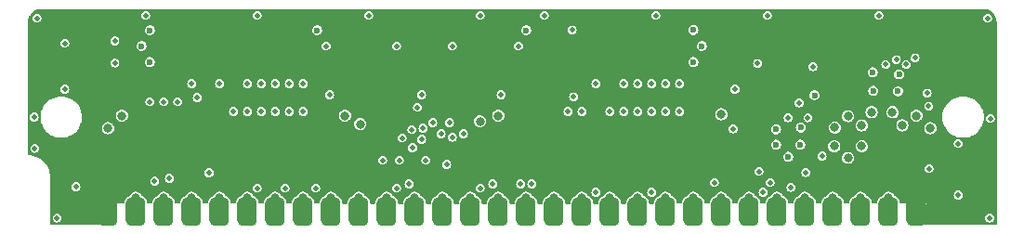
<source format=gbl>
G04 #@! TF.GenerationSoftware,KiCad,Pcbnew,7.0.1-0*
G04 #@! TF.CreationDate,2023-11-01T19:37:56-04:00*
G04 #@! TF.ProjectId,GW4194,47573431-3934-42e6-9b69-6361645f7063,1.1-SOJ-DC*
G04 #@! TF.SameCoordinates,Original*
G04 #@! TF.FileFunction,Copper,L4,Bot*
G04 #@! TF.FilePolarity,Positive*
%FSLAX46Y46*%
G04 Gerber Fmt 4.6, Leading zero omitted, Abs format (unit mm)*
G04 Created by KiCad (PCBNEW 7.0.1-0) date 2023-11-01 19:37:56*
%MOMM*%
%LPD*%
G01*
G04 APERTURE LIST*
G04 Aperture macros list*
%AMRoundRect*
0 Rectangle with rounded corners*
0 $1 Rounding radius*
0 $2 $3 $4 $5 $6 $7 $8 $9 X,Y pos of 4 corners*
0 Add a 4 corners polygon primitive as box body*
4,1,4,$2,$3,$4,$5,$6,$7,$8,$9,$2,$3,0*
0 Add four circle primitives for the rounded corners*
1,1,$1+$1,$2,$3*
1,1,$1+$1,$4,$5*
1,1,$1+$1,$6,$7*
1,1,$1+$1,$8,$9*
0 Add four rect primitives between the rounded corners*
20,1,$1+$1,$2,$3,$4,$5,0*
20,1,$1+$1,$4,$5,$6,$7,0*
20,1,$1+$1,$6,$7,$8,$9,0*
20,1,$1+$1,$8,$9,$2,$3,0*%
G04 Aperture macros list end*
G04 #@! TA.AperFunction,ComponentPad*
%ADD10C,0.800000*%
G04 #@! TD*
G04 #@! TA.AperFunction,SMDPad,CuDef*
%ADD11RoundRect,0.444500X-0.444500X-0.825500X0.444500X-0.825500X0.444500X0.825500X-0.444500X0.825500X0*%
G04 #@! TD*
G04 #@! TA.AperFunction,ViaPad*
%ADD12C,0.508000*%
G04 #@! TD*
G04 #@! TA.AperFunction,ViaPad*
%ADD13C,0.800000*%
G04 #@! TD*
G04 #@! TA.AperFunction,ViaPad*
%ADD14C,0.500000*%
G04 #@! TD*
G04 #@! TA.AperFunction,ViaPad*
%ADD15C,0.600000*%
G04 #@! TD*
G04 #@! TA.AperFunction,ViaPad*
%ADD16C,1.000000*%
G04 #@! TD*
G04 APERTURE END LIST*
D10*
X83820000Y-98806000D03*
D11*
X83820000Y-100076000D03*
D10*
X86360000Y-98806000D03*
D11*
X86360000Y-100076000D03*
D10*
X88900000Y-98806000D03*
D11*
X88900000Y-100076000D03*
D10*
X91440000Y-98806000D03*
D11*
X91440000Y-100076000D03*
D10*
X93980000Y-98806000D03*
D11*
X93980000Y-100076000D03*
D10*
X96520000Y-98806000D03*
D11*
X96520000Y-100076000D03*
D10*
X99060000Y-98806000D03*
D11*
X99060000Y-100076000D03*
D10*
X101600000Y-98806000D03*
D11*
X101600000Y-100076000D03*
D10*
X104140000Y-98806000D03*
D11*
X104140000Y-100076000D03*
D10*
X106680000Y-98806000D03*
D11*
X106680000Y-100076000D03*
D10*
X109220000Y-98806000D03*
D11*
X109220000Y-100076000D03*
D10*
X111760000Y-98806000D03*
D11*
X111760000Y-100076000D03*
D10*
X114300000Y-98806000D03*
D11*
X114300000Y-100076000D03*
D10*
X116840000Y-98806000D03*
D11*
X116840000Y-100076000D03*
D10*
X119380000Y-98806000D03*
D11*
X119380000Y-100076000D03*
D10*
X121920000Y-98806000D03*
D11*
X121920000Y-100076000D03*
D10*
X124460000Y-98806000D03*
D11*
X124460000Y-100076000D03*
D10*
X127000000Y-98806000D03*
D11*
X127000000Y-100076000D03*
D10*
X129540000Y-98806000D03*
D11*
X129540000Y-100076000D03*
D10*
X132080000Y-98806000D03*
D11*
X132080000Y-100076000D03*
D10*
X134620000Y-98806000D03*
D11*
X134620000Y-100076000D03*
D10*
X137160000Y-98806000D03*
D11*
X137160000Y-100076000D03*
D10*
X139700000Y-98806000D03*
D11*
X139700000Y-100076000D03*
D10*
X142240000Y-98806000D03*
D11*
X142240000Y-100076000D03*
D10*
X144780000Y-98806000D03*
D11*
X144780000Y-100076000D03*
D10*
X147320000Y-98806000D03*
D11*
X147320000Y-100076000D03*
D10*
X149860000Y-98806000D03*
D11*
X149860000Y-100076000D03*
D10*
X152400000Y-98806000D03*
D11*
X152400000Y-100076000D03*
D10*
X154940000Y-98806000D03*
D11*
X154940000Y-100076000D03*
D10*
X157480000Y-98806000D03*
D11*
X157480000Y-100076000D03*
D12*
X77089000Y-86995000D03*
X164211000Y-86995000D03*
X164211000Y-96139000D03*
X78994000Y-94742000D03*
X159131000Y-82169000D03*
X148971000Y-82169000D03*
X92329000Y-82169000D03*
X102489000Y-82169000D03*
X138811000Y-82169000D03*
X82169000Y-82169000D03*
X112649000Y-82169000D03*
X128651000Y-82169000D03*
D13*
X155250000Y-94300000D03*
X154350000Y-95500000D03*
X153450000Y-94300000D03*
D14*
X121856500Y-95758000D03*
D15*
X121221500Y-91884500D03*
D12*
X105410000Y-94996000D03*
X140779500Y-93980000D03*
D15*
X87630000Y-92900500D03*
D13*
X83820000Y-94107000D03*
X119380000Y-95250000D03*
X85090000Y-95250000D03*
D15*
X86868000Y-94361000D03*
X137160000Y-95821500D03*
D13*
X139700000Y-95250000D03*
D15*
X137922000Y-94361000D03*
D13*
X158750000Y-94107000D03*
D15*
X121158000Y-94361000D03*
X137160000Y-92900500D03*
D13*
X118110000Y-94107000D03*
D15*
X87630000Y-95821500D03*
X103632000Y-94361000D03*
D13*
X106680000Y-94107000D03*
D16*
X157480000Y-95377000D03*
D15*
X102870000Y-92900500D03*
D12*
X146050000Y-97853500D03*
X147400000Y-96500000D03*
X158600000Y-90450000D03*
X127000000Y-90932000D03*
X112522000Y-92456000D03*
X84450000Y-86500000D03*
X91440000Y-88392000D03*
X112776000Y-95377000D03*
X110617000Y-93345000D03*
X95250000Y-90932000D03*
X112395000Y-89408000D03*
X119634000Y-89408000D03*
X111252000Y-97536000D03*
X117729000Y-97917000D03*
X118872000Y-97536000D03*
X139065000Y-97409000D03*
X89408000Y-97028000D03*
X88074500Y-97282000D03*
X114173000Y-92964000D03*
X114935000Y-91948000D03*
X114681000Y-95758000D03*
X144145000Y-97409000D03*
X143129000Y-96393000D03*
X88900000Y-90043000D03*
X87630000Y-90043000D03*
X90170000Y-90043000D03*
X91948000Y-89662000D03*
X126238000Y-89598500D03*
X112395000Y-93472000D03*
X113411000Y-91948000D03*
X116205000Y-92964000D03*
X111506000Y-92583000D03*
X121412000Y-97536000D03*
X122428000Y-97536000D03*
X110363000Y-95377000D03*
X163957000Y-82423000D03*
X164147500Y-100647500D03*
X79184500Y-100647500D03*
X77152500Y-94297500D03*
X77089000Y-91440000D03*
X79883000Y-84709000D03*
X161290000Y-93853000D03*
X161290000Y-98552000D03*
X80899000Y-97790000D03*
X79883000Y-88900000D03*
X133350000Y-98298000D03*
X110109000Y-97917000D03*
X102743000Y-97917000D03*
X99949000Y-97917000D03*
X97409000Y-97917000D03*
X158623000Y-96139000D03*
X111569500Y-94234000D03*
X104013000Y-89408000D03*
X108839000Y-95377000D03*
X112014000Y-90551000D03*
X164211000Y-91567000D03*
X77343000Y-82423000D03*
X154051000Y-82169000D03*
X87249000Y-82169000D03*
X97409000Y-82169000D03*
X143891000Y-82169000D03*
X110109000Y-84963000D03*
X115189000Y-84963000D03*
X126111000Y-83502500D03*
X107569000Y-82169000D03*
X117729000Y-82169000D03*
X123571000Y-82169000D03*
X133731000Y-82169000D03*
X128270000Y-98298000D03*
X143510000Y-98298000D03*
X157350000Y-86050000D03*
D13*
X156200000Y-92200000D03*
D12*
X148050000Y-86850000D03*
X155650000Y-86200000D03*
X143000000Y-86550000D03*
X140950000Y-88900000D03*
D13*
X117729000Y-91821000D03*
D15*
X87630000Y-86423500D03*
D13*
X150000000Y-94100000D03*
D15*
X137160000Y-86423500D03*
D12*
X84450000Y-84500000D03*
D15*
X145800000Y-95050000D03*
D12*
X140779500Y-92519500D03*
D13*
X151250000Y-95150000D03*
X158750000Y-92456000D03*
D15*
X148200000Y-89450000D03*
X102870000Y-83520700D03*
X146900000Y-93950000D03*
X137922000Y-84963000D03*
X153550000Y-89050000D03*
D13*
X85090000Y-91313000D03*
D12*
X148900000Y-95000000D03*
D13*
X106807000Y-92075000D03*
D14*
X103695500Y-84963000D03*
D13*
X105410000Y-91313000D03*
D15*
X144700000Y-93950000D03*
D14*
X121221500Y-84963000D03*
D15*
X87630000Y-83520700D03*
D13*
X157480000Y-91313000D03*
D12*
X158450000Y-89250000D03*
D13*
X139700000Y-91186000D03*
X83820000Y-92456000D03*
D15*
X121921449Y-83520700D03*
X137160000Y-83502500D03*
D12*
X93027500Y-96520000D03*
D13*
X119380000Y-91313000D03*
D15*
X155800000Y-89100000D03*
D13*
X155300000Y-91000000D03*
D12*
X129540000Y-90932000D03*
D13*
X152500000Y-94100000D03*
D15*
X86868000Y-84963000D03*
D12*
X146800000Y-90150000D03*
X132080000Y-90932000D03*
X100330000Y-90932000D03*
X99060000Y-90932000D03*
X133350000Y-90932000D03*
X97790000Y-90932000D03*
X134620000Y-90932000D03*
X135890000Y-90932000D03*
X96520000Y-90932000D03*
X93980000Y-88392000D03*
X135890000Y-88392000D03*
X96520000Y-88392000D03*
X134620000Y-88392000D03*
X133350000Y-88392000D03*
X97790000Y-88392000D03*
X132080000Y-88392000D03*
X99060000Y-88392000D03*
X130810000Y-88392000D03*
X100330000Y-88392000D03*
X101600000Y-90932000D03*
X130810000Y-90932000D03*
X101600000Y-88392000D03*
X128270000Y-88392000D03*
X125730000Y-90932000D03*
X115189000Y-93281500D03*
D15*
X146950000Y-92400000D03*
D12*
X147600000Y-91500000D03*
X154700000Y-86650000D03*
D13*
X150050000Y-92400000D03*
D12*
X145800000Y-91500000D03*
D13*
X153400000Y-91000000D03*
D15*
X144700000Y-92550000D03*
D13*
X152500000Y-92200000D03*
D12*
X156550000Y-86650000D03*
D13*
X151250000Y-91350000D03*
D15*
X153500000Y-87350000D03*
X155900000Y-87550000D03*
G04 #@! TA.AperFunction,Conductor*
G36*
X163578947Y-81585531D02*
G01*
X163760755Y-81599840D01*
X163772394Y-81601683D01*
X163946844Y-81643565D01*
X163958060Y-81647209D01*
X164123815Y-81715867D01*
X164134323Y-81721222D01*
X164287290Y-81814961D01*
X164296835Y-81821895D01*
X164433255Y-81938409D01*
X164441590Y-81946744D01*
X164481255Y-81993185D01*
X164558103Y-82083163D01*
X164565038Y-82092709D01*
X164658777Y-82245676D01*
X164664135Y-82256190D01*
X164732789Y-82421936D01*
X164736435Y-82433159D01*
X164778314Y-82607597D01*
X164780160Y-82619252D01*
X164794468Y-82801052D01*
X164794700Y-82806952D01*
X164794700Y-101219500D01*
X164784625Y-101257100D01*
X164757100Y-101284625D01*
X164719500Y-101294700D01*
X157708659Y-101294700D01*
X157663315Y-101279491D01*
X157636312Y-101240017D01*
X157638572Y-101192244D01*
X157646872Y-101170899D01*
X157850416Y-100647500D01*
X163735528Y-100647500D01*
X163755690Y-100774805D01*
X163814209Y-100889653D01*
X163905346Y-100980790D01*
X163905348Y-100980791D01*
X163905349Y-100980792D01*
X164020194Y-101039309D01*
X164147500Y-101059472D01*
X164274806Y-101039309D01*
X164389651Y-100980792D01*
X164480792Y-100889651D01*
X164539309Y-100774806D01*
X164559472Y-100647500D01*
X164539309Y-100520194D01*
X164480792Y-100405349D01*
X164480791Y-100405348D01*
X164480790Y-100405346D01*
X164389653Y-100314209D01*
X164274805Y-100255690D01*
X164147500Y-100235528D01*
X164020194Y-100255690D01*
X163905346Y-100314209D01*
X163814209Y-100405346D01*
X163755690Y-100520194D01*
X163735528Y-100647500D01*
X157850416Y-100647500D01*
X158369000Y-99314000D01*
X158368998Y-99314000D01*
X156057223Y-99317802D01*
X156019570Y-99307768D01*
X155991995Y-99280238D01*
X155981899Y-99242602D01*
X155981899Y-99211348D01*
X155966523Y-99094547D01*
X155966522Y-99094546D01*
X155906328Y-98949222D01*
X155810571Y-98824429D01*
X155685778Y-98728672D01*
X155540453Y-98668477D01*
X155540450Y-98668476D01*
X155540449Y-98668476D01*
X155521131Y-98665932D01*
X155485171Y-98651035D01*
X155461476Y-98620155D01*
X155433244Y-98551999D01*
X160878028Y-98551999D01*
X160898190Y-98679305D01*
X160956709Y-98794153D01*
X161047846Y-98885290D01*
X161047848Y-98885291D01*
X161047849Y-98885292D01*
X161162694Y-98943809D01*
X161290000Y-98963972D01*
X161417306Y-98943809D01*
X161532151Y-98885292D01*
X161623292Y-98794151D01*
X161681809Y-98679306D01*
X161701972Y-98552000D01*
X161681809Y-98424694D01*
X161623292Y-98309849D01*
X161623291Y-98309848D01*
X161623290Y-98309846D01*
X161532153Y-98218709D01*
X161417305Y-98160190D01*
X161290000Y-98140028D01*
X161162694Y-98160190D01*
X161047846Y-98218709D01*
X160956709Y-98309846D01*
X160898190Y-98424694D01*
X160878028Y-98551999D01*
X155433244Y-98551999D01*
X155422957Y-98527166D01*
X155422957Y-98527165D01*
X155334333Y-98411667D01*
X155276584Y-98367354D01*
X155218837Y-98323043D01*
X155084336Y-98267331D01*
X154940000Y-98248329D01*
X154795664Y-98267331D01*
X154661164Y-98323043D01*
X154545667Y-98411667D01*
X154457042Y-98527165D01*
X154418523Y-98620156D01*
X154394827Y-98651037D01*
X154358865Y-98665933D01*
X154339550Y-98668476D01*
X154339547Y-98668476D01*
X154339547Y-98668477D01*
X154285867Y-98690711D01*
X154194221Y-98728672D01*
X154069429Y-98824429D01*
X153973672Y-98949221D01*
X153913477Y-99094546D01*
X153898100Y-99211348D01*
X153898100Y-99246276D01*
X153888046Y-99283840D01*
X153860571Y-99311360D01*
X153823024Y-99321476D01*
X153517223Y-99321979D01*
X153479570Y-99311945D01*
X153451995Y-99284415D01*
X153441899Y-99246779D01*
X153441899Y-99211348D01*
X153426523Y-99094547D01*
X153426522Y-99094546D01*
X153366328Y-98949222D01*
X153270571Y-98824429D01*
X153145778Y-98728672D01*
X153000453Y-98668477D01*
X153000450Y-98668476D01*
X153000449Y-98668476D01*
X152981131Y-98665932D01*
X152945171Y-98651035D01*
X152921476Y-98620155D01*
X152882957Y-98527166D01*
X152882957Y-98527165D01*
X152794333Y-98411667D01*
X152736584Y-98367354D01*
X152678837Y-98323043D01*
X152544336Y-98267331D01*
X152400000Y-98248329D01*
X152255664Y-98267331D01*
X152121164Y-98323043D01*
X152005667Y-98411667D01*
X151917042Y-98527165D01*
X151878523Y-98620156D01*
X151854827Y-98651037D01*
X151818865Y-98665933D01*
X151799550Y-98668476D01*
X151799547Y-98668476D01*
X151799547Y-98668477D01*
X151745867Y-98690711D01*
X151654221Y-98728672D01*
X151529429Y-98824429D01*
X151433672Y-98949221D01*
X151373477Y-99094546D01*
X151358100Y-99211348D01*
X151358100Y-99250454D01*
X151348046Y-99288018D01*
X151320571Y-99315538D01*
X151283024Y-99325654D01*
X150977223Y-99326157D01*
X150939570Y-99316123D01*
X150911995Y-99288593D01*
X150901899Y-99250957D01*
X150901899Y-99211348D01*
X150886523Y-99094547D01*
X150886522Y-99094546D01*
X150826328Y-98949222D01*
X150730571Y-98824429D01*
X150605778Y-98728672D01*
X150460453Y-98668477D01*
X150460450Y-98668476D01*
X150460449Y-98668476D01*
X150441131Y-98665932D01*
X150405171Y-98651035D01*
X150381476Y-98620155D01*
X150342957Y-98527166D01*
X150342957Y-98527165D01*
X150254333Y-98411667D01*
X150196584Y-98367354D01*
X150138837Y-98323043D01*
X150004336Y-98267331D01*
X149860000Y-98248329D01*
X149715664Y-98267331D01*
X149581164Y-98323043D01*
X149465667Y-98411667D01*
X149377042Y-98527165D01*
X149338523Y-98620156D01*
X149314827Y-98651037D01*
X149278865Y-98665933D01*
X149259550Y-98668476D01*
X149259547Y-98668476D01*
X149259547Y-98668477D01*
X149205867Y-98690711D01*
X149114221Y-98728672D01*
X148989429Y-98824429D01*
X148893672Y-98949221D01*
X148833477Y-99094546D01*
X148818100Y-99211348D01*
X148818100Y-99254632D01*
X148808046Y-99292196D01*
X148780571Y-99319716D01*
X148743025Y-99329831D01*
X148438201Y-99330333D01*
X148437223Y-99330335D01*
X148399570Y-99320301D01*
X148371995Y-99292771D01*
X148361899Y-99255135D01*
X148361899Y-99211348D01*
X148346523Y-99094547D01*
X148346522Y-99094546D01*
X148286328Y-98949222D01*
X148190571Y-98824429D01*
X148065778Y-98728672D01*
X147920453Y-98668477D01*
X147920450Y-98668476D01*
X147920449Y-98668476D01*
X147901131Y-98665932D01*
X147865171Y-98651035D01*
X147841476Y-98620155D01*
X147802957Y-98527166D01*
X147802957Y-98527165D01*
X147714333Y-98411667D01*
X147656584Y-98367354D01*
X147598837Y-98323043D01*
X147464336Y-98267331D01*
X147320000Y-98248329D01*
X147175664Y-98267331D01*
X147041164Y-98323043D01*
X146925667Y-98411667D01*
X146837042Y-98527165D01*
X146798523Y-98620156D01*
X146774827Y-98651037D01*
X146738865Y-98665933D01*
X146719550Y-98668476D01*
X146719547Y-98668476D01*
X146719547Y-98668477D01*
X146665867Y-98690711D01*
X146574221Y-98728672D01*
X146449429Y-98824429D01*
X146353672Y-98949221D01*
X146293477Y-99094546D01*
X146278100Y-99211348D01*
X146278100Y-99258809D01*
X146268046Y-99296373D01*
X146240571Y-99323893D01*
X146203024Y-99334009D01*
X145897223Y-99334512D01*
X145859570Y-99324478D01*
X145831995Y-99296948D01*
X145821899Y-99259312D01*
X145821899Y-99211348D01*
X145806523Y-99094547D01*
X145806522Y-99094546D01*
X145746328Y-98949222D01*
X145650571Y-98824429D01*
X145525778Y-98728672D01*
X145380453Y-98668477D01*
X145380450Y-98668476D01*
X145380449Y-98668476D01*
X145361131Y-98665932D01*
X145325171Y-98651035D01*
X145301476Y-98620155D01*
X145262957Y-98527166D01*
X145262957Y-98527165D01*
X145174333Y-98411667D01*
X145116584Y-98367354D01*
X145058837Y-98323043D01*
X144924336Y-98267331D01*
X144780000Y-98248329D01*
X144635664Y-98267331D01*
X144501164Y-98323043D01*
X144385667Y-98411667D01*
X144297042Y-98527165D01*
X144258523Y-98620156D01*
X144234827Y-98651037D01*
X144198865Y-98665933D01*
X144179550Y-98668476D01*
X144179547Y-98668476D01*
X144179547Y-98668477D01*
X144125867Y-98690711D01*
X144034221Y-98728672D01*
X143909429Y-98824429D01*
X143813672Y-98949221D01*
X143753477Y-99094546D01*
X143738100Y-99211348D01*
X143738100Y-99262987D01*
X143728046Y-99300551D01*
X143700571Y-99328071D01*
X143663025Y-99338186D01*
X143358201Y-99338688D01*
X143357223Y-99338690D01*
X143319570Y-99328656D01*
X143291995Y-99301126D01*
X143281899Y-99263490D01*
X143281899Y-99211348D01*
X143266523Y-99094547D01*
X143266522Y-99094546D01*
X143206328Y-98949222D01*
X143110571Y-98824429D01*
X142985778Y-98728672D01*
X142840453Y-98668477D01*
X142840450Y-98668476D01*
X142840449Y-98668476D01*
X142821131Y-98665932D01*
X142785171Y-98651035D01*
X142761476Y-98620155D01*
X142722957Y-98527166D01*
X142722957Y-98527165D01*
X142634333Y-98411667D01*
X142576584Y-98367354D01*
X142518837Y-98323043D01*
X142458378Y-98298000D01*
X143098028Y-98298000D01*
X143118190Y-98425305D01*
X143176709Y-98540153D01*
X143267846Y-98631290D01*
X143267848Y-98631291D01*
X143267849Y-98631292D01*
X143382694Y-98689809D01*
X143510000Y-98709972D01*
X143637306Y-98689809D01*
X143752151Y-98631292D01*
X143843292Y-98540151D01*
X143901809Y-98425306D01*
X143921972Y-98298000D01*
X143901809Y-98170694D01*
X143843292Y-98055849D01*
X143843291Y-98055848D01*
X143843290Y-98055846D01*
X143752153Y-97964709D01*
X143637305Y-97906190D01*
X143510000Y-97886028D01*
X143382694Y-97906190D01*
X143267846Y-97964709D01*
X143176709Y-98055846D01*
X143118190Y-98170694D01*
X143098028Y-98298000D01*
X142458378Y-98298000D01*
X142384336Y-98267331D01*
X142240000Y-98248329D01*
X142095664Y-98267331D01*
X141961164Y-98323043D01*
X141845667Y-98411667D01*
X141757042Y-98527165D01*
X141718523Y-98620156D01*
X141694827Y-98651037D01*
X141658865Y-98665933D01*
X141639550Y-98668476D01*
X141639547Y-98668476D01*
X141639547Y-98668477D01*
X141585867Y-98690711D01*
X141494221Y-98728672D01*
X141369429Y-98824429D01*
X141273672Y-98949221D01*
X141213477Y-99094546D01*
X141198100Y-99211348D01*
X141198100Y-99267164D01*
X141188046Y-99304728D01*
X141160571Y-99332248D01*
X141123024Y-99342364D01*
X140817223Y-99342867D01*
X140779570Y-99332833D01*
X140751995Y-99305303D01*
X140741899Y-99267667D01*
X140741899Y-99211348D01*
X140726523Y-99094547D01*
X140726522Y-99094546D01*
X140666328Y-98949222D01*
X140570571Y-98824429D01*
X140445778Y-98728672D01*
X140300453Y-98668477D01*
X140300450Y-98668476D01*
X140300449Y-98668476D01*
X140281131Y-98665932D01*
X140245171Y-98651035D01*
X140221476Y-98620155D01*
X140182957Y-98527166D01*
X140182957Y-98527165D01*
X140094333Y-98411667D01*
X140036584Y-98367354D01*
X139978837Y-98323043D01*
X139844336Y-98267331D01*
X139700000Y-98248329D01*
X139555664Y-98267331D01*
X139421164Y-98323043D01*
X139305667Y-98411667D01*
X139217042Y-98527165D01*
X139178523Y-98620156D01*
X139154827Y-98651037D01*
X139118865Y-98665933D01*
X139099550Y-98668476D01*
X139099547Y-98668476D01*
X139099547Y-98668477D01*
X139045867Y-98690711D01*
X138954221Y-98728672D01*
X138829429Y-98824429D01*
X138733672Y-98949221D01*
X138673477Y-99094546D01*
X138658100Y-99211348D01*
X138658100Y-99271342D01*
X138648046Y-99308906D01*
X138620571Y-99336426D01*
X138583024Y-99346542D01*
X138277223Y-99347045D01*
X138239570Y-99337011D01*
X138211995Y-99309481D01*
X138201899Y-99271845D01*
X138201899Y-99211348D01*
X138186523Y-99094547D01*
X138186522Y-99094546D01*
X138126328Y-98949222D01*
X138030571Y-98824429D01*
X137905778Y-98728672D01*
X137760453Y-98668477D01*
X137760450Y-98668476D01*
X137760449Y-98668476D01*
X137741131Y-98665932D01*
X137705171Y-98651035D01*
X137681476Y-98620155D01*
X137642957Y-98527166D01*
X137642957Y-98527165D01*
X137554333Y-98411667D01*
X137496584Y-98367354D01*
X137438837Y-98323043D01*
X137304336Y-98267331D01*
X137160000Y-98248329D01*
X137015664Y-98267331D01*
X136881164Y-98323043D01*
X136765667Y-98411667D01*
X136677042Y-98527165D01*
X136638523Y-98620156D01*
X136614827Y-98651037D01*
X136578865Y-98665933D01*
X136559550Y-98668476D01*
X136559547Y-98668476D01*
X136559547Y-98668477D01*
X136505867Y-98690711D01*
X136414221Y-98728672D01*
X136289429Y-98824429D01*
X136193672Y-98949221D01*
X136133477Y-99094546D01*
X136118100Y-99211348D01*
X136118100Y-99275520D01*
X136108046Y-99313084D01*
X136080571Y-99340604D01*
X136043025Y-99350719D01*
X135738201Y-99351221D01*
X135737223Y-99351223D01*
X135699570Y-99341189D01*
X135671995Y-99313659D01*
X135661899Y-99276023D01*
X135661899Y-99211348D01*
X135646523Y-99094547D01*
X135646522Y-99094546D01*
X135586328Y-98949222D01*
X135490571Y-98824429D01*
X135365778Y-98728672D01*
X135220453Y-98668477D01*
X135220450Y-98668476D01*
X135220449Y-98668476D01*
X135201131Y-98665932D01*
X135165171Y-98651035D01*
X135141476Y-98620155D01*
X135102957Y-98527166D01*
X135102957Y-98527165D01*
X135014333Y-98411667D01*
X134956584Y-98367354D01*
X134898837Y-98323043D01*
X134764336Y-98267331D01*
X134620000Y-98248329D01*
X134475664Y-98267331D01*
X134341164Y-98323043D01*
X134225667Y-98411667D01*
X134137042Y-98527165D01*
X134098523Y-98620156D01*
X134074827Y-98651037D01*
X134038865Y-98665933D01*
X134019550Y-98668476D01*
X134019547Y-98668476D01*
X134019547Y-98668477D01*
X133965867Y-98690711D01*
X133874221Y-98728672D01*
X133749429Y-98824429D01*
X133653672Y-98949221D01*
X133593477Y-99094546D01*
X133578100Y-99211348D01*
X133578100Y-99279697D01*
X133568046Y-99317261D01*
X133540571Y-99344781D01*
X133503024Y-99354897D01*
X133197223Y-99355400D01*
X133159570Y-99345366D01*
X133131995Y-99317836D01*
X133121899Y-99280200D01*
X133121899Y-99211348D01*
X133106523Y-99094547D01*
X133106522Y-99094546D01*
X133046328Y-98949222D01*
X132950571Y-98824429D01*
X132825778Y-98728672D01*
X132680453Y-98668477D01*
X132680450Y-98668476D01*
X132680449Y-98668476D01*
X132661131Y-98665932D01*
X132625171Y-98651035D01*
X132601476Y-98620155D01*
X132562957Y-98527166D01*
X132562957Y-98527165D01*
X132474333Y-98411667D01*
X132416584Y-98367354D01*
X132358837Y-98323043D01*
X132298378Y-98298000D01*
X132938028Y-98298000D01*
X132958190Y-98425305D01*
X133016709Y-98540153D01*
X133107846Y-98631290D01*
X133107848Y-98631291D01*
X133107849Y-98631292D01*
X133222694Y-98689809D01*
X133350000Y-98709972D01*
X133477306Y-98689809D01*
X133592151Y-98631292D01*
X133683292Y-98540151D01*
X133741809Y-98425306D01*
X133761972Y-98298000D01*
X133741809Y-98170694D01*
X133683292Y-98055849D01*
X133683291Y-98055848D01*
X133683290Y-98055846D01*
X133592153Y-97964709D01*
X133477305Y-97906190D01*
X133350000Y-97886028D01*
X133222694Y-97906190D01*
X133107846Y-97964709D01*
X133016709Y-98055846D01*
X132958190Y-98170694D01*
X132938028Y-98298000D01*
X132298378Y-98298000D01*
X132224336Y-98267331D01*
X132080000Y-98248329D01*
X131935664Y-98267331D01*
X131801164Y-98323043D01*
X131685667Y-98411667D01*
X131597042Y-98527165D01*
X131558523Y-98620156D01*
X131534827Y-98651037D01*
X131498865Y-98665933D01*
X131479550Y-98668476D01*
X131479547Y-98668476D01*
X131479547Y-98668477D01*
X131425867Y-98690711D01*
X131334221Y-98728672D01*
X131209429Y-98824429D01*
X131113672Y-98949221D01*
X131053477Y-99094546D01*
X131038100Y-99211348D01*
X131038100Y-99283875D01*
X131028046Y-99321439D01*
X131000571Y-99348959D01*
X130963024Y-99359075D01*
X130657223Y-99359578D01*
X130619570Y-99349544D01*
X130591995Y-99322014D01*
X130581899Y-99284378D01*
X130581899Y-99211348D01*
X130566523Y-99094547D01*
X130566522Y-99094546D01*
X130506328Y-98949222D01*
X130410571Y-98824429D01*
X130285778Y-98728672D01*
X130140453Y-98668477D01*
X130140450Y-98668476D01*
X130140449Y-98668476D01*
X130121131Y-98665932D01*
X130085171Y-98651035D01*
X130061476Y-98620155D01*
X130022957Y-98527166D01*
X130022957Y-98527165D01*
X129934333Y-98411667D01*
X129876584Y-98367354D01*
X129818837Y-98323043D01*
X129684336Y-98267331D01*
X129540000Y-98248329D01*
X129395664Y-98267331D01*
X129261164Y-98323043D01*
X129145667Y-98411667D01*
X129057042Y-98527165D01*
X129018523Y-98620156D01*
X128994827Y-98651037D01*
X128958865Y-98665933D01*
X128939550Y-98668476D01*
X128939547Y-98668476D01*
X128939547Y-98668477D01*
X128885867Y-98690711D01*
X128794221Y-98728672D01*
X128669429Y-98824429D01*
X128573672Y-98949221D01*
X128513477Y-99094546D01*
X128498100Y-99211348D01*
X128498100Y-99288053D01*
X128488046Y-99325617D01*
X128460571Y-99353137D01*
X128423025Y-99363252D01*
X128118201Y-99363754D01*
X128117223Y-99363756D01*
X128079570Y-99353722D01*
X128051995Y-99326192D01*
X128041899Y-99288556D01*
X128041899Y-99211348D01*
X128026523Y-99094547D01*
X128026522Y-99094546D01*
X127966328Y-98949222D01*
X127870571Y-98824429D01*
X127745778Y-98728672D01*
X127600453Y-98668477D01*
X127600450Y-98668476D01*
X127600449Y-98668476D01*
X127581131Y-98665932D01*
X127545171Y-98651035D01*
X127521476Y-98620155D01*
X127482957Y-98527166D01*
X127482957Y-98527165D01*
X127394333Y-98411667D01*
X127336584Y-98367354D01*
X127278837Y-98323043D01*
X127218378Y-98298000D01*
X127858028Y-98298000D01*
X127878190Y-98425305D01*
X127936709Y-98540153D01*
X128027846Y-98631290D01*
X128027848Y-98631291D01*
X128027849Y-98631292D01*
X128142694Y-98689809D01*
X128270000Y-98709972D01*
X128397306Y-98689809D01*
X128512151Y-98631292D01*
X128603292Y-98540151D01*
X128661809Y-98425306D01*
X128681972Y-98298000D01*
X128661809Y-98170694D01*
X128603292Y-98055849D01*
X128603291Y-98055848D01*
X128603290Y-98055846D01*
X128512153Y-97964709D01*
X128397305Y-97906190D01*
X128270000Y-97886028D01*
X128142694Y-97906190D01*
X128027846Y-97964709D01*
X127936709Y-98055846D01*
X127878190Y-98170694D01*
X127858028Y-98298000D01*
X127218378Y-98298000D01*
X127144336Y-98267331D01*
X127000000Y-98248329D01*
X126855664Y-98267331D01*
X126721164Y-98323043D01*
X126605667Y-98411667D01*
X126517042Y-98527165D01*
X126478523Y-98620156D01*
X126454827Y-98651037D01*
X126418865Y-98665933D01*
X126399550Y-98668476D01*
X126399547Y-98668476D01*
X126399547Y-98668477D01*
X126345867Y-98690711D01*
X126254221Y-98728672D01*
X126129429Y-98824429D01*
X126033672Y-98949221D01*
X125973477Y-99094546D01*
X125958100Y-99211348D01*
X125958100Y-99292230D01*
X125948046Y-99329794D01*
X125920571Y-99357314D01*
X125883024Y-99367430D01*
X125577223Y-99367933D01*
X125539570Y-99357899D01*
X125511995Y-99330369D01*
X125501899Y-99292733D01*
X125501899Y-99211348D01*
X125486523Y-99094547D01*
X125486522Y-99094546D01*
X125426328Y-98949222D01*
X125330571Y-98824429D01*
X125205778Y-98728672D01*
X125060453Y-98668477D01*
X125060450Y-98668476D01*
X125060449Y-98668476D01*
X125041131Y-98665932D01*
X125005171Y-98651035D01*
X124981476Y-98620155D01*
X124942957Y-98527166D01*
X124942957Y-98527165D01*
X124854333Y-98411667D01*
X124796584Y-98367354D01*
X124738837Y-98323043D01*
X124604336Y-98267331D01*
X124460000Y-98248329D01*
X124315664Y-98267331D01*
X124181164Y-98323043D01*
X124065667Y-98411667D01*
X123977042Y-98527165D01*
X123938523Y-98620156D01*
X123914827Y-98651037D01*
X123878865Y-98665933D01*
X123859550Y-98668476D01*
X123859547Y-98668476D01*
X123859547Y-98668477D01*
X123805867Y-98690711D01*
X123714221Y-98728672D01*
X123589429Y-98824429D01*
X123493672Y-98949221D01*
X123433477Y-99094546D01*
X123418100Y-99211348D01*
X123418100Y-99296408D01*
X123408046Y-99333972D01*
X123380571Y-99361492D01*
X123343024Y-99371608D01*
X123037223Y-99372111D01*
X122999570Y-99362077D01*
X122971995Y-99334547D01*
X122961899Y-99296911D01*
X122961899Y-99211348D01*
X122946523Y-99094547D01*
X122946522Y-99094546D01*
X122886328Y-98949222D01*
X122790571Y-98824429D01*
X122665778Y-98728672D01*
X122520453Y-98668477D01*
X122520450Y-98668476D01*
X122520449Y-98668476D01*
X122501131Y-98665932D01*
X122465171Y-98651035D01*
X122441476Y-98620155D01*
X122402957Y-98527166D01*
X122402957Y-98527165D01*
X122314333Y-98411667D01*
X122256584Y-98367354D01*
X122198837Y-98323043D01*
X122064336Y-98267331D01*
X121920000Y-98248329D01*
X121775664Y-98267331D01*
X121641164Y-98323043D01*
X121525667Y-98411667D01*
X121437042Y-98527165D01*
X121398523Y-98620156D01*
X121374827Y-98651037D01*
X121338865Y-98665933D01*
X121319550Y-98668476D01*
X121319547Y-98668476D01*
X121319547Y-98668477D01*
X121265867Y-98690711D01*
X121174221Y-98728672D01*
X121049429Y-98824429D01*
X120953672Y-98949221D01*
X120893477Y-99094546D01*
X120878100Y-99211348D01*
X120878100Y-99300585D01*
X120868046Y-99338149D01*
X120840571Y-99365669D01*
X120803024Y-99375785D01*
X120497223Y-99376288D01*
X120459570Y-99366254D01*
X120431995Y-99338724D01*
X120421899Y-99301088D01*
X120421899Y-99211348D01*
X120406523Y-99094547D01*
X120406522Y-99094546D01*
X120346328Y-98949222D01*
X120250571Y-98824429D01*
X120125778Y-98728672D01*
X119980453Y-98668477D01*
X119980450Y-98668476D01*
X119980449Y-98668476D01*
X119961131Y-98665932D01*
X119925171Y-98651035D01*
X119901476Y-98620155D01*
X119862957Y-98527166D01*
X119862957Y-98527165D01*
X119774333Y-98411667D01*
X119716584Y-98367354D01*
X119658837Y-98323043D01*
X119524336Y-98267331D01*
X119380000Y-98248329D01*
X119235664Y-98267331D01*
X119101164Y-98323043D01*
X118985667Y-98411667D01*
X118897042Y-98527165D01*
X118858523Y-98620156D01*
X118834827Y-98651037D01*
X118798865Y-98665933D01*
X118779550Y-98668476D01*
X118779547Y-98668476D01*
X118779547Y-98668477D01*
X118725867Y-98690711D01*
X118634221Y-98728672D01*
X118509429Y-98824429D01*
X118413672Y-98949221D01*
X118353477Y-99094546D01*
X118338100Y-99211348D01*
X118338100Y-99299716D01*
X118328004Y-99337353D01*
X118300425Y-99364884D01*
X118262770Y-99374916D01*
X117956969Y-99374389D01*
X117919424Y-99364271D01*
X117891952Y-99336752D01*
X117881899Y-99299189D01*
X117881899Y-99211348D01*
X117866523Y-99094547D01*
X117866522Y-99094546D01*
X117806328Y-98949222D01*
X117710571Y-98824429D01*
X117585778Y-98728672D01*
X117440453Y-98668477D01*
X117440450Y-98668476D01*
X117440449Y-98668476D01*
X117421131Y-98665932D01*
X117385171Y-98651035D01*
X117361476Y-98620155D01*
X117322957Y-98527166D01*
X117322957Y-98527165D01*
X117234333Y-98411667D01*
X117176584Y-98367354D01*
X117118837Y-98323043D01*
X116984336Y-98267331D01*
X116840000Y-98248329D01*
X116695664Y-98267331D01*
X116561164Y-98323043D01*
X116445667Y-98411667D01*
X116357042Y-98527165D01*
X116318523Y-98620156D01*
X116294827Y-98651037D01*
X116258865Y-98665933D01*
X116239550Y-98668476D01*
X116239547Y-98668476D01*
X116239547Y-98668477D01*
X116185867Y-98690711D01*
X116094221Y-98728672D01*
X115969429Y-98824429D01*
X115873672Y-98949221D01*
X115813477Y-99094546D01*
X115798100Y-99211348D01*
X115798100Y-99295337D01*
X115788004Y-99332974D01*
X115760425Y-99360505D01*
X115722770Y-99370537D01*
X115696300Y-99370491D01*
X115416967Y-99370009D01*
X115379424Y-99359892D01*
X115351952Y-99332373D01*
X115341899Y-99294810D01*
X115341899Y-99211348D01*
X115326523Y-99094547D01*
X115326522Y-99094546D01*
X115266328Y-98949222D01*
X115170571Y-98824429D01*
X115045778Y-98728672D01*
X114900453Y-98668477D01*
X114900450Y-98668476D01*
X114900449Y-98668476D01*
X114881131Y-98665932D01*
X114845171Y-98651035D01*
X114821476Y-98620155D01*
X114782957Y-98527166D01*
X114782957Y-98527165D01*
X114694333Y-98411667D01*
X114636584Y-98367354D01*
X114578837Y-98323043D01*
X114444336Y-98267331D01*
X114300000Y-98248329D01*
X114155664Y-98267331D01*
X114021164Y-98323043D01*
X113905667Y-98411667D01*
X113817042Y-98527165D01*
X113778523Y-98620156D01*
X113754827Y-98651037D01*
X113718865Y-98665933D01*
X113699550Y-98668476D01*
X113699547Y-98668476D01*
X113699547Y-98668477D01*
X113645867Y-98690711D01*
X113554221Y-98728672D01*
X113429429Y-98824429D01*
X113333672Y-98949221D01*
X113273477Y-99094546D01*
X113258100Y-99211348D01*
X113258100Y-99290958D01*
X113248004Y-99328595D01*
X113220425Y-99356126D01*
X113182770Y-99366158D01*
X113156300Y-99366112D01*
X112876967Y-99365630D01*
X112839424Y-99355513D01*
X112811952Y-99327994D01*
X112801899Y-99290431D01*
X112801899Y-99211348D01*
X112786523Y-99094547D01*
X112786522Y-99094546D01*
X112726328Y-98949222D01*
X112630571Y-98824429D01*
X112505778Y-98728672D01*
X112360453Y-98668477D01*
X112360450Y-98668476D01*
X112360449Y-98668476D01*
X112341131Y-98665932D01*
X112305171Y-98651035D01*
X112281476Y-98620155D01*
X112242957Y-98527166D01*
X112242957Y-98527165D01*
X112154333Y-98411667D01*
X112096584Y-98367354D01*
X112038837Y-98323043D01*
X111904336Y-98267331D01*
X111760000Y-98248329D01*
X111615664Y-98267331D01*
X111481164Y-98323043D01*
X111365667Y-98411667D01*
X111277042Y-98527165D01*
X111238523Y-98620156D01*
X111214827Y-98651037D01*
X111178865Y-98665933D01*
X111159550Y-98668476D01*
X111159547Y-98668476D01*
X111159547Y-98668477D01*
X111105867Y-98690711D01*
X111014221Y-98728672D01*
X110889429Y-98824429D01*
X110793672Y-98949221D01*
X110733477Y-99094546D01*
X110718100Y-99211348D01*
X110718100Y-99286578D01*
X110708004Y-99324215D01*
X110680425Y-99351746D01*
X110642770Y-99361778D01*
X110336969Y-99361251D01*
X110299424Y-99351133D01*
X110271952Y-99323614D01*
X110261899Y-99286051D01*
X110261899Y-99211348D01*
X110246523Y-99094547D01*
X110246522Y-99094546D01*
X110186328Y-98949222D01*
X110090571Y-98824429D01*
X109965778Y-98728672D01*
X109820453Y-98668477D01*
X109820450Y-98668476D01*
X109820449Y-98668476D01*
X109801131Y-98665932D01*
X109765171Y-98651035D01*
X109741476Y-98620155D01*
X109702957Y-98527166D01*
X109702957Y-98527165D01*
X109614333Y-98411667D01*
X109556584Y-98367354D01*
X109498837Y-98323043D01*
X109364336Y-98267331D01*
X109220000Y-98248329D01*
X109075664Y-98267331D01*
X108941164Y-98323043D01*
X108825667Y-98411667D01*
X108737042Y-98527165D01*
X108698523Y-98620156D01*
X108674827Y-98651037D01*
X108638865Y-98665933D01*
X108619550Y-98668476D01*
X108619547Y-98668476D01*
X108619547Y-98668477D01*
X108565867Y-98690711D01*
X108474221Y-98728672D01*
X108349429Y-98824429D01*
X108253672Y-98949221D01*
X108193477Y-99094546D01*
X108178100Y-99211348D01*
X108178100Y-99282199D01*
X108168004Y-99319836D01*
X108140425Y-99347367D01*
X108102770Y-99357399D01*
X108076300Y-99357353D01*
X107796967Y-99356871D01*
X107759424Y-99346754D01*
X107731952Y-99319235D01*
X107721899Y-99281672D01*
X107721899Y-99211348D01*
X107706523Y-99094547D01*
X107706522Y-99094546D01*
X107646328Y-98949222D01*
X107550571Y-98824429D01*
X107425778Y-98728672D01*
X107280453Y-98668477D01*
X107280450Y-98668476D01*
X107280449Y-98668476D01*
X107261131Y-98665932D01*
X107225171Y-98651035D01*
X107201476Y-98620155D01*
X107162957Y-98527166D01*
X107162957Y-98527165D01*
X107074333Y-98411667D01*
X107016584Y-98367354D01*
X106958837Y-98323043D01*
X106824336Y-98267331D01*
X106680000Y-98248329D01*
X106535664Y-98267331D01*
X106401164Y-98323043D01*
X106285667Y-98411667D01*
X106197042Y-98527165D01*
X106158523Y-98620156D01*
X106134827Y-98651037D01*
X106098865Y-98665933D01*
X106079550Y-98668476D01*
X106079547Y-98668476D01*
X106079547Y-98668477D01*
X106025867Y-98690711D01*
X105934221Y-98728672D01*
X105809429Y-98824429D01*
X105713672Y-98949221D01*
X105653477Y-99094546D01*
X105638100Y-99211348D01*
X105638100Y-99277820D01*
X105628004Y-99315457D01*
X105600425Y-99342988D01*
X105562770Y-99353020D01*
X105536300Y-99352974D01*
X105256967Y-99352492D01*
X105219424Y-99342375D01*
X105191952Y-99314856D01*
X105181899Y-99277293D01*
X105181899Y-99211348D01*
X105166523Y-99094547D01*
X105166522Y-99094546D01*
X105106328Y-98949222D01*
X105010571Y-98824429D01*
X104885778Y-98728672D01*
X104740453Y-98668477D01*
X104740450Y-98668476D01*
X104740449Y-98668476D01*
X104721131Y-98665932D01*
X104685171Y-98651035D01*
X104661476Y-98620155D01*
X104622957Y-98527166D01*
X104622957Y-98527165D01*
X104534333Y-98411667D01*
X104476584Y-98367354D01*
X104418837Y-98323043D01*
X104284336Y-98267331D01*
X104140000Y-98248329D01*
X103995664Y-98267331D01*
X103861164Y-98323043D01*
X103745667Y-98411667D01*
X103657042Y-98527165D01*
X103618523Y-98620156D01*
X103594827Y-98651037D01*
X103558865Y-98665933D01*
X103539550Y-98668476D01*
X103539547Y-98668476D01*
X103539547Y-98668477D01*
X103485867Y-98690711D01*
X103394221Y-98728672D01*
X103269429Y-98824429D01*
X103173672Y-98949221D01*
X103113477Y-99094546D01*
X103098100Y-99211348D01*
X103098100Y-99273440D01*
X103088004Y-99311077D01*
X103060425Y-99338608D01*
X103022770Y-99348640D01*
X102716969Y-99348113D01*
X102679424Y-99337995D01*
X102651952Y-99310476D01*
X102641899Y-99272913D01*
X102641899Y-99211348D01*
X102626523Y-99094547D01*
X102626522Y-99094546D01*
X102566328Y-98949222D01*
X102470571Y-98824429D01*
X102345778Y-98728672D01*
X102200453Y-98668477D01*
X102200450Y-98668476D01*
X102200449Y-98668476D01*
X102181131Y-98665932D01*
X102145171Y-98651035D01*
X102121476Y-98620155D01*
X102082957Y-98527166D01*
X102082957Y-98527165D01*
X101994333Y-98411667D01*
X101936584Y-98367354D01*
X101878837Y-98323043D01*
X101744336Y-98267331D01*
X101600000Y-98248329D01*
X101455664Y-98267331D01*
X101321164Y-98323043D01*
X101205667Y-98411667D01*
X101117042Y-98527165D01*
X101078523Y-98620156D01*
X101054827Y-98651037D01*
X101018865Y-98665933D01*
X100999550Y-98668476D01*
X100999547Y-98668476D01*
X100999547Y-98668477D01*
X100945867Y-98690711D01*
X100854221Y-98728672D01*
X100729429Y-98824429D01*
X100633672Y-98949221D01*
X100573477Y-99094546D01*
X100558100Y-99211348D01*
X100558100Y-99269061D01*
X100548004Y-99306698D01*
X100520425Y-99334229D01*
X100482770Y-99344261D01*
X100456300Y-99344215D01*
X100176967Y-99343733D01*
X100139424Y-99333616D01*
X100111952Y-99306097D01*
X100101899Y-99268534D01*
X100101899Y-99211348D01*
X100086523Y-99094547D01*
X100086522Y-99094546D01*
X100026328Y-98949222D01*
X99930571Y-98824429D01*
X99805778Y-98728672D01*
X99660453Y-98668477D01*
X99660450Y-98668476D01*
X99660449Y-98668476D01*
X99641131Y-98665932D01*
X99605171Y-98651035D01*
X99581476Y-98620155D01*
X99542957Y-98527166D01*
X99542957Y-98527165D01*
X99454333Y-98411667D01*
X99396584Y-98367354D01*
X99338837Y-98323043D01*
X99204336Y-98267331D01*
X99060000Y-98248329D01*
X98915664Y-98267331D01*
X98781164Y-98323043D01*
X98665667Y-98411667D01*
X98577042Y-98527165D01*
X98538523Y-98620156D01*
X98514827Y-98651037D01*
X98478865Y-98665933D01*
X98459550Y-98668476D01*
X98459547Y-98668476D01*
X98459547Y-98668477D01*
X98405867Y-98690711D01*
X98314221Y-98728672D01*
X98189429Y-98824429D01*
X98093672Y-98949221D01*
X98033477Y-99094546D01*
X98018100Y-99211348D01*
X98018100Y-99264682D01*
X98008004Y-99302319D01*
X97980425Y-99329850D01*
X97942770Y-99339882D01*
X97916300Y-99339836D01*
X97636967Y-99339354D01*
X97599424Y-99329237D01*
X97571952Y-99301718D01*
X97561899Y-99264155D01*
X97561899Y-99211348D01*
X97546523Y-99094547D01*
X97546522Y-99094546D01*
X97486328Y-98949222D01*
X97390571Y-98824429D01*
X97265778Y-98728672D01*
X97120453Y-98668477D01*
X97120450Y-98668476D01*
X97120449Y-98668476D01*
X97101131Y-98665932D01*
X97065171Y-98651035D01*
X97041476Y-98620155D01*
X97002957Y-98527166D01*
X97002957Y-98527165D01*
X96914333Y-98411667D01*
X96856584Y-98367354D01*
X96798837Y-98323043D01*
X96664336Y-98267331D01*
X96520000Y-98248329D01*
X96375664Y-98267331D01*
X96241164Y-98323043D01*
X96125667Y-98411667D01*
X96037042Y-98527165D01*
X95998523Y-98620156D01*
X95974827Y-98651037D01*
X95938865Y-98665933D01*
X95919550Y-98668476D01*
X95919547Y-98668476D01*
X95919547Y-98668477D01*
X95865867Y-98690711D01*
X95774221Y-98728672D01*
X95649429Y-98824429D01*
X95553672Y-98949221D01*
X95493477Y-99094546D01*
X95478100Y-99211348D01*
X95478100Y-99260302D01*
X95468004Y-99297939D01*
X95440425Y-99325470D01*
X95402770Y-99335502D01*
X95096969Y-99334975D01*
X95059424Y-99324857D01*
X95031952Y-99297338D01*
X95021899Y-99259775D01*
X95021899Y-99211348D01*
X95006523Y-99094547D01*
X95006522Y-99094546D01*
X94946328Y-98949222D01*
X94850571Y-98824429D01*
X94725778Y-98728672D01*
X94580453Y-98668477D01*
X94580450Y-98668476D01*
X94580449Y-98668476D01*
X94561131Y-98665932D01*
X94525171Y-98651035D01*
X94501476Y-98620155D01*
X94462957Y-98527166D01*
X94462957Y-98527165D01*
X94374333Y-98411667D01*
X94316584Y-98367354D01*
X94258837Y-98323043D01*
X94124336Y-98267331D01*
X93980000Y-98248329D01*
X93835664Y-98267331D01*
X93701164Y-98323043D01*
X93585667Y-98411667D01*
X93497042Y-98527165D01*
X93458523Y-98620156D01*
X93434827Y-98651037D01*
X93398865Y-98665933D01*
X93379550Y-98668476D01*
X93379547Y-98668476D01*
X93379547Y-98668477D01*
X93325867Y-98690711D01*
X93234221Y-98728672D01*
X93109429Y-98824429D01*
X93013672Y-98949221D01*
X92953477Y-99094546D01*
X92938100Y-99211348D01*
X92938100Y-99255923D01*
X92928004Y-99293560D01*
X92900425Y-99321091D01*
X92862770Y-99331123D01*
X92556969Y-99330596D01*
X92519424Y-99320478D01*
X92491952Y-99292959D01*
X92481899Y-99255396D01*
X92481899Y-99211348D01*
X92466523Y-99094547D01*
X92466522Y-99094546D01*
X92406328Y-98949222D01*
X92310571Y-98824429D01*
X92185778Y-98728672D01*
X92040453Y-98668477D01*
X92040450Y-98668476D01*
X92040449Y-98668476D01*
X92021131Y-98665932D01*
X91985171Y-98651035D01*
X91961476Y-98620155D01*
X91922957Y-98527166D01*
X91922957Y-98527165D01*
X91834333Y-98411667D01*
X91776584Y-98367354D01*
X91718837Y-98323043D01*
X91584336Y-98267331D01*
X91440000Y-98248329D01*
X91295664Y-98267331D01*
X91161164Y-98323043D01*
X91045667Y-98411667D01*
X90957042Y-98527165D01*
X90918523Y-98620156D01*
X90894827Y-98651037D01*
X90858865Y-98665933D01*
X90839550Y-98668476D01*
X90839547Y-98668476D01*
X90839547Y-98668477D01*
X90785867Y-98690711D01*
X90694221Y-98728672D01*
X90569429Y-98824429D01*
X90473672Y-98949221D01*
X90413477Y-99094546D01*
X90398100Y-99211348D01*
X90398100Y-99251544D01*
X90388004Y-99289181D01*
X90360425Y-99316712D01*
X90322770Y-99326744D01*
X90296300Y-99326698D01*
X90016967Y-99326216D01*
X89979424Y-99316099D01*
X89951952Y-99288580D01*
X89941899Y-99251017D01*
X89941899Y-99211348D01*
X89926523Y-99094547D01*
X89926522Y-99094546D01*
X89866328Y-98949222D01*
X89770571Y-98824429D01*
X89645778Y-98728672D01*
X89500453Y-98668477D01*
X89500450Y-98668476D01*
X89500449Y-98668476D01*
X89481131Y-98665932D01*
X89445171Y-98651035D01*
X89421476Y-98620155D01*
X89382957Y-98527166D01*
X89382957Y-98527165D01*
X89294333Y-98411667D01*
X89236584Y-98367354D01*
X89178837Y-98323043D01*
X89044336Y-98267331D01*
X88900000Y-98248329D01*
X88755664Y-98267331D01*
X88621164Y-98323043D01*
X88505667Y-98411667D01*
X88417042Y-98527165D01*
X88378523Y-98620156D01*
X88354827Y-98651037D01*
X88318865Y-98665933D01*
X88299550Y-98668476D01*
X88299547Y-98668476D01*
X88299547Y-98668477D01*
X88245867Y-98690711D01*
X88154221Y-98728672D01*
X88029429Y-98824429D01*
X87933672Y-98949221D01*
X87873477Y-99094546D01*
X87858100Y-99211348D01*
X87858100Y-99247165D01*
X87848004Y-99284802D01*
X87820425Y-99312333D01*
X87782770Y-99322365D01*
X87756300Y-99322319D01*
X87476967Y-99321837D01*
X87439424Y-99311720D01*
X87411952Y-99284201D01*
X87401899Y-99246638D01*
X87401899Y-99211348D01*
X87386523Y-99094547D01*
X87386522Y-99094546D01*
X87326328Y-98949222D01*
X87230571Y-98824429D01*
X87105778Y-98728672D01*
X86960453Y-98668477D01*
X86960450Y-98668476D01*
X86960449Y-98668476D01*
X86941131Y-98665932D01*
X86905171Y-98651035D01*
X86881476Y-98620155D01*
X86842957Y-98527166D01*
X86842957Y-98527165D01*
X86754333Y-98411667D01*
X86696584Y-98367354D01*
X86638837Y-98323043D01*
X86504336Y-98267331D01*
X86360000Y-98248329D01*
X86215664Y-98267331D01*
X86081164Y-98323043D01*
X85965667Y-98411667D01*
X85877042Y-98527165D01*
X85838523Y-98620156D01*
X85814827Y-98651037D01*
X85778865Y-98665933D01*
X85759550Y-98668476D01*
X85759547Y-98668476D01*
X85759547Y-98668477D01*
X85705867Y-98690711D01*
X85614221Y-98728672D01*
X85489429Y-98824429D01*
X85393672Y-98949221D01*
X85333477Y-99094546D01*
X85318100Y-99211348D01*
X85318100Y-99242785D01*
X85308003Y-99280422D01*
X85280425Y-99307953D01*
X85242770Y-99317985D01*
X82931000Y-99314000D01*
X83661428Y-101192244D01*
X83663688Y-101240017D01*
X83636685Y-101279491D01*
X83591341Y-101294700D01*
X78612500Y-101294700D01*
X78574900Y-101284625D01*
X78547375Y-101257100D01*
X78537300Y-101219500D01*
X78537300Y-100647500D01*
X78772528Y-100647500D01*
X78792690Y-100774805D01*
X78851209Y-100889653D01*
X78942346Y-100980790D01*
X78942348Y-100980791D01*
X78942349Y-100980792D01*
X79057194Y-101039309D01*
X79184500Y-101059472D01*
X79311806Y-101039309D01*
X79426651Y-100980792D01*
X79517792Y-100889651D01*
X79576309Y-100774806D01*
X79596472Y-100647500D01*
X79576309Y-100520194D01*
X79517792Y-100405349D01*
X79517791Y-100405348D01*
X79517790Y-100405346D01*
X79426653Y-100314209D01*
X79311805Y-100255690D01*
X79184500Y-100235528D01*
X79057194Y-100255690D01*
X78942346Y-100314209D01*
X78851209Y-100405346D01*
X78792690Y-100520194D01*
X78772528Y-100647500D01*
X78537300Y-100647500D01*
X78537300Y-97790000D01*
X80487028Y-97790000D01*
X80507190Y-97917305D01*
X80565709Y-98032153D01*
X80656846Y-98123290D01*
X80656848Y-98123291D01*
X80656849Y-98123292D01*
X80771694Y-98181809D01*
X80899000Y-98201972D01*
X81026306Y-98181809D01*
X81141151Y-98123292D01*
X81232292Y-98032151D01*
X81290809Y-97917306D01*
X81290857Y-97917000D01*
X96997028Y-97917000D01*
X96998740Y-97927809D01*
X97017190Y-98044305D01*
X97075709Y-98159153D01*
X97166846Y-98250290D01*
X97166848Y-98250291D01*
X97166849Y-98250292D01*
X97281694Y-98308809D01*
X97409000Y-98328972D01*
X97536306Y-98308809D01*
X97651151Y-98250292D01*
X97742292Y-98159151D01*
X97800809Y-98044306D01*
X97820972Y-97917000D01*
X99537028Y-97917000D01*
X99538740Y-97927809D01*
X99557190Y-98044305D01*
X99615709Y-98159153D01*
X99706846Y-98250290D01*
X99706848Y-98250291D01*
X99706849Y-98250292D01*
X99821694Y-98308809D01*
X99949000Y-98328972D01*
X100076306Y-98308809D01*
X100191151Y-98250292D01*
X100282292Y-98159151D01*
X100340809Y-98044306D01*
X100360972Y-97917000D01*
X102331028Y-97917000D01*
X102332740Y-97927809D01*
X102351190Y-98044305D01*
X102409709Y-98159153D01*
X102500846Y-98250290D01*
X102500848Y-98250291D01*
X102500849Y-98250292D01*
X102615694Y-98308809D01*
X102743000Y-98328972D01*
X102870306Y-98308809D01*
X102985151Y-98250292D01*
X103076292Y-98159151D01*
X103134809Y-98044306D01*
X103154972Y-97917000D01*
X109697028Y-97917000D01*
X109698740Y-97927809D01*
X109717190Y-98044305D01*
X109775709Y-98159153D01*
X109866846Y-98250290D01*
X109866848Y-98250291D01*
X109866849Y-98250292D01*
X109981694Y-98308809D01*
X110109000Y-98328972D01*
X110236306Y-98308809D01*
X110351151Y-98250292D01*
X110442292Y-98159151D01*
X110500809Y-98044306D01*
X110520972Y-97917000D01*
X110500809Y-97789694D01*
X110442292Y-97674849D01*
X110442291Y-97674848D01*
X110442290Y-97674846D01*
X110351153Y-97583709D01*
X110257520Y-97536000D01*
X110840028Y-97536000D01*
X110841904Y-97547846D01*
X110860190Y-97663305D01*
X110918709Y-97778153D01*
X111009846Y-97869290D01*
X111009848Y-97869291D01*
X111009849Y-97869292D01*
X111124694Y-97927809D01*
X111252000Y-97947972D01*
X111379306Y-97927809D01*
X111400520Y-97917000D01*
X117317028Y-97917000D01*
X117318740Y-97927809D01*
X117337190Y-98044305D01*
X117395709Y-98159153D01*
X117486846Y-98250290D01*
X117486848Y-98250291D01*
X117486849Y-98250292D01*
X117601694Y-98308809D01*
X117729000Y-98328972D01*
X117856306Y-98308809D01*
X117971151Y-98250292D01*
X118062292Y-98159151D01*
X118120809Y-98044306D01*
X118140972Y-97917000D01*
X118120809Y-97789694D01*
X118062292Y-97674849D01*
X118062291Y-97674848D01*
X118062290Y-97674846D01*
X117971153Y-97583709D01*
X117877520Y-97536000D01*
X118460028Y-97536000D01*
X118461904Y-97547846D01*
X118480190Y-97663305D01*
X118538709Y-97778153D01*
X118629846Y-97869290D01*
X118629848Y-97869291D01*
X118629849Y-97869292D01*
X118744694Y-97927809D01*
X118872000Y-97947972D01*
X118999306Y-97927809D01*
X119114151Y-97869292D01*
X119205292Y-97778151D01*
X119263809Y-97663306D01*
X119283972Y-97536000D01*
X121000028Y-97536000D01*
X121001904Y-97547846D01*
X121020190Y-97663305D01*
X121078709Y-97778153D01*
X121169846Y-97869290D01*
X121169848Y-97869291D01*
X121169849Y-97869292D01*
X121284694Y-97927809D01*
X121412000Y-97947972D01*
X121539306Y-97927809D01*
X121654151Y-97869292D01*
X121745292Y-97778151D01*
X121803809Y-97663306D01*
X121823972Y-97536000D01*
X122016028Y-97536000D01*
X122017904Y-97547846D01*
X122036190Y-97663305D01*
X122094709Y-97778153D01*
X122185846Y-97869290D01*
X122185848Y-97869291D01*
X122185849Y-97869292D01*
X122300694Y-97927809D01*
X122428000Y-97947972D01*
X122555306Y-97927809D01*
X122670151Y-97869292D01*
X122685943Y-97853500D01*
X145638028Y-97853500D01*
X145658190Y-97980805D01*
X145716709Y-98095653D01*
X145807846Y-98186790D01*
X145807848Y-98186791D01*
X145807849Y-98186792D01*
X145922694Y-98245309D01*
X146050000Y-98265472D01*
X146177306Y-98245309D01*
X146292151Y-98186792D01*
X146383292Y-98095651D01*
X146441809Y-97980806D01*
X146461972Y-97853500D01*
X146441809Y-97726194D01*
X146383292Y-97611349D01*
X146383291Y-97611348D01*
X146383290Y-97611346D01*
X146292153Y-97520209D01*
X146177305Y-97461690D01*
X146050000Y-97441528D01*
X145922694Y-97461690D01*
X145807846Y-97520209D01*
X145716709Y-97611346D01*
X145658190Y-97726194D01*
X145638028Y-97853500D01*
X122685943Y-97853500D01*
X122761292Y-97778151D01*
X122819809Y-97663306D01*
X122839972Y-97536000D01*
X122819857Y-97409000D01*
X138653028Y-97409000D01*
X138673190Y-97536305D01*
X138731709Y-97651153D01*
X138822846Y-97742290D01*
X138822848Y-97742291D01*
X138822849Y-97742292D01*
X138937694Y-97800809D01*
X139065000Y-97820972D01*
X139192306Y-97800809D01*
X139307151Y-97742292D01*
X139398292Y-97651151D01*
X139456809Y-97536306D01*
X139476972Y-97409000D01*
X143733028Y-97409000D01*
X143753190Y-97536305D01*
X143811709Y-97651153D01*
X143902846Y-97742290D01*
X143902848Y-97742291D01*
X143902849Y-97742292D01*
X144017694Y-97800809D01*
X144145000Y-97820972D01*
X144272306Y-97800809D01*
X144387151Y-97742292D01*
X144478292Y-97651151D01*
X144536809Y-97536306D01*
X144556972Y-97409000D01*
X144536809Y-97281694D01*
X144478292Y-97166849D01*
X144478291Y-97166848D01*
X144478290Y-97166846D01*
X144387153Y-97075709D01*
X144272305Y-97017190D01*
X144145000Y-96997028D01*
X144017694Y-97017190D01*
X143902846Y-97075709D01*
X143811709Y-97166846D01*
X143753190Y-97281694D01*
X143733028Y-97409000D01*
X139476972Y-97409000D01*
X139456809Y-97281694D01*
X139398292Y-97166849D01*
X139398291Y-97166848D01*
X139398290Y-97166846D01*
X139307153Y-97075709D01*
X139192305Y-97017190D01*
X139065000Y-96997028D01*
X138937694Y-97017190D01*
X138822846Y-97075709D01*
X138731709Y-97166846D01*
X138673190Y-97281694D01*
X138653028Y-97409000D01*
X122819857Y-97409000D01*
X122819809Y-97408694D01*
X122761292Y-97293849D01*
X122761291Y-97293848D01*
X122761290Y-97293846D01*
X122670153Y-97202709D01*
X122555305Y-97144190D01*
X122428000Y-97124028D01*
X122300694Y-97144190D01*
X122185846Y-97202709D01*
X122094709Y-97293846D01*
X122036190Y-97408694D01*
X122017904Y-97524153D01*
X122016028Y-97536000D01*
X121823972Y-97536000D01*
X121803809Y-97408694D01*
X121745292Y-97293849D01*
X121745291Y-97293848D01*
X121745290Y-97293846D01*
X121654153Y-97202709D01*
X121539305Y-97144190D01*
X121412000Y-97124028D01*
X121284694Y-97144190D01*
X121169846Y-97202709D01*
X121078709Y-97293846D01*
X121020190Y-97408694D01*
X121001904Y-97524153D01*
X121000028Y-97536000D01*
X119283972Y-97536000D01*
X119263809Y-97408694D01*
X119205292Y-97293849D01*
X119205291Y-97293848D01*
X119205290Y-97293846D01*
X119114153Y-97202709D01*
X118999305Y-97144190D01*
X118872000Y-97124028D01*
X118744694Y-97144190D01*
X118629846Y-97202709D01*
X118538709Y-97293846D01*
X118480190Y-97408694D01*
X118461904Y-97524153D01*
X118460028Y-97536000D01*
X117877520Y-97536000D01*
X117856305Y-97525190D01*
X117729000Y-97505028D01*
X117601694Y-97525190D01*
X117486846Y-97583709D01*
X117395709Y-97674846D01*
X117337190Y-97789694D01*
X117327085Y-97853499D01*
X117317028Y-97917000D01*
X111400520Y-97917000D01*
X111494151Y-97869292D01*
X111585292Y-97778151D01*
X111643809Y-97663306D01*
X111663972Y-97536000D01*
X111643809Y-97408694D01*
X111585292Y-97293849D01*
X111585291Y-97293848D01*
X111585290Y-97293846D01*
X111494153Y-97202709D01*
X111379305Y-97144190D01*
X111252000Y-97124028D01*
X111124694Y-97144190D01*
X111009846Y-97202709D01*
X110918709Y-97293846D01*
X110860190Y-97408694D01*
X110841904Y-97524153D01*
X110840028Y-97536000D01*
X110257520Y-97536000D01*
X110236305Y-97525190D01*
X110109000Y-97505028D01*
X109981694Y-97525190D01*
X109866846Y-97583709D01*
X109775709Y-97674846D01*
X109717190Y-97789694D01*
X109707085Y-97853499D01*
X109697028Y-97917000D01*
X103154972Y-97917000D01*
X103134809Y-97789694D01*
X103076292Y-97674849D01*
X103076291Y-97674848D01*
X103076290Y-97674846D01*
X102985153Y-97583709D01*
X102870305Y-97525190D01*
X102743000Y-97505028D01*
X102615694Y-97525190D01*
X102500846Y-97583709D01*
X102409709Y-97674846D01*
X102351190Y-97789694D01*
X102341085Y-97853499D01*
X102331028Y-97917000D01*
X100360972Y-97917000D01*
X100340809Y-97789694D01*
X100282292Y-97674849D01*
X100282291Y-97674848D01*
X100282290Y-97674846D01*
X100191153Y-97583709D01*
X100076305Y-97525190D01*
X99949000Y-97505028D01*
X99821694Y-97525190D01*
X99706846Y-97583709D01*
X99615709Y-97674846D01*
X99557190Y-97789694D01*
X99547085Y-97853499D01*
X99537028Y-97917000D01*
X97820972Y-97917000D01*
X97800809Y-97789694D01*
X97742292Y-97674849D01*
X97742291Y-97674848D01*
X97742290Y-97674846D01*
X97651153Y-97583709D01*
X97536305Y-97525190D01*
X97409000Y-97505028D01*
X97281694Y-97525190D01*
X97166846Y-97583709D01*
X97075709Y-97674846D01*
X97017190Y-97789694D01*
X97007085Y-97853499D01*
X96997028Y-97917000D01*
X81290857Y-97917000D01*
X81310972Y-97790000D01*
X81290809Y-97662694D01*
X81232292Y-97547849D01*
X81232291Y-97547848D01*
X81232290Y-97547846D01*
X81141153Y-97456709D01*
X81026305Y-97398190D01*
X80899000Y-97378028D01*
X80771694Y-97398190D01*
X80656846Y-97456709D01*
X80565709Y-97547846D01*
X80507190Y-97662694D01*
X80487028Y-97790000D01*
X78537300Y-97790000D01*
X78537300Y-97281999D01*
X87662528Y-97281999D01*
X87682690Y-97409305D01*
X87741209Y-97524153D01*
X87832346Y-97615290D01*
X87832348Y-97615291D01*
X87832349Y-97615292D01*
X87947194Y-97673809D01*
X88074500Y-97693972D01*
X88201806Y-97673809D01*
X88316651Y-97615292D01*
X88407792Y-97524151D01*
X88466309Y-97409306D01*
X88486472Y-97282000D01*
X88466309Y-97154694D01*
X88407792Y-97039849D01*
X88407791Y-97039848D01*
X88407790Y-97039846D01*
X88395944Y-97028000D01*
X88996028Y-97028000D01*
X89016190Y-97155305D01*
X89074709Y-97270153D01*
X89165846Y-97361290D01*
X89165848Y-97361291D01*
X89165849Y-97361292D01*
X89280694Y-97419809D01*
X89408000Y-97439972D01*
X89535306Y-97419809D01*
X89650151Y-97361292D01*
X89741292Y-97270151D01*
X89799809Y-97155306D01*
X89819972Y-97028000D01*
X89799809Y-96900694D01*
X89741292Y-96785849D01*
X89741291Y-96785848D01*
X89741290Y-96785846D01*
X89650153Y-96694709D01*
X89535305Y-96636190D01*
X89408000Y-96616028D01*
X89280694Y-96636190D01*
X89165846Y-96694709D01*
X89074709Y-96785846D01*
X89016190Y-96900694D01*
X88996028Y-97028000D01*
X88395944Y-97028000D01*
X88316653Y-96948709D01*
X88201805Y-96890190D01*
X88074500Y-96870028D01*
X87947194Y-96890190D01*
X87832346Y-96948709D01*
X87741209Y-97039846D01*
X87682690Y-97154694D01*
X87662528Y-97281999D01*
X78537300Y-97281999D01*
X78537300Y-96713442D01*
X78528593Y-96647305D01*
X78511833Y-96520000D01*
X92615528Y-96520000D01*
X92617240Y-96530809D01*
X92635690Y-96647305D01*
X92694209Y-96762153D01*
X92785346Y-96853290D01*
X92785348Y-96853291D01*
X92785349Y-96853292D01*
X92900194Y-96911809D01*
X93027500Y-96931972D01*
X93154806Y-96911809D01*
X93269651Y-96853292D01*
X93360792Y-96762151D01*
X93419309Y-96647306D01*
X93439472Y-96520000D01*
X93419357Y-96393000D01*
X142717028Y-96393000D01*
X142737190Y-96520305D01*
X142795709Y-96635153D01*
X142886846Y-96726290D01*
X142886848Y-96726291D01*
X142886849Y-96726292D01*
X143001694Y-96784809D01*
X143129000Y-96804972D01*
X143256306Y-96784809D01*
X143371151Y-96726292D01*
X143462292Y-96635151D01*
X143520809Y-96520306D01*
X143524025Y-96499999D01*
X146988028Y-96499999D01*
X147008190Y-96627305D01*
X147066709Y-96742153D01*
X147157846Y-96833290D01*
X147157848Y-96833291D01*
X147157849Y-96833292D01*
X147272694Y-96891809D01*
X147400000Y-96911972D01*
X147527306Y-96891809D01*
X147642151Y-96833292D01*
X147733292Y-96742151D01*
X147791809Y-96627306D01*
X147811972Y-96500000D01*
X147791809Y-96372694D01*
X147733292Y-96257849D01*
X147733291Y-96257848D01*
X147733290Y-96257846D01*
X147642153Y-96166709D01*
X147587772Y-96139000D01*
X158211028Y-96139000D01*
X158231190Y-96266305D01*
X158289709Y-96381153D01*
X158380846Y-96472290D01*
X158380848Y-96472291D01*
X158380849Y-96472292D01*
X158495694Y-96530809D01*
X158623000Y-96550972D01*
X158750306Y-96530809D01*
X158865151Y-96472292D01*
X158956292Y-96381151D01*
X159014809Y-96266306D01*
X159034972Y-96139000D01*
X159014809Y-96011694D01*
X158956292Y-95896849D01*
X158956291Y-95896848D01*
X158956290Y-95896846D01*
X158865153Y-95805709D01*
X158750305Y-95747190D01*
X158623000Y-95727028D01*
X158495694Y-95747190D01*
X158380846Y-95805709D01*
X158289709Y-95896846D01*
X158231190Y-96011694D01*
X158211028Y-96139000D01*
X147587772Y-96139000D01*
X147527305Y-96108190D01*
X147400000Y-96088028D01*
X147272694Y-96108190D01*
X147157846Y-96166709D01*
X147066709Y-96257846D01*
X147008190Y-96372694D01*
X146988028Y-96499999D01*
X143524025Y-96499999D01*
X143540972Y-96393000D01*
X143520809Y-96265694D01*
X143462292Y-96150849D01*
X143462291Y-96150848D01*
X143462290Y-96150846D01*
X143371153Y-96059709D01*
X143256305Y-96001190D01*
X143129000Y-95981028D01*
X143001694Y-96001190D01*
X142886846Y-96059709D01*
X142795709Y-96150846D01*
X142737190Y-96265694D01*
X142717028Y-96393000D01*
X93419357Y-96393000D01*
X93419309Y-96392694D01*
X93360792Y-96277849D01*
X93360791Y-96277848D01*
X93360790Y-96277846D01*
X93269653Y-96186709D01*
X93154805Y-96128190D01*
X93027500Y-96108028D01*
X92900194Y-96128190D01*
X92785346Y-96186709D01*
X92694209Y-96277846D01*
X92635690Y-96392694D01*
X92615528Y-96519999D01*
X92615528Y-96520000D01*
X78511833Y-96520000D01*
X78504913Y-96467441D01*
X78440695Y-96227774D01*
X78345743Y-95998540D01*
X78287030Y-95896846D01*
X78221682Y-95783659D01*
X78070633Y-95586809D01*
X77895190Y-95411366D01*
X77850404Y-95377000D01*
X108427028Y-95377000D01*
X108447190Y-95504305D01*
X108505709Y-95619153D01*
X108596846Y-95710290D01*
X108596848Y-95710291D01*
X108596849Y-95710292D01*
X108711694Y-95768809D01*
X108839000Y-95788972D01*
X108966306Y-95768809D01*
X109081151Y-95710292D01*
X109172292Y-95619151D01*
X109230809Y-95504306D01*
X109250972Y-95377000D01*
X109951028Y-95377000D01*
X109971190Y-95504305D01*
X110029709Y-95619153D01*
X110120846Y-95710290D01*
X110120848Y-95710291D01*
X110120849Y-95710292D01*
X110235694Y-95768809D01*
X110363000Y-95788972D01*
X110490306Y-95768809D01*
X110605151Y-95710292D01*
X110696292Y-95619151D01*
X110754809Y-95504306D01*
X110774972Y-95377000D01*
X112364028Y-95377000D01*
X112384190Y-95504305D01*
X112442709Y-95619153D01*
X112533846Y-95710290D01*
X112533848Y-95710291D01*
X112533849Y-95710292D01*
X112648694Y-95768809D01*
X112776000Y-95788972D01*
X112903306Y-95768809D01*
X112924520Y-95758000D01*
X114269028Y-95758000D01*
X114289190Y-95885305D01*
X114347709Y-96000153D01*
X114438846Y-96091290D01*
X114438848Y-96091291D01*
X114438849Y-96091292D01*
X114553694Y-96149809D01*
X114681000Y-96169972D01*
X114808306Y-96149809D01*
X114923151Y-96091292D01*
X115014292Y-96000151D01*
X115072809Y-95885306D01*
X115092972Y-95758000D01*
X115072809Y-95630694D01*
X115014292Y-95515849D01*
X115014291Y-95515848D01*
X115014290Y-95515846D01*
X114923153Y-95424709D01*
X114808305Y-95366190D01*
X114681000Y-95346028D01*
X114553694Y-95366190D01*
X114438846Y-95424709D01*
X114347709Y-95515846D01*
X114289190Y-95630694D01*
X114269028Y-95758000D01*
X112924520Y-95758000D01*
X113018151Y-95710292D01*
X113109292Y-95619151D01*
X113167809Y-95504306D01*
X113187972Y-95377000D01*
X113167809Y-95249694D01*
X113109292Y-95134849D01*
X113109291Y-95134848D01*
X113109290Y-95134846D01*
X113024444Y-95050000D01*
X145342443Y-95050000D01*
X145360977Y-95178910D01*
X145415078Y-95297373D01*
X145415079Y-95297374D01*
X145500364Y-95395799D01*
X145609924Y-95466208D01*
X145734883Y-95502900D01*
X145865116Y-95502900D01*
X145865117Y-95502900D01*
X145990076Y-95466208D01*
X146099636Y-95395799D01*
X146184921Y-95297374D01*
X146239023Y-95178909D01*
X146257557Y-95050000D01*
X146250368Y-95000000D01*
X148488028Y-95000000D01*
X148508190Y-95127305D01*
X148566709Y-95242153D01*
X148657846Y-95333290D01*
X148657848Y-95333291D01*
X148657849Y-95333292D01*
X148772694Y-95391809D01*
X148900000Y-95411972D01*
X149027306Y-95391809D01*
X149142151Y-95333292D01*
X149233292Y-95242151D01*
X149280246Y-95150000D01*
X150692329Y-95150000D01*
X150711331Y-95294336D01*
X150767043Y-95428837D01*
X150811354Y-95486584D01*
X150855667Y-95544333D01*
X150911023Y-95586809D01*
X150971162Y-95632956D01*
X150971163Y-95632956D01*
X150971164Y-95632957D01*
X151105664Y-95688669D01*
X151250000Y-95707671D01*
X151394336Y-95688669D01*
X151528836Y-95632957D01*
X151644333Y-95544333D01*
X151732957Y-95428836D01*
X151788669Y-95294336D01*
X151807671Y-95150000D01*
X151788669Y-95005664D01*
X151732957Y-94871165D01*
X151644333Y-94755667D01*
X151557854Y-94689309D01*
X151528837Y-94667043D01*
X151394336Y-94611331D01*
X151250000Y-94592329D01*
X151105664Y-94611331D01*
X150971164Y-94667043D01*
X150855667Y-94755667D01*
X150767043Y-94871164D01*
X150711331Y-95005664D01*
X150692329Y-95150000D01*
X149280246Y-95150000D01*
X149291809Y-95127306D01*
X149311972Y-95000000D01*
X149291809Y-94872694D01*
X149233292Y-94757849D01*
X149233291Y-94757848D01*
X149233290Y-94757846D01*
X149142153Y-94666709D01*
X149027305Y-94608190D01*
X148900000Y-94588028D01*
X148772694Y-94608190D01*
X148657846Y-94666709D01*
X148566709Y-94757846D01*
X148508190Y-94872694D01*
X148488028Y-95000000D01*
X146250368Y-95000000D01*
X146239023Y-94921091D01*
X146184921Y-94802626D01*
X146099636Y-94704201D01*
X145990076Y-94633792D01*
X145990075Y-94633791D01*
X145990074Y-94633791D01*
X145913582Y-94611331D01*
X145865117Y-94597100D01*
X145734883Y-94597100D01*
X145698191Y-94607873D01*
X145609925Y-94633791D01*
X145572767Y-94657671D01*
X145500364Y-94704201D01*
X145500363Y-94704201D01*
X145500363Y-94704202D01*
X145415078Y-94802626D01*
X145360977Y-94921089D01*
X145342443Y-95050000D01*
X113024444Y-95050000D01*
X113018153Y-95043709D01*
X112903305Y-94985190D01*
X112776000Y-94965028D01*
X112648694Y-94985190D01*
X112533846Y-95043709D01*
X112442709Y-95134846D01*
X112384190Y-95249694D01*
X112364028Y-95377000D01*
X110774972Y-95377000D01*
X110754809Y-95249694D01*
X110696292Y-95134849D01*
X110696291Y-95134848D01*
X110696290Y-95134846D01*
X110605153Y-95043709D01*
X110490305Y-94985190D01*
X110363000Y-94965028D01*
X110235694Y-94985190D01*
X110120846Y-95043709D01*
X110029709Y-95134846D01*
X109971190Y-95249694D01*
X109951028Y-95377000D01*
X109250972Y-95377000D01*
X109230809Y-95249694D01*
X109172292Y-95134849D01*
X109172291Y-95134848D01*
X109172290Y-95134846D01*
X109081153Y-95043709D01*
X108966305Y-94985190D01*
X108839000Y-94965028D01*
X108711694Y-94985190D01*
X108596846Y-95043709D01*
X108505709Y-95134846D01*
X108447190Y-95249694D01*
X108427028Y-95377000D01*
X77850404Y-95377000D01*
X77698340Y-95260317D01*
X77483462Y-95136258D01*
X77483460Y-95136257D01*
X77254226Y-95041305D01*
X77014559Y-94977087D01*
X76768561Y-94944700D01*
X76768558Y-94944700D01*
X76580500Y-94944700D01*
X76542900Y-94934625D01*
X76515375Y-94907100D01*
X76505300Y-94869500D01*
X76505300Y-94297499D01*
X76740528Y-94297499D01*
X76760690Y-94424805D01*
X76819209Y-94539653D01*
X76910346Y-94630790D01*
X76910348Y-94630791D01*
X76910349Y-94630792D01*
X77025194Y-94689309D01*
X77152500Y-94709472D01*
X77279806Y-94689309D01*
X77394651Y-94630792D01*
X77485792Y-94539651D01*
X77544309Y-94424806D01*
X77564472Y-94297500D01*
X77554415Y-94234000D01*
X111157528Y-94234000D01*
X111177690Y-94361305D01*
X111236209Y-94476153D01*
X111327346Y-94567290D01*
X111327348Y-94567291D01*
X111327349Y-94567292D01*
X111442194Y-94625809D01*
X111569500Y-94645972D01*
X111696806Y-94625809D01*
X111811651Y-94567292D01*
X111902792Y-94476151D01*
X111961309Y-94361306D01*
X111981472Y-94234000D01*
X111961309Y-94106694D01*
X111902792Y-93991849D01*
X111902791Y-93991848D01*
X111902790Y-93991846D01*
X111860943Y-93949999D01*
X144242443Y-93949999D01*
X144260977Y-94078910D01*
X144315078Y-94197373D01*
X144315079Y-94197374D01*
X144400364Y-94295799D01*
X144509924Y-94366208D01*
X144634883Y-94402900D01*
X144765116Y-94402900D01*
X144765117Y-94402900D01*
X144890076Y-94366208D01*
X144999636Y-94295799D01*
X145084921Y-94197374D01*
X145139023Y-94078909D01*
X145157557Y-93950000D01*
X145157557Y-93949999D01*
X146442443Y-93949999D01*
X146460977Y-94078910D01*
X146515078Y-94197373D01*
X146515079Y-94197374D01*
X146600364Y-94295799D01*
X146709924Y-94366208D01*
X146834883Y-94402900D01*
X146965116Y-94402900D01*
X146965117Y-94402900D01*
X147090076Y-94366208D01*
X147199636Y-94295799D01*
X147284921Y-94197374D01*
X147329391Y-94100000D01*
X149442329Y-94100000D01*
X149461331Y-94244336D01*
X149517043Y-94378837D01*
X149535508Y-94402900D01*
X149605667Y-94494333D01*
X149664727Y-94539651D01*
X149721162Y-94582956D01*
X149721163Y-94582956D01*
X149721164Y-94582957D01*
X149855664Y-94638669D01*
X150000000Y-94657671D01*
X150144336Y-94638669D01*
X150278836Y-94582957D01*
X150394333Y-94494333D01*
X150482957Y-94378836D01*
X150538669Y-94244336D01*
X150557671Y-94100000D01*
X151942329Y-94100000D01*
X151961331Y-94244336D01*
X152017043Y-94378837D01*
X152035508Y-94402900D01*
X152105667Y-94494333D01*
X152164727Y-94539651D01*
X152221162Y-94582956D01*
X152221163Y-94582956D01*
X152221164Y-94582957D01*
X152355664Y-94638669D01*
X152500000Y-94657671D01*
X152644336Y-94638669D01*
X152778836Y-94582957D01*
X152894333Y-94494333D01*
X152982957Y-94378836D01*
X153038669Y-94244336D01*
X153057671Y-94100000D01*
X153038669Y-93955664D01*
X152996143Y-93852999D01*
X160878028Y-93852999D01*
X160898190Y-93980305D01*
X160956709Y-94095153D01*
X161047846Y-94186290D01*
X161047848Y-94186291D01*
X161047849Y-94186292D01*
X161162694Y-94244809D01*
X161290000Y-94264972D01*
X161417306Y-94244809D01*
X161532151Y-94186292D01*
X161623292Y-94095151D01*
X161681809Y-93980306D01*
X161701972Y-93853000D01*
X161681809Y-93725694D01*
X161623292Y-93610849D01*
X161623291Y-93610848D01*
X161623290Y-93610846D01*
X161532153Y-93519709D01*
X161412001Y-93458488D01*
X161406011Y-93459402D01*
X161290000Y-93441028D01*
X161289999Y-93441028D01*
X161162694Y-93461190D01*
X161047846Y-93519709D01*
X160956709Y-93610846D01*
X160898190Y-93725694D01*
X160878028Y-93852999D01*
X152996143Y-93852999D01*
X152982957Y-93821165D01*
X152894333Y-93705667D01*
X152836584Y-93661355D01*
X152778837Y-93617043D01*
X152644336Y-93561331D01*
X152500000Y-93542329D01*
X152355664Y-93561331D01*
X152221164Y-93617043D01*
X152105667Y-93705667D01*
X152017043Y-93821164D01*
X151961331Y-93955664D01*
X151942329Y-94100000D01*
X150557671Y-94100000D01*
X150538669Y-93955664D01*
X150482957Y-93821165D01*
X150394333Y-93705667D01*
X150336584Y-93661355D01*
X150278837Y-93617043D01*
X150144336Y-93561331D01*
X150000000Y-93542329D01*
X149855664Y-93561331D01*
X149721164Y-93617043D01*
X149605667Y-93705667D01*
X149517043Y-93821164D01*
X149461331Y-93955664D01*
X149442329Y-94100000D01*
X147329391Y-94100000D01*
X147339023Y-94078909D01*
X147357557Y-93950000D01*
X147339023Y-93821091D01*
X147284921Y-93702626D01*
X147199636Y-93604201D01*
X147090076Y-93533792D01*
X147090075Y-93533791D01*
X147090074Y-93533791D01*
X147017060Y-93512352D01*
X146965117Y-93497100D01*
X146834883Y-93497100D01*
X146798191Y-93507873D01*
X146709925Y-93533791D01*
X146696640Y-93542329D01*
X146600364Y-93604201D01*
X146600363Y-93604201D01*
X146600363Y-93604202D01*
X146515078Y-93702626D01*
X146460977Y-93821089D01*
X146442443Y-93949999D01*
X145157557Y-93949999D01*
X145139023Y-93821091D01*
X145084921Y-93702626D01*
X144999636Y-93604201D01*
X144890076Y-93533792D01*
X144890075Y-93533791D01*
X144890074Y-93533791D01*
X144817060Y-93512352D01*
X144765117Y-93497100D01*
X144634883Y-93497100D01*
X144598191Y-93507873D01*
X144509925Y-93533791D01*
X144496640Y-93542329D01*
X144400364Y-93604201D01*
X144400363Y-93604201D01*
X144400363Y-93604202D01*
X144315078Y-93702626D01*
X144260977Y-93821089D01*
X144242443Y-93949999D01*
X111860943Y-93949999D01*
X111811653Y-93900709D01*
X111696805Y-93842190D01*
X111569500Y-93822028D01*
X111442194Y-93842190D01*
X111327346Y-93900709D01*
X111236209Y-93991846D01*
X111177690Y-94106694D01*
X111157528Y-94234000D01*
X77554415Y-94234000D01*
X77544309Y-94170194D01*
X77485792Y-94055349D01*
X77485791Y-94055348D01*
X77485790Y-94055346D01*
X77394653Y-93964209D01*
X77279805Y-93905690D01*
X77152500Y-93885528D01*
X77025194Y-93905690D01*
X76910346Y-93964209D01*
X76819209Y-94055346D01*
X76760690Y-94170194D01*
X76740528Y-94297499D01*
X76505300Y-94297499D01*
X76505300Y-93345000D01*
X110205028Y-93345000D01*
X110225190Y-93472305D01*
X110283709Y-93587153D01*
X110374846Y-93678290D01*
X110374848Y-93678291D01*
X110374849Y-93678292D01*
X110489694Y-93736809D01*
X110617000Y-93756972D01*
X110744306Y-93736809D01*
X110859151Y-93678292D01*
X110950292Y-93587151D01*
X111008809Y-93472306D01*
X111008857Y-93472000D01*
X111983028Y-93472000D01*
X111986221Y-93492162D01*
X112003190Y-93599305D01*
X112061709Y-93714153D01*
X112152846Y-93805290D01*
X112152848Y-93805291D01*
X112152849Y-93805292D01*
X112267694Y-93863809D01*
X112395000Y-93883972D01*
X112522306Y-93863809D01*
X112637151Y-93805292D01*
X112728292Y-93714151D01*
X112786809Y-93599306D01*
X112806972Y-93472000D01*
X112786809Y-93344694D01*
X112728292Y-93229849D01*
X112728291Y-93229848D01*
X112728290Y-93229846D01*
X112637153Y-93138709D01*
X112522305Y-93080190D01*
X112395000Y-93060028D01*
X112267694Y-93080190D01*
X112152846Y-93138709D01*
X112061709Y-93229846D01*
X112003190Y-93344694D01*
X111987933Y-93441028D01*
X111983028Y-93472000D01*
X111008857Y-93472000D01*
X111028972Y-93345000D01*
X111008809Y-93217694D01*
X110950292Y-93102849D01*
X110950291Y-93102848D01*
X110950290Y-93102846D01*
X110859153Y-93011709D01*
X110744305Y-92953190D01*
X110617000Y-92933028D01*
X110489694Y-92953190D01*
X110374846Y-93011709D01*
X110283709Y-93102846D01*
X110225190Y-93217694D01*
X110205028Y-93345000D01*
X76505300Y-93345000D01*
X76505300Y-91439999D01*
X76677028Y-91439999D01*
X76697190Y-91567305D01*
X76755709Y-91682153D01*
X76846846Y-91773290D01*
X76846848Y-91773291D01*
X76846849Y-91773292D01*
X76961694Y-91831809D01*
X77089000Y-91851972D01*
X77216306Y-91831809D01*
X77331151Y-91773292D01*
X77422292Y-91682151D01*
X77480809Y-91567306D01*
X77500972Y-91440000D01*
X77667864Y-91440000D01*
X77687179Y-91710061D01*
X77744731Y-91974622D01*
X77839350Y-92228307D01*
X77969105Y-92465935D01*
X77969108Y-92465939D01*
X78104927Y-92647373D01*
X78131367Y-92682692D01*
X78322807Y-92874132D01*
X78322810Y-92874134D01*
X78322813Y-92874137D01*
X78539561Y-93036392D01*
X78539564Y-93036394D01*
X78661267Y-93102849D01*
X78777194Y-93166150D01*
X78915390Y-93217694D01*
X79030877Y-93260768D01*
X79264763Y-93311647D01*
X79295438Y-93318320D01*
X79565500Y-93337635D01*
X79835562Y-93318320D01*
X80004819Y-93281500D01*
X80100122Y-93260768D01*
X80100122Y-93260767D01*
X80100126Y-93260767D01*
X80353806Y-93166150D01*
X80591439Y-93036392D01*
X80808187Y-92874137D01*
X80999637Y-92682687D01*
X81161892Y-92465939D01*
X81167319Y-92456000D01*
X83262329Y-92456000D01*
X83281331Y-92600336D01*
X83337043Y-92734837D01*
X83357620Y-92761653D01*
X83425667Y-92850333D01*
X83500924Y-92908080D01*
X83541162Y-92938956D01*
X83541163Y-92938956D01*
X83541164Y-92938957D01*
X83675664Y-92994669D01*
X83820000Y-93013671D01*
X83964336Y-92994669D01*
X84098836Y-92938957D01*
X84214333Y-92850333D01*
X84302957Y-92734836D01*
X84358669Y-92600336D01*
X84377671Y-92456000D01*
X84358669Y-92311664D01*
X84302957Y-92177165D01*
X84224564Y-92075000D01*
X106249329Y-92075000D01*
X106252599Y-92099836D01*
X106268331Y-92219336D01*
X106324043Y-92353837D01*
X106353476Y-92392194D01*
X106412667Y-92469333D01*
X106478046Y-92519500D01*
X106528162Y-92557956D01*
X106528163Y-92557956D01*
X106528164Y-92557957D01*
X106662664Y-92613669D01*
X106807000Y-92632671D01*
X106951336Y-92613669D01*
X107025377Y-92583000D01*
X111094028Y-92583000D01*
X111114190Y-92710305D01*
X111172709Y-92825153D01*
X111263846Y-92916290D01*
X111263848Y-92916291D01*
X111263849Y-92916292D01*
X111378694Y-92974809D01*
X111506000Y-92994972D01*
X111633306Y-92974809D01*
X111654520Y-92964000D01*
X113761028Y-92964000D01*
X113781190Y-93091305D01*
X113839709Y-93206153D01*
X113930846Y-93297290D01*
X113930848Y-93297291D01*
X113930849Y-93297292D01*
X114045694Y-93355809D01*
X114173000Y-93375972D01*
X114300306Y-93355809D01*
X114415151Y-93297292D01*
X114430943Y-93281500D01*
X114777028Y-93281500D01*
X114797190Y-93408805D01*
X114855709Y-93523653D01*
X114946846Y-93614790D01*
X114946848Y-93614791D01*
X114946849Y-93614792D01*
X115061694Y-93673309D01*
X115189000Y-93693472D01*
X115316306Y-93673309D01*
X115431151Y-93614792D01*
X115522292Y-93523651D01*
X115580809Y-93408806D01*
X115600972Y-93281500D01*
X115580809Y-93154194D01*
X115522292Y-93039349D01*
X115522291Y-93039348D01*
X115522290Y-93039346D01*
X115446944Y-92964000D01*
X115793028Y-92964000D01*
X115813190Y-93091305D01*
X115871709Y-93206153D01*
X115962846Y-93297290D01*
X115962848Y-93297291D01*
X115962849Y-93297292D01*
X116077694Y-93355809D01*
X116205000Y-93375972D01*
X116332306Y-93355809D01*
X116447151Y-93297292D01*
X116538292Y-93206151D01*
X116596809Y-93091306D01*
X116616972Y-92964000D01*
X116596809Y-92836694D01*
X116538292Y-92721849D01*
X116538291Y-92721848D01*
X116538290Y-92721846D01*
X116447153Y-92630709D01*
X116332305Y-92572190D01*
X116205000Y-92552028D01*
X116077694Y-92572190D01*
X115962846Y-92630709D01*
X115871709Y-92721846D01*
X115813190Y-92836694D01*
X115793028Y-92964000D01*
X115446944Y-92964000D01*
X115431153Y-92948209D01*
X115316305Y-92889690D01*
X115189000Y-92869528D01*
X115061694Y-92889690D01*
X114946846Y-92948209D01*
X114855709Y-93039346D01*
X114797190Y-93154194D01*
X114777028Y-93281500D01*
X114430943Y-93281500D01*
X114506292Y-93206151D01*
X114564809Y-93091306D01*
X114584972Y-92964000D01*
X114564809Y-92836694D01*
X114506292Y-92721849D01*
X114506291Y-92721848D01*
X114506290Y-92721846D01*
X114415153Y-92630709D01*
X114300305Y-92572190D01*
X114173000Y-92552028D01*
X114045694Y-92572190D01*
X113930846Y-92630709D01*
X113839709Y-92721846D01*
X113781190Y-92836694D01*
X113761028Y-92964000D01*
X111654520Y-92964000D01*
X111748151Y-92916292D01*
X111839292Y-92825151D01*
X111897809Y-92710306D01*
X111917972Y-92583000D01*
X111897857Y-92456000D01*
X112110028Y-92456000D01*
X112130190Y-92583305D01*
X112188709Y-92698153D01*
X112279846Y-92789290D01*
X112279848Y-92789291D01*
X112279849Y-92789292D01*
X112394694Y-92847809D01*
X112522000Y-92867972D01*
X112649306Y-92847809D01*
X112764151Y-92789292D01*
X112855292Y-92698151D01*
X112913809Y-92583306D01*
X112923915Y-92519500D01*
X140367528Y-92519500D01*
X140387690Y-92646805D01*
X140446209Y-92761653D01*
X140537346Y-92852790D01*
X140537348Y-92852791D01*
X140537349Y-92852792D01*
X140652194Y-92911309D01*
X140779500Y-92931472D01*
X140906806Y-92911309D01*
X141021651Y-92852792D01*
X141112792Y-92761651D01*
X141171309Y-92646806D01*
X141186641Y-92550000D01*
X144242443Y-92550000D01*
X144247232Y-92583306D01*
X144260977Y-92678910D01*
X144315078Y-92797373D01*
X144315079Y-92797374D01*
X144400364Y-92895799D01*
X144509924Y-92966208D01*
X144634883Y-93002900D01*
X144765116Y-93002900D01*
X144765117Y-93002900D01*
X144890076Y-92966208D01*
X144999636Y-92895799D01*
X145084921Y-92797374D01*
X145139023Y-92678909D01*
X145157557Y-92550000D01*
X145139023Y-92421091D01*
X145129390Y-92399999D01*
X146492443Y-92399999D01*
X146510977Y-92528910D01*
X146565078Y-92647373D01*
X146565079Y-92647374D01*
X146650364Y-92745799D01*
X146759924Y-92816208D01*
X146884883Y-92852900D01*
X147015116Y-92852900D01*
X147015117Y-92852900D01*
X147140076Y-92816208D01*
X147249636Y-92745799D01*
X147334921Y-92647374D01*
X147389023Y-92528909D01*
X147407557Y-92400000D01*
X149492329Y-92400000D01*
X149501009Y-92465935D01*
X149511331Y-92544336D01*
X149567043Y-92678837D01*
X149600046Y-92721846D01*
X149655667Y-92794333D01*
X149710873Y-92836694D01*
X149771162Y-92882956D01*
X149771163Y-92882956D01*
X149771164Y-92882957D01*
X149905664Y-92938669D01*
X150050000Y-92957671D01*
X150194336Y-92938669D01*
X150328836Y-92882957D01*
X150444333Y-92794333D01*
X150532957Y-92678836D01*
X150588669Y-92544336D01*
X150607671Y-92400000D01*
X150588669Y-92255664D01*
X150565612Y-92200000D01*
X151942329Y-92200000D01*
X151944348Y-92215333D01*
X151961331Y-92344336D01*
X152017043Y-92478837D01*
X152055465Y-92528909D01*
X152105667Y-92594333D01*
X152155629Y-92632670D01*
X152221162Y-92682956D01*
X152221163Y-92682956D01*
X152221164Y-92682957D01*
X152355664Y-92738669D01*
X152500000Y-92757671D01*
X152644336Y-92738669D01*
X152778836Y-92682957D01*
X152894333Y-92594333D01*
X152982957Y-92478836D01*
X153038669Y-92344336D01*
X153057671Y-92200000D01*
X155642329Y-92200000D01*
X155644348Y-92215333D01*
X155661331Y-92344336D01*
X155717043Y-92478837D01*
X155755465Y-92528909D01*
X155805667Y-92594333D01*
X155855629Y-92632670D01*
X155921162Y-92682956D01*
X155921163Y-92682956D01*
X155921164Y-92682957D01*
X156055664Y-92738669D01*
X156200000Y-92757671D01*
X156344336Y-92738669D01*
X156478836Y-92682957D01*
X156594333Y-92594333D01*
X156682957Y-92478836D01*
X156692416Y-92456000D01*
X158192329Y-92456000D01*
X158194084Y-92469332D01*
X158211331Y-92600336D01*
X158267043Y-92734837D01*
X158287620Y-92761653D01*
X158355667Y-92850333D01*
X158430924Y-92908080D01*
X158471162Y-92938956D01*
X158471163Y-92938956D01*
X158471164Y-92938957D01*
X158605664Y-92994669D01*
X158750000Y-93013671D01*
X158894336Y-92994669D01*
X159028836Y-92938957D01*
X159144333Y-92850333D01*
X159232957Y-92734836D01*
X159288669Y-92600336D01*
X159307671Y-92456000D01*
X159288669Y-92311664D01*
X159232957Y-92177165D01*
X159144333Y-92061667D01*
X159086584Y-92017354D01*
X159028837Y-91973043D01*
X158894336Y-91917331D01*
X158750000Y-91898329D01*
X158605664Y-91917331D01*
X158471164Y-91973043D01*
X158355667Y-92061667D01*
X158267043Y-92177164D01*
X158251233Y-92215333D01*
X158211331Y-92311664D01*
X158192329Y-92456000D01*
X156692416Y-92456000D01*
X156738669Y-92344336D01*
X156757671Y-92200000D01*
X156738669Y-92055664D01*
X156682957Y-91921165D01*
X156594333Y-91805667D01*
X156514400Y-91744332D01*
X156478837Y-91717043D01*
X156344336Y-91661331D01*
X156200000Y-91642329D01*
X156055664Y-91661331D01*
X155921164Y-91717043D01*
X155805667Y-91805667D01*
X155717043Y-91921164D01*
X155661331Y-92055664D01*
X155644145Y-92186209D01*
X155642329Y-92200000D01*
X153057671Y-92200000D01*
X153038669Y-92055664D01*
X152982957Y-91921165D01*
X152894333Y-91805667D01*
X152814400Y-91744332D01*
X152778837Y-91717043D01*
X152644336Y-91661331D01*
X152500000Y-91642329D01*
X152355664Y-91661331D01*
X152221164Y-91717043D01*
X152105667Y-91805667D01*
X152017043Y-91921164D01*
X151961331Y-92055664D01*
X151944145Y-92186209D01*
X151942329Y-92200000D01*
X150565612Y-92200000D01*
X150532957Y-92121165D01*
X150444333Y-92005667D01*
X150386584Y-91961354D01*
X150328837Y-91917043D01*
X150194336Y-91861331D01*
X150050000Y-91842329D01*
X149905664Y-91861331D01*
X149771164Y-91917043D01*
X149655667Y-92005667D01*
X149567043Y-92121164D01*
X149511331Y-92255664D01*
X149498407Y-92353836D01*
X149492329Y-92400000D01*
X147407557Y-92400000D01*
X147389023Y-92271091D01*
X147334921Y-92152626D01*
X147249636Y-92054201D01*
X147140076Y-91983792D01*
X147140075Y-91983791D01*
X147140074Y-91983791D01*
X147054993Y-91958809D01*
X147015117Y-91947100D01*
X146884883Y-91947100D01*
X146848192Y-91957873D01*
X146759925Y-91983791D01*
X146725885Y-92005667D01*
X146650364Y-92054201D01*
X146650363Y-92054201D01*
X146650363Y-92054202D01*
X146565078Y-92152626D01*
X146510977Y-92271089D01*
X146492443Y-92399999D01*
X145129390Y-92399999D01*
X145084921Y-92302626D01*
X144999636Y-92204201D01*
X144890076Y-92133792D01*
X144890075Y-92133791D01*
X144890074Y-92133791D01*
X144817060Y-92112352D01*
X144765117Y-92097100D01*
X144634883Y-92097100D01*
X144599369Y-92107528D01*
X144509925Y-92133791D01*
X144480617Y-92152626D01*
X144400364Y-92204201D01*
X144400363Y-92204201D01*
X144400363Y-92204202D01*
X144315078Y-92302626D01*
X144260977Y-92421089D01*
X144246828Y-92519500D01*
X144242443Y-92550000D01*
X141186641Y-92550000D01*
X141191472Y-92519500D01*
X141171309Y-92392194D01*
X141112792Y-92277349D01*
X141112791Y-92277348D01*
X141112790Y-92277346D01*
X141021653Y-92186209D01*
X140906805Y-92127690D01*
X140779500Y-92107528D01*
X140652194Y-92127690D01*
X140537346Y-92186209D01*
X140446209Y-92277346D01*
X140387690Y-92392194D01*
X140367528Y-92519500D01*
X112923915Y-92519500D01*
X112933972Y-92456000D01*
X112913809Y-92328694D01*
X112855292Y-92213849D01*
X112855291Y-92213848D01*
X112855290Y-92213846D01*
X112764153Y-92122709D01*
X112649305Y-92064190D01*
X112522000Y-92044028D01*
X112394694Y-92064190D01*
X112279846Y-92122709D01*
X112188709Y-92213846D01*
X112130190Y-92328694D01*
X112110028Y-92456000D01*
X111897857Y-92456000D01*
X111897809Y-92455694D01*
X111839292Y-92340849D01*
X111839291Y-92340848D01*
X111839290Y-92340846D01*
X111748153Y-92249709D01*
X111633305Y-92191190D01*
X111506000Y-92171028D01*
X111378694Y-92191190D01*
X111263846Y-92249709D01*
X111172709Y-92340846D01*
X111114190Y-92455694D01*
X111094028Y-92583000D01*
X107025377Y-92583000D01*
X107085836Y-92557957D01*
X107201333Y-92469333D01*
X107289957Y-92353836D01*
X107345669Y-92219336D01*
X107364671Y-92075000D01*
X107347951Y-91948000D01*
X112999028Y-91948000D01*
X113019190Y-92075305D01*
X113077709Y-92190153D01*
X113168846Y-92281290D01*
X113168848Y-92281291D01*
X113168849Y-92281292D01*
X113283694Y-92339809D01*
X113411000Y-92359972D01*
X113538306Y-92339809D01*
X113653151Y-92281292D01*
X113744292Y-92190151D01*
X113802809Y-92075306D01*
X113822972Y-91948000D01*
X114523028Y-91948000D01*
X114543190Y-92075305D01*
X114601709Y-92190153D01*
X114692846Y-92281290D01*
X114692848Y-92281291D01*
X114692849Y-92281292D01*
X114807694Y-92339809D01*
X114935000Y-92359972D01*
X115062306Y-92339809D01*
X115177151Y-92281292D01*
X115268292Y-92190151D01*
X115326809Y-92075306D01*
X115346972Y-91948000D01*
X115326857Y-91821000D01*
X117171329Y-91821000D01*
X117190331Y-91965336D01*
X117246043Y-92099837D01*
X117272098Y-92133792D01*
X117334667Y-92215333D01*
X117398328Y-92264182D01*
X117450162Y-92303956D01*
X117450163Y-92303956D01*
X117450164Y-92303957D01*
X117584664Y-92359669D01*
X117729000Y-92378671D01*
X117873336Y-92359669D01*
X118007836Y-92303957D01*
X118123333Y-92215333D01*
X118211957Y-92099836D01*
X118267669Y-91965336D01*
X118286671Y-91821000D01*
X118267669Y-91676664D01*
X118211957Y-91542165D01*
X118123333Y-91426667D01*
X118023419Y-91350000D01*
X118007837Y-91338043D01*
X117947378Y-91313000D01*
X118822329Y-91313000D01*
X118841331Y-91457336D01*
X118897043Y-91591837D01*
X118914593Y-91614708D01*
X118985667Y-91707333D01*
X119060924Y-91765080D01*
X119101162Y-91795956D01*
X119101163Y-91795956D01*
X119101164Y-91795957D01*
X119235664Y-91851669D01*
X119380000Y-91870671D01*
X119524336Y-91851669D01*
X119658836Y-91795957D01*
X119774333Y-91707333D01*
X119862957Y-91591836D01*
X119918669Y-91457336D01*
X119937671Y-91313000D01*
X119918669Y-91168664D01*
X119862957Y-91034165D01*
X119784563Y-90931999D01*
X125318028Y-90931999D01*
X125338190Y-91059305D01*
X125396709Y-91174153D01*
X125487846Y-91265290D01*
X125487848Y-91265291D01*
X125487849Y-91265292D01*
X125602694Y-91323809D01*
X125730000Y-91343972D01*
X125857306Y-91323809D01*
X125972151Y-91265292D01*
X126063292Y-91174151D01*
X126121809Y-91059306D01*
X126141972Y-90932000D01*
X126141972Y-90931999D01*
X126588028Y-90931999D01*
X126608190Y-91059305D01*
X126666709Y-91174153D01*
X126757846Y-91265290D01*
X126757848Y-91265291D01*
X126757849Y-91265292D01*
X126872694Y-91323809D01*
X127000000Y-91343972D01*
X127127306Y-91323809D01*
X127242151Y-91265292D01*
X127333292Y-91174151D01*
X127391809Y-91059306D01*
X127411972Y-90932000D01*
X127411972Y-90931999D01*
X129128028Y-90931999D01*
X129148190Y-91059305D01*
X129206709Y-91174153D01*
X129297846Y-91265290D01*
X129297848Y-91265291D01*
X129297849Y-91265292D01*
X129412694Y-91323809D01*
X129540000Y-91343972D01*
X129667306Y-91323809D01*
X129782151Y-91265292D01*
X129873292Y-91174151D01*
X129931809Y-91059306D01*
X129951972Y-90932000D01*
X129951972Y-90931999D01*
X130398028Y-90931999D01*
X130418190Y-91059305D01*
X130476709Y-91174153D01*
X130567846Y-91265290D01*
X130567848Y-91265291D01*
X130567849Y-91265292D01*
X130682694Y-91323809D01*
X130810000Y-91343972D01*
X130937306Y-91323809D01*
X131052151Y-91265292D01*
X131143292Y-91174151D01*
X131201809Y-91059306D01*
X131221972Y-90932000D01*
X131221972Y-90931999D01*
X131668028Y-90931999D01*
X131688190Y-91059305D01*
X131746709Y-91174153D01*
X131837846Y-91265290D01*
X131837848Y-91265291D01*
X131837849Y-91265292D01*
X131952694Y-91323809D01*
X132080000Y-91343972D01*
X132207306Y-91323809D01*
X132322151Y-91265292D01*
X132413292Y-91174151D01*
X132471809Y-91059306D01*
X132491972Y-90932000D01*
X132491972Y-90931999D01*
X132938028Y-90931999D01*
X132958190Y-91059305D01*
X133016709Y-91174153D01*
X133107846Y-91265290D01*
X133107848Y-91265291D01*
X133107849Y-91265292D01*
X133222694Y-91323809D01*
X133350000Y-91343972D01*
X133477306Y-91323809D01*
X133592151Y-91265292D01*
X133683292Y-91174151D01*
X133741809Y-91059306D01*
X133761972Y-90932000D01*
X133761972Y-90931999D01*
X134208028Y-90931999D01*
X134228190Y-91059305D01*
X134286709Y-91174153D01*
X134377846Y-91265290D01*
X134377848Y-91265291D01*
X134377849Y-91265292D01*
X134492694Y-91323809D01*
X134620000Y-91343972D01*
X134747306Y-91323809D01*
X134862151Y-91265292D01*
X134953292Y-91174151D01*
X135011809Y-91059306D01*
X135031972Y-90932000D01*
X135031972Y-90931999D01*
X135478028Y-90931999D01*
X135498190Y-91059305D01*
X135556709Y-91174153D01*
X135647846Y-91265290D01*
X135647848Y-91265291D01*
X135647849Y-91265292D01*
X135762694Y-91323809D01*
X135890000Y-91343972D01*
X136017306Y-91323809D01*
X136132151Y-91265292D01*
X136211443Y-91186000D01*
X139142329Y-91186000D01*
X139152768Y-91265290D01*
X139161331Y-91330336D01*
X139217043Y-91464837D01*
X139244025Y-91500000D01*
X139305667Y-91580333D01*
X139368879Y-91628837D01*
X139421162Y-91668956D01*
X139421163Y-91668956D01*
X139421164Y-91668957D01*
X139555664Y-91724669D01*
X139700000Y-91743671D01*
X139844336Y-91724669D01*
X139978836Y-91668957D01*
X140094333Y-91580333D01*
X140155975Y-91499999D01*
X145388028Y-91499999D01*
X145408190Y-91627305D01*
X145466709Y-91742153D01*
X145557846Y-91833290D01*
X145557848Y-91833291D01*
X145557849Y-91833292D01*
X145672694Y-91891809D01*
X145800000Y-91911972D01*
X145927306Y-91891809D01*
X146042151Y-91833292D01*
X146133292Y-91742151D01*
X146191809Y-91627306D01*
X146211972Y-91500000D01*
X146211972Y-91499999D01*
X147188028Y-91499999D01*
X147208190Y-91627305D01*
X147266709Y-91742153D01*
X147357846Y-91833290D01*
X147357848Y-91833291D01*
X147357849Y-91833292D01*
X147472694Y-91891809D01*
X147600000Y-91911972D01*
X147727306Y-91891809D01*
X147842151Y-91833292D01*
X147933292Y-91742151D01*
X147991809Y-91627306D01*
X148011972Y-91500000D01*
X147991809Y-91372694D01*
X147980246Y-91350000D01*
X150692329Y-91350000D01*
X150704178Y-91440000D01*
X150711331Y-91494336D01*
X150767043Y-91628837D01*
X150791977Y-91661331D01*
X150855667Y-91744333D01*
X150923216Y-91796165D01*
X150971162Y-91832956D01*
X150971163Y-91832956D01*
X150971164Y-91832957D01*
X151105664Y-91888669D01*
X151250000Y-91907671D01*
X151394336Y-91888669D01*
X151528836Y-91832957D01*
X151644333Y-91744333D01*
X151732957Y-91628836D01*
X151788669Y-91494336D01*
X151807671Y-91350000D01*
X151788669Y-91205664D01*
X151732957Y-91071165D01*
X151678351Y-91000000D01*
X152842329Y-91000000D01*
X152861330Y-91144335D01*
X152861331Y-91144336D01*
X152917043Y-91278837D01*
X152943023Y-91312694D01*
X153005667Y-91394333D01*
X153080924Y-91452080D01*
X153121162Y-91482956D01*
X153121163Y-91482956D01*
X153121164Y-91482957D01*
X153255664Y-91538669D01*
X153400000Y-91557671D01*
X153544336Y-91538669D01*
X153678836Y-91482957D01*
X153794333Y-91394333D01*
X153882957Y-91278836D01*
X153938669Y-91144336D01*
X153957671Y-91000000D01*
X154742329Y-91000000D01*
X154761330Y-91144335D01*
X154761331Y-91144336D01*
X154817043Y-91278837D01*
X154843023Y-91312694D01*
X154905667Y-91394333D01*
X154980924Y-91452080D01*
X155021162Y-91482956D01*
X155021163Y-91482956D01*
X155021164Y-91482957D01*
X155155664Y-91538669D01*
X155300000Y-91557671D01*
X155444336Y-91538669D01*
X155578836Y-91482957D01*
X155694333Y-91394333D01*
X155756742Y-91313000D01*
X156922329Y-91313000D01*
X156941331Y-91457336D01*
X156997043Y-91591837D01*
X157014593Y-91614708D01*
X157085667Y-91707333D01*
X157160924Y-91765080D01*
X157201162Y-91795956D01*
X157201163Y-91795956D01*
X157201164Y-91795957D01*
X157335664Y-91851669D01*
X157480000Y-91870671D01*
X157624336Y-91851669D01*
X157758836Y-91795957D01*
X157874333Y-91707333D01*
X157962957Y-91591836D01*
X158018669Y-91457336D01*
X158020951Y-91439999D01*
X159836864Y-91439999D01*
X159856179Y-91710061D01*
X159913731Y-91974622D01*
X160008350Y-92228307D01*
X160138105Y-92465935D01*
X160138108Y-92465939D01*
X160273927Y-92647373D01*
X160300367Y-92682692D01*
X160491807Y-92874132D01*
X160491810Y-92874134D01*
X160491813Y-92874137D01*
X160708561Y-93036392D01*
X160708564Y-93036394D01*
X160830267Y-93102849D01*
X160946194Y-93166150D01*
X161084390Y-93217694D01*
X161199877Y-93260768D01*
X161433760Y-93311647D01*
X161446204Y-93318815D01*
X161461491Y-93317679D01*
X161464438Y-93318320D01*
X161464443Y-93318321D01*
X161734500Y-93337635D01*
X162004562Y-93318320D01*
X162173819Y-93281500D01*
X162269122Y-93260768D01*
X162269122Y-93260767D01*
X162269126Y-93260767D01*
X162522806Y-93166150D01*
X162760439Y-93036392D01*
X162977187Y-92874137D01*
X163168637Y-92682687D01*
X163330892Y-92465939D01*
X163460650Y-92228306D01*
X163555267Y-91974626D01*
X163564831Y-91930664D01*
X163586013Y-91833290D01*
X163612820Y-91710062D01*
X163623052Y-91567000D01*
X163799028Y-91567000D01*
X163819190Y-91694305D01*
X163877709Y-91809153D01*
X163968846Y-91900290D01*
X163968848Y-91900291D01*
X163968849Y-91900292D01*
X164083694Y-91958809D01*
X164211000Y-91978972D01*
X164338306Y-91958809D01*
X164453151Y-91900292D01*
X164544292Y-91809151D01*
X164602809Y-91694306D01*
X164622972Y-91567000D01*
X164602809Y-91439694D01*
X164544292Y-91324849D01*
X164544291Y-91324848D01*
X164544290Y-91324846D01*
X164453153Y-91233709D01*
X164338305Y-91175190D01*
X164211000Y-91155028D01*
X164083694Y-91175190D01*
X163968846Y-91233709D01*
X163877709Y-91324846D01*
X163819190Y-91439694D01*
X163799028Y-91567000D01*
X163623052Y-91567000D01*
X163632135Y-91440000D01*
X163612820Y-91169938D01*
X163612117Y-91166708D01*
X163555268Y-90905377D01*
X163520191Y-90811331D01*
X163460650Y-90651694D01*
X163420031Y-90577306D01*
X163330894Y-90414064D01*
X163314490Y-90392151D01*
X163168637Y-90197313D01*
X163168634Y-90197310D01*
X163168632Y-90197307D01*
X162977192Y-90005867D01*
X162963065Y-89995292D01*
X162760439Y-89843608D01*
X162760435Y-89843605D01*
X162522807Y-89713850D01*
X162269122Y-89619231D01*
X162004561Y-89561679D01*
X161734500Y-89542364D01*
X161464438Y-89561679D01*
X161199877Y-89619231D01*
X160946192Y-89713850D01*
X160708564Y-89843605D01*
X160491807Y-90005867D01*
X160300367Y-90197307D01*
X160138105Y-90414064D01*
X160008350Y-90651692D01*
X159913731Y-90905377D01*
X159856179Y-91169938D01*
X159836864Y-91439999D01*
X158020951Y-91439999D01*
X158037671Y-91313000D01*
X158018669Y-91168664D01*
X157962957Y-91034165D01*
X157874333Y-90918667D01*
X157800447Y-90861972D01*
X157758837Y-90830043D01*
X157624336Y-90774331D01*
X157480000Y-90755329D01*
X157335664Y-90774331D01*
X157201164Y-90830043D01*
X157085667Y-90918667D01*
X156997043Y-91034164D01*
X156941331Y-91168664D01*
X156922329Y-91313000D01*
X155756742Y-91313000D01*
X155782957Y-91278836D01*
X155838669Y-91144336D01*
X155857671Y-91000000D01*
X155838669Y-90855664D01*
X155782957Y-90721165D01*
X155694333Y-90605667D01*
X155611112Y-90541809D01*
X155578837Y-90517043D01*
X155444336Y-90461331D01*
X155358268Y-90450000D01*
X158188028Y-90450000D01*
X158189260Y-90457778D01*
X158208190Y-90577305D01*
X158266709Y-90692153D01*
X158357846Y-90783290D01*
X158357848Y-90783291D01*
X158357849Y-90783292D01*
X158472694Y-90841809D01*
X158600000Y-90861972D01*
X158727306Y-90841809D01*
X158842151Y-90783292D01*
X158933292Y-90692151D01*
X158991809Y-90577306D01*
X159011972Y-90450000D01*
X158991809Y-90322694D01*
X158933292Y-90207849D01*
X158933291Y-90207848D01*
X158933290Y-90207846D01*
X158842153Y-90116709D01*
X158727305Y-90058190D01*
X158600000Y-90038028D01*
X158472694Y-90058190D01*
X158357846Y-90116709D01*
X158266709Y-90207846D01*
X158208190Y-90322694D01*
X158192194Y-90423694D01*
X158188028Y-90450000D01*
X155358268Y-90450000D01*
X155300000Y-90442329D01*
X155155664Y-90461331D01*
X155021164Y-90517043D01*
X154905667Y-90605667D01*
X154817043Y-90721164D01*
X154771944Y-90830043D01*
X154761331Y-90855664D01*
X154742329Y-91000000D01*
X153957671Y-91000000D01*
X153938669Y-90855664D01*
X153882957Y-90721165D01*
X153794333Y-90605667D01*
X153711112Y-90541809D01*
X153678837Y-90517043D01*
X153544336Y-90461331D01*
X153400000Y-90442329D01*
X153255664Y-90461331D01*
X153121164Y-90517043D01*
X153005667Y-90605667D01*
X152917043Y-90721164D01*
X152871944Y-90830043D01*
X152861331Y-90855664D01*
X152842329Y-91000000D01*
X151678351Y-91000000D01*
X151644333Y-90955667D01*
X151578790Y-90905374D01*
X151528837Y-90867043D01*
X151394336Y-90811331D01*
X151250000Y-90792329D01*
X151105664Y-90811331D01*
X150971164Y-90867043D01*
X150855667Y-90955667D01*
X150767043Y-91071164D01*
X150711331Y-91205664D01*
X150693123Y-91343972D01*
X150692329Y-91350000D01*
X147980246Y-91350000D01*
X147933292Y-91257849D01*
X147933291Y-91257848D01*
X147933290Y-91257846D01*
X147842153Y-91166709D01*
X147727305Y-91108190D01*
X147600000Y-91088028D01*
X147472694Y-91108190D01*
X147357846Y-91166709D01*
X147266709Y-91257846D01*
X147208190Y-91372694D01*
X147188028Y-91499999D01*
X146211972Y-91499999D01*
X146191809Y-91372694D01*
X146133292Y-91257849D01*
X146133291Y-91257848D01*
X146133290Y-91257846D01*
X146042153Y-91166709D01*
X145927305Y-91108190D01*
X145800000Y-91088028D01*
X145672694Y-91108190D01*
X145557846Y-91166709D01*
X145466709Y-91257846D01*
X145408190Y-91372694D01*
X145388028Y-91499999D01*
X140155975Y-91499999D01*
X140182957Y-91464836D01*
X140238669Y-91330336D01*
X140257671Y-91186000D01*
X140238669Y-91041664D01*
X140182957Y-90907165D01*
X140094333Y-90791667D01*
X140036584Y-90747355D01*
X139978837Y-90703043D01*
X139844336Y-90647331D01*
X139700000Y-90628329D01*
X139555664Y-90647331D01*
X139421164Y-90703043D01*
X139305667Y-90791667D01*
X139217043Y-90907164D01*
X139161331Y-91041664D01*
X139144444Y-91169938D01*
X139142329Y-91186000D01*
X136211443Y-91186000D01*
X136223292Y-91174151D01*
X136281809Y-91059306D01*
X136301972Y-90932000D01*
X136281809Y-90804694D01*
X136223292Y-90689849D01*
X136223291Y-90689848D01*
X136223290Y-90689846D01*
X136132153Y-90598709D01*
X136017305Y-90540190D01*
X135890000Y-90520028D01*
X135762694Y-90540190D01*
X135647846Y-90598709D01*
X135556709Y-90689846D01*
X135498190Y-90804694D01*
X135478028Y-90931999D01*
X135031972Y-90931999D01*
X135011809Y-90804694D01*
X134953292Y-90689849D01*
X134953291Y-90689848D01*
X134953290Y-90689846D01*
X134862153Y-90598709D01*
X134747305Y-90540190D01*
X134620000Y-90520028D01*
X134492694Y-90540190D01*
X134377846Y-90598709D01*
X134286709Y-90689846D01*
X134228190Y-90804694D01*
X134208028Y-90931999D01*
X133761972Y-90931999D01*
X133741809Y-90804694D01*
X133683292Y-90689849D01*
X133683291Y-90689848D01*
X133683290Y-90689846D01*
X133592153Y-90598709D01*
X133477305Y-90540190D01*
X133350000Y-90520028D01*
X133222694Y-90540190D01*
X133107846Y-90598709D01*
X133016709Y-90689846D01*
X132958190Y-90804694D01*
X132938028Y-90931999D01*
X132491972Y-90931999D01*
X132471809Y-90804694D01*
X132413292Y-90689849D01*
X132413291Y-90689848D01*
X132413290Y-90689846D01*
X132322153Y-90598709D01*
X132207305Y-90540190D01*
X132080000Y-90520028D01*
X131952694Y-90540190D01*
X131837846Y-90598709D01*
X131746709Y-90689846D01*
X131688190Y-90804694D01*
X131668028Y-90931999D01*
X131221972Y-90931999D01*
X131201809Y-90804694D01*
X131143292Y-90689849D01*
X131143291Y-90689848D01*
X131143290Y-90689846D01*
X131052153Y-90598709D01*
X130937305Y-90540190D01*
X130810000Y-90520028D01*
X130682694Y-90540190D01*
X130567846Y-90598709D01*
X130476709Y-90689846D01*
X130418190Y-90804694D01*
X130398028Y-90931999D01*
X129951972Y-90931999D01*
X129931809Y-90804694D01*
X129873292Y-90689849D01*
X129873291Y-90689848D01*
X129873290Y-90689846D01*
X129782153Y-90598709D01*
X129667305Y-90540190D01*
X129540000Y-90520028D01*
X129412694Y-90540190D01*
X129297846Y-90598709D01*
X129206709Y-90689846D01*
X129148190Y-90804694D01*
X129128028Y-90931999D01*
X127411972Y-90931999D01*
X127391809Y-90804694D01*
X127333292Y-90689849D01*
X127333291Y-90689848D01*
X127333290Y-90689846D01*
X127242153Y-90598709D01*
X127127305Y-90540190D01*
X127000000Y-90520028D01*
X126872694Y-90540190D01*
X126757846Y-90598709D01*
X126666709Y-90689846D01*
X126608190Y-90804694D01*
X126588028Y-90931999D01*
X126141972Y-90931999D01*
X126121809Y-90804694D01*
X126063292Y-90689849D01*
X126063291Y-90689848D01*
X126063290Y-90689846D01*
X125972153Y-90598709D01*
X125857305Y-90540190D01*
X125730000Y-90520028D01*
X125602694Y-90540190D01*
X125487846Y-90598709D01*
X125396709Y-90689846D01*
X125338190Y-90804694D01*
X125318028Y-90931999D01*
X119784563Y-90931999D01*
X119774333Y-90918667D01*
X119700447Y-90861972D01*
X119658837Y-90830043D01*
X119524336Y-90774331D01*
X119380000Y-90755329D01*
X119235664Y-90774331D01*
X119101164Y-90830043D01*
X118985667Y-90918667D01*
X118897043Y-91034164D01*
X118841331Y-91168664D01*
X118822329Y-91313000D01*
X117947378Y-91313000D01*
X117873336Y-91282331D01*
X117729000Y-91263329D01*
X117584664Y-91282331D01*
X117450164Y-91338043D01*
X117334667Y-91426667D01*
X117246043Y-91542164D01*
X117190331Y-91676664D01*
X117171329Y-91821000D01*
X115326857Y-91821000D01*
X115326809Y-91820694D01*
X115268292Y-91705849D01*
X115268291Y-91705848D01*
X115268290Y-91705846D01*
X115177153Y-91614709D01*
X115062305Y-91556190D01*
X114935000Y-91536028D01*
X114807694Y-91556190D01*
X114692846Y-91614709D01*
X114601709Y-91705846D01*
X114543190Y-91820694D01*
X114523028Y-91948000D01*
X113822972Y-91948000D01*
X113802809Y-91820694D01*
X113744292Y-91705849D01*
X113744291Y-91705848D01*
X113744290Y-91705846D01*
X113653153Y-91614709D01*
X113538305Y-91556190D01*
X113411000Y-91536028D01*
X113283694Y-91556190D01*
X113168846Y-91614709D01*
X113077709Y-91705846D01*
X113019190Y-91820694D01*
X112999028Y-91948000D01*
X107347951Y-91948000D01*
X107345669Y-91930664D01*
X107289957Y-91796165D01*
X107201333Y-91680667D01*
X107131792Y-91627306D01*
X107085837Y-91592043D01*
X106951336Y-91536331D01*
X106807000Y-91517329D01*
X106662664Y-91536331D01*
X106528164Y-91592043D01*
X106412667Y-91680667D01*
X106324043Y-91796164D01*
X106268331Y-91930664D01*
X106251875Y-92055664D01*
X106249329Y-92075000D01*
X84224564Y-92075000D01*
X84214333Y-92061667D01*
X84156584Y-92017354D01*
X84098837Y-91973043D01*
X83964336Y-91917331D01*
X83820000Y-91898329D01*
X83675664Y-91917331D01*
X83541164Y-91973043D01*
X83425667Y-92061667D01*
X83337043Y-92177164D01*
X83281331Y-92311664D01*
X83262329Y-92456000D01*
X81167319Y-92456000D01*
X81291650Y-92228306D01*
X81386267Y-91974626D01*
X81395831Y-91930664D01*
X81417013Y-91833290D01*
X81443820Y-91710062D01*
X81463135Y-91440000D01*
X81454052Y-91313000D01*
X84532329Y-91313000D01*
X84551331Y-91457336D01*
X84607043Y-91591837D01*
X84624593Y-91614708D01*
X84695667Y-91707333D01*
X84770924Y-91765080D01*
X84811162Y-91795956D01*
X84811163Y-91795956D01*
X84811164Y-91795957D01*
X84945664Y-91851669D01*
X85090000Y-91870671D01*
X85234336Y-91851669D01*
X85368836Y-91795957D01*
X85484333Y-91707333D01*
X85572957Y-91591836D01*
X85628669Y-91457336D01*
X85647671Y-91313000D01*
X85628669Y-91168664D01*
X85572957Y-91034165D01*
X85494564Y-90932000D01*
X94838028Y-90932000D01*
X94858190Y-91059305D01*
X94916709Y-91174153D01*
X95007846Y-91265290D01*
X95007848Y-91265291D01*
X95007849Y-91265292D01*
X95122694Y-91323809D01*
X95250000Y-91343972D01*
X95377306Y-91323809D01*
X95492151Y-91265292D01*
X95583292Y-91174151D01*
X95641809Y-91059306D01*
X95661972Y-90932000D01*
X96108028Y-90932000D01*
X96128190Y-91059305D01*
X96186709Y-91174153D01*
X96277846Y-91265290D01*
X96277848Y-91265291D01*
X96277849Y-91265292D01*
X96392694Y-91323809D01*
X96520000Y-91343972D01*
X96647306Y-91323809D01*
X96762151Y-91265292D01*
X96853292Y-91174151D01*
X96911809Y-91059306D01*
X96931972Y-90932000D01*
X97378028Y-90932000D01*
X97398190Y-91059305D01*
X97456709Y-91174153D01*
X97547846Y-91265290D01*
X97547848Y-91265291D01*
X97547849Y-91265292D01*
X97662694Y-91323809D01*
X97790000Y-91343972D01*
X97917306Y-91323809D01*
X98032151Y-91265292D01*
X98123292Y-91174151D01*
X98181809Y-91059306D01*
X98201972Y-90932000D01*
X98648028Y-90932000D01*
X98668190Y-91059305D01*
X98726709Y-91174153D01*
X98817846Y-91265290D01*
X98817848Y-91265291D01*
X98817849Y-91265292D01*
X98932694Y-91323809D01*
X99060000Y-91343972D01*
X99187306Y-91323809D01*
X99302151Y-91265292D01*
X99393292Y-91174151D01*
X99451809Y-91059306D01*
X99471972Y-90932000D01*
X99918028Y-90932000D01*
X99938190Y-91059305D01*
X99996709Y-91174153D01*
X100087846Y-91265290D01*
X100087848Y-91265291D01*
X100087849Y-91265292D01*
X100202694Y-91323809D01*
X100330000Y-91343972D01*
X100457306Y-91323809D01*
X100572151Y-91265292D01*
X100663292Y-91174151D01*
X100721809Y-91059306D01*
X100741972Y-90932000D01*
X101188028Y-90932000D01*
X101208190Y-91059305D01*
X101266709Y-91174153D01*
X101357846Y-91265290D01*
X101357848Y-91265291D01*
X101357849Y-91265292D01*
X101472694Y-91323809D01*
X101600000Y-91343972D01*
X101727306Y-91323809D01*
X101748520Y-91313000D01*
X104852329Y-91313000D01*
X104871331Y-91457336D01*
X104927043Y-91591837D01*
X104944593Y-91614708D01*
X105015667Y-91707333D01*
X105090924Y-91765080D01*
X105131162Y-91795956D01*
X105131163Y-91795956D01*
X105131164Y-91795957D01*
X105265664Y-91851669D01*
X105410000Y-91870671D01*
X105554336Y-91851669D01*
X105688836Y-91795957D01*
X105804333Y-91707333D01*
X105892957Y-91591836D01*
X105948669Y-91457336D01*
X105967671Y-91313000D01*
X105948669Y-91168664D01*
X105892957Y-91034165D01*
X105804333Y-90918667D01*
X105730447Y-90861972D01*
X105688837Y-90830043D01*
X105554336Y-90774331D01*
X105410000Y-90755329D01*
X105265664Y-90774331D01*
X105131164Y-90830043D01*
X105015667Y-90918667D01*
X104927043Y-91034164D01*
X104871331Y-91168664D01*
X104852329Y-91313000D01*
X101748520Y-91313000D01*
X101842151Y-91265292D01*
X101933292Y-91174151D01*
X101991809Y-91059306D01*
X102011972Y-90932000D01*
X101991809Y-90804694D01*
X101933292Y-90689849D01*
X101933291Y-90689848D01*
X101933290Y-90689846D01*
X101842153Y-90598709D01*
X101748520Y-90551000D01*
X111602028Y-90551000D01*
X111622190Y-90678305D01*
X111680709Y-90793153D01*
X111771846Y-90884290D01*
X111771848Y-90884291D01*
X111771849Y-90884292D01*
X111886694Y-90942809D01*
X112014000Y-90962972D01*
X112141306Y-90942809D01*
X112256151Y-90884292D01*
X112347292Y-90793151D01*
X112405809Y-90678306D01*
X112425972Y-90551000D01*
X112405809Y-90423694D01*
X112347292Y-90308849D01*
X112347291Y-90308848D01*
X112347290Y-90308846D01*
X112256153Y-90217709D01*
X112141305Y-90159190D01*
X112083272Y-90149999D01*
X146388028Y-90149999D01*
X146408190Y-90277305D01*
X146466709Y-90392153D01*
X146557846Y-90483290D01*
X146557848Y-90483291D01*
X146557849Y-90483292D01*
X146672694Y-90541809D01*
X146800000Y-90561972D01*
X146927306Y-90541809D01*
X147042151Y-90483292D01*
X147133292Y-90392151D01*
X147191809Y-90277306D01*
X147211972Y-90150000D01*
X147191809Y-90022694D01*
X147133292Y-89907849D01*
X147133291Y-89907848D01*
X147133290Y-89907846D01*
X147042153Y-89816709D01*
X146927305Y-89758190D01*
X146800000Y-89738028D01*
X146672694Y-89758190D01*
X146557846Y-89816709D01*
X146466709Y-89907846D01*
X146408190Y-90022694D01*
X146388028Y-90149999D01*
X112083272Y-90149999D01*
X112014000Y-90139028D01*
X111886694Y-90159190D01*
X111771846Y-90217709D01*
X111680709Y-90308846D01*
X111622190Y-90423694D01*
X111602028Y-90551000D01*
X101748520Y-90551000D01*
X101727305Y-90540190D01*
X101600000Y-90520028D01*
X101472694Y-90540190D01*
X101357846Y-90598709D01*
X101266709Y-90689846D01*
X101208190Y-90804694D01*
X101188028Y-90932000D01*
X100741972Y-90932000D01*
X100721809Y-90804694D01*
X100663292Y-90689849D01*
X100663291Y-90689848D01*
X100663290Y-90689846D01*
X100572153Y-90598709D01*
X100457305Y-90540190D01*
X100330000Y-90520028D01*
X100202694Y-90540190D01*
X100087846Y-90598709D01*
X99996709Y-90689846D01*
X99938190Y-90804694D01*
X99918028Y-90932000D01*
X99471972Y-90932000D01*
X99451809Y-90804694D01*
X99393292Y-90689849D01*
X99393291Y-90689848D01*
X99393290Y-90689846D01*
X99302153Y-90598709D01*
X99187305Y-90540190D01*
X99060000Y-90520028D01*
X98932694Y-90540190D01*
X98817846Y-90598709D01*
X98726709Y-90689846D01*
X98668190Y-90804694D01*
X98648028Y-90932000D01*
X98201972Y-90932000D01*
X98181809Y-90804694D01*
X98123292Y-90689849D01*
X98123291Y-90689848D01*
X98123290Y-90689846D01*
X98032153Y-90598709D01*
X97917305Y-90540190D01*
X97790000Y-90520028D01*
X97662694Y-90540190D01*
X97547846Y-90598709D01*
X97456709Y-90689846D01*
X97398190Y-90804694D01*
X97378028Y-90932000D01*
X96931972Y-90932000D01*
X96911809Y-90804694D01*
X96853292Y-90689849D01*
X96853291Y-90689848D01*
X96853290Y-90689846D01*
X96762153Y-90598709D01*
X96647305Y-90540190D01*
X96520000Y-90520028D01*
X96392694Y-90540190D01*
X96277846Y-90598709D01*
X96186709Y-90689846D01*
X96128190Y-90804694D01*
X96108028Y-90932000D01*
X95661972Y-90932000D01*
X95641809Y-90804694D01*
X95583292Y-90689849D01*
X95583291Y-90689848D01*
X95583290Y-90689846D01*
X95492153Y-90598709D01*
X95377305Y-90540190D01*
X95250000Y-90520028D01*
X95122694Y-90540190D01*
X95007846Y-90598709D01*
X94916709Y-90689846D01*
X94858190Y-90804694D01*
X94838028Y-90932000D01*
X85494564Y-90932000D01*
X85484333Y-90918667D01*
X85410447Y-90861972D01*
X85368837Y-90830043D01*
X85234336Y-90774331D01*
X85090000Y-90755329D01*
X84945664Y-90774331D01*
X84811164Y-90830043D01*
X84695667Y-90918667D01*
X84607043Y-91034164D01*
X84551331Y-91168664D01*
X84532329Y-91313000D01*
X81454052Y-91313000D01*
X81443820Y-91169938D01*
X81443117Y-91166708D01*
X81386268Y-90905377D01*
X81351191Y-90811331D01*
X81291650Y-90651694D01*
X81251031Y-90577306D01*
X81161894Y-90414064D01*
X81145490Y-90392151D01*
X80999637Y-90197313D01*
X80999634Y-90197310D01*
X80999632Y-90197307D01*
X80845324Y-90042999D01*
X87218028Y-90042999D01*
X87238190Y-90170305D01*
X87296709Y-90285153D01*
X87387846Y-90376290D01*
X87387848Y-90376291D01*
X87387849Y-90376292D01*
X87502694Y-90434809D01*
X87630000Y-90454972D01*
X87757306Y-90434809D01*
X87872151Y-90376292D01*
X87963292Y-90285151D01*
X88021809Y-90170306D01*
X88041972Y-90043000D01*
X88041972Y-90042999D01*
X88488028Y-90042999D01*
X88508190Y-90170305D01*
X88566709Y-90285153D01*
X88657846Y-90376290D01*
X88657848Y-90376291D01*
X88657849Y-90376292D01*
X88772694Y-90434809D01*
X88900000Y-90454972D01*
X89027306Y-90434809D01*
X89142151Y-90376292D01*
X89233292Y-90285151D01*
X89291809Y-90170306D01*
X89311972Y-90043000D01*
X89311972Y-90042999D01*
X89758028Y-90042999D01*
X89778190Y-90170305D01*
X89836709Y-90285153D01*
X89927846Y-90376290D01*
X89927848Y-90376291D01*
X89927849Y-90376292D01*
X90042694Y-90434809D01*
X90170000Y-90454972D01*
X90297306Y-90434809D01*
X90412151Y-90376292D01*
X90503292Y-90285151D01*
X90561809Y-90170306D01*
X90581972Y-90043000D01*
X90561809Y-89915694D01*
X90503292Y-89800849D01*
X90503291Y-89800848D01*
X90503290Y-89800846D01*
X90412153Y-89709709D01*
X90318520Y-89662000D01*
X91536028Y-89662000D01*
X91556190Y-89789305D01*
X91614709Y-89904153D01*
X91705846Y-89995290D01*
X91705848Y-89995291D01*
X91705849Y-89995292D01*
X91820694Y-90053809D01*
X91948000Y-90073972D01*
X92075306Y-90053809D01*
X92190151Y-89995292D01*
X92281292Y-89904151D01*
X92339809Y-89789306D01*
X92359972Y-89662000D01*
X92339809Y-89534694D01*
X92281292Y-89419849D01*
X92281291Y-89419848D01*
X92281290Y-89419846D01*
X92269443Y-89407999D01*
X103601028Y-89407999D01*
X103621190Y-89535305D01*
X103679709Y-89650153D01*
X103770846Y-89741290D01*
X103770848Y-89741291D01*
X103770849Y-89741292D01*
X103885694Y-89799809D01*
X104013000Y-89819972D01*
X104140306Y-89799809D01*
X104255151Y-89741292D01*
X104346292Y-89650151D01*
X104404809Y-89535306D01*
X104424972Y-89408000D01*
X104424972Y-89407999D01*
X111983028Y-89407999D01*
X112003190Y-89535305D01*
X112061709Y-89650153D01*
X112152846Y-89741290D01*
X112152848Y-89741291D01*
X112152849Y-89741292D01*
X112267694Y-89799809D01*
X112395000Y-89819972D01*
X112522306Y-89799809D01*
X112637151Y-89741292D01*
X112728292Y-89650151D01*
X112786809Y-89535306D01*
X112806972Y-89408000D01*
X112806972Y-89407999D01*
X119222028Y-89407999D01*
X119242190Y-89535305D01*
X119300709Y-89650153D01*
X119391846Y-89741290D01*
X119391848Y-89741291D01*
X119391849Y-89741292D01*
X119506694Y-89799809D01*
X119634000Y-89819972D01*
X119761306Y-89799809D01*
X119876151Y-89741292D01*
X119967292Y-89650151D01*
X119993610Y-89598500D01*
X125826028Y-89598500D01*
X125846190Y-89725805D01*
X125904709Y-89840653D01*
X125995846Y-89931790D01*
X125995848Y-89931791D01*
X125995849Y-89931792D01*
X126110694Y-89990309D01*
X126238000Y-90010472D01*
X126365306Y-89990309D01*
X126480151Y-89931792D01*
X126571292Y-89840651D01*
X126629809Y-89725806D01*
X126649972Y-89598500D01*
X126629809Y-89471194D01*
X126619010Y-89450000D01*
X147742443Y-89450000D01*
X147760977Y-89578910D01*
X147815078Y-89697373D01*
X147815079Y-89697374D01*
X147900364Y-89795799D01*
X148009924Y-89866208D01*
X148134883Y-89902900D01*
X148265116Y-89902900D01*
X148265117Y-89902900D01*
X148390076Y-89866208D01*
X148499636Y-89795799D01*
X148584921Y-89697374D01*
X148639023Y-89578909D01*
X148657557Y-89450000D01*
X148639023Y-89321091D01*
X148584921Y-89202626D01*
X148499636Y-89104201D01*
X148415296Y-89050000D01*
X153092443Y-89050000D01*
X153110977Y-89178910D01*
X153165078Y-89297373D01*
X153165079Y-89297374D01*
X153250364Y-89395799D01*
X153359924Y-89466208D01*
X153484883Y-89502900D01*
X153615116Y-89502900D01*
X153615117Y-89502900D01*
X153740076Y-89466208D01*
X153849636Y-89395799D01*
X153934921Y-89297374D01*
X153989023Y-89178909D01*
X154000368Y-89100000D01*
X155342443Y-89100000D01*
X155360977Y-89228910D01*
X155415078Y-89347373D01*
X155415079Y-89347374D01*
X155500364Y-89445799D01*
X155609924Y-89516208D01*
X155734883Y-89552900D01*
X155865116Y-89552900D01*
X155865117Y-89552900D01*
X155990076Y-89516208D01*
X156099636Y-89445799D01*
X156184921Y-89347374D01*
X156229391Y-89250000D01*
X158038028Y-89250000D01*
X158058190Y-89377305D01*
X158116709Y-89492153D01*
X158207846Y-89583290D01*
X158207848Y-89583291D01*
X158207849Y-89583292D01*
X158322694Y-89641809D01*
X158450000Y-89661972D01*
X158577306Y-89641809D01*
X158692151Y-89583292D01*
X158783292Y-89492151D01*
X158841809Y-89377306D01*
X158861972Y-89250000D01*
X158841809Y-89122694D01*
X158783292Y-89007849D01*
X158783291Y-89007848D01*
X158783290Y-89007846D01*
X158692153Y-88916709D01*
X158577305Y-88858190D01*
X158450000Y-88838028D01*
X158322694Y-88858190D01*
X158207846Y-88916709D01*
X158116709Y-89007846D01*
X158058190Y-89122694D01*
X158038028Y-89250000D01*
X156229391Y-89250000D01*
X156239023Y-89228909D01*
X156257557Y-89100000D01*
X156239023Y-88971091D01*
X156184921Y-88852626D01*
X156099636Y-88754201D01*
X155990076Y-88683792D01*
X155990075Y-88683791D01*
X155990074Y-88683791D01*
X155901724Y-88657849D01*
X155865117Y-88647100D01*
X155734883Y-88647100D01*
X155698286Y-88657846D01*
X155609925Y-88683791D01*
X155578165Y-88704202D01*
X155500364Y-88754201D01*
X155500363Y-88754201D01*
X155500363Y-88754202D01*
X155415078Y-88852626D01*
X155360977Y-88971089D01*
X155342443Y-89100000D01*
X154000368Y-89100000D01*
X154007557Y-89050000D01*
X153989023Y-88921091D01*
X153934921Y-88802626D01*
X153849636Y-88704201D01*
X153740076Y-88633792D01*
X153740075Y-88633791D01*
X153740074Y-88633791D01*
X153667060Y-88612352D01*
X153615117Y-88597100D01*
X153484883Y-88597100D01*
X153448192Y-88607873D01*
X153359925Y-88633791D01*
X153359365Y-88634151D01*
X153250364Y-88704201D01*
X153250363Y-88704201D01*
X153250363Y-88704202D01*
X153165078Y-88802626D01*
X153110977Y-88921089D01*
X153092443Y-89050000D01*
X148415296Y-89050000D01*
X148390076Y-89033792D01*
X148390075Y-89033791D01*
X148390074Y-89033791D01*
X148301724Y-89007849D01*
X148265117Y-88997100D01*
X148134883Y-88997100D01*
X148098286Y-89007846D01*
X148009925Y-89033791D01*
X147955144Y-89068996D01*
X147900364Y-89104201D01*
X147900363Y-89104201D01*
X147900363Y-89104202D01*
X147815078Y-89202626D01*
X147760977Y-89321089D01*
X147742443Y-89450000D01*
X126619010Y-89450000D01*
X126571292Y-89356349D01*
X126571291Y-89356348D01*
X126571290Y-89356346D01*
X126480153Y-89265209D01*
X126365305Y-89206690D01*
X126238000Y-89186528D01*
X126110694Y-89206690D01*
X125995846Y-89265209D01*
X125904709Y-89356346D01*
X125846190Y-89471194D01*
X125826028Y-89598500D01*
X119993610Y-89598500D01*
X120025809Y-89535306D01*
X120045972Y-89408000D01*
X120025809Y-89280694D01*
X119967292Y-89165849D01*
X119967291Y-89165848D01*
X119967290Y-89165846D01*
X119876153Y-89074709D01*
X119761305Y-89016190D01*
X119634000Y-88996028D01*
X119506694Y-89016190D01*
X119391846Y-89074709D01*
X119300709Y-89165846D01*
X119242190Y-89280694D01*
X119222028Y-89407999D01*
X112806972Y-89407999D01*
X112786809Y-89280694D01*
X112728292Y-89165849D01*
X112728291Y-89165848D01*
X112728290Y-89165846D01*
X112637153Y-89074709D01*
X112522305Y-89016190D01*
X112395000Y-88996028D01*
X112267694Y-89016190D01*
X112152846Y-89074709D01*
X112061709Y-89165846D01*
X112003190Y-89280694D01*
X111983028Y-89407999D01*
X104424972Y-89407999D01*
X104404809Y-89280694D01*
X104346292Y-89165849D01*
X104346291Y-89165848D01*
X104346290Y-89165846D01*
X104255153Y-89074709D01*
X104140305Y-89016190D01*
X104013000Y-88996028D01*
X103885694Y-89016190D01*
X103770846Y-89074709D01*
X103679709Y-89165846D01*
X103621190Y-89280694D01*
X103601028Y-89407999D01*
X92269443Y-89407999D01*
X92190153Y-89328709D01*
X92075305Y-89270190D01*
X91948000Y-89250028D01*
X91820694Y-89270190D01*
X91705846Y-89328709D01*
X91614709Y-89419846D01*
X91556190Y-89534694D01*
X91536028Y-89662000D01*
X90318520Y-89662000D01*
X90297305Y-89651190D01*
X90170000Y-89631028D01*
X90042694Y-89651190D01*
X89927846Y-89709709D01*
X89836709Y-89800846D01*
X89778190Y-89915694D01*
X89758028Y-90042999D01*
X89311972Y-90042999D01*
X89291809Y-89915694D01*
X89233292Y-89800849D01*
X89233291Y-89800848D01*
X89233290Y-89800846D01*
X89142153Y-89709709D01*
X89027305Y-89651190D01*
X88900000Y-89631028D01*
X88772694Y-89651190D01*
X88657846Y-89709709D01*
X88566709Y-89800846D01*
X88508190Y-89915694D01*
X88488028Y-90042999D01*
X88041972Y-90042999D01*
X88021809Y-89915694D01*
X87963292Y-89800849D01*
X87963291Y-89800848D01*
X87963290Y-89800846D01*
X87872153Y-89709709D01*
X87757305Y-89651190D01*
X87630000Y-89631028D01*
X87502694Y-89651190D01*
X87387846Y-89709709D01*
X87296709Y-89800846D01*
X87238190Y-89915694D01*
X87218028Y-90042999D01*
X80845324Y-90042999D01*
X80808192Y-90005867D01*
X80794065Y-89995292D01*
X80591439Y-89843608D01*
X80591435Y-89843605D01*
X80353807Y-89713850D01*
X80100122Y-89619231D01*
X79835561Y-89561679D01*
X79565500Y-89542364D01*
X79295438Y-89561679D01*
X79030877Y-89619231D01*
X78777192Y-89713850D01*
X78539564Y-89843605D01*
X78322807Y-90005867D01*
X78131367Y-90197307D01*
X77969105Y-90414064D01*
X77839350Y-90651692D01*
X77744731Y-90905377D01*
X77687179Y-91169938D01*
X77667864Y-91440000D01*
X77500972Y-91440000D01*
X77480809Y-91312694D01*
X77422292Y-91197849D01*
X77422291Y-91197848D01*
X77422290Y-91197846D01*
X77331153Y-91106709D01*
X77216305Y-91048190D01*
X77089000Y-91028028D01*
X76961694Y-91048190D01*
X76846846Y-91106709D01*
X76755709Y-91197846D01*
X76697190Y-91312694D01*
X76677028Y-91439999D01*
X76505300Y-91439999D01*
X76505300Y-88900000D01*
X79471028Y-88900000D01*
X79491190Y-89027305D01*
X79549709Y-89142153D01*
X79640846Y-89233290D01*
X79640848Y-89233291D01*
X79640849Y-89233292D01*
X79755694Y-89291809D01*
X79883000Y-89311972D01*
X80010306Y-89291809D01*
X80125151Y-89233292D01*
X80216292Y-89142151D01*
X80274809Y-89027306D01*
X80294972Y-88900000D01*
X140538028Y-88900000D01*
X140558190Y-89027305D01*
X140616709Y-89142153D01*
X140707846Y-89233290D01*
X140707848Y-89233291D01*
X140707849Y-89233292D01*
X140822694Y-89291809D01*
X140950000Y-89311972D01*
X141077306Y-89291809D01*
X141192151Y-89233292D01*
X141283292Y-89142151D01*
X141341809Y-89027306D01*
X141361972Y-88900000D01*
X141341809Y-88772694D01*
X141283292Y-88657849D01*
X141283291Y-88657848D01*
X141283290Y-88657846D01*
X141192153Y-88566709D01*
X141077305Y-88508190D01*
X140950000Y-88488028D01*
X140822694Y-88508190D01*
X140707846Y-88566709D01*
X140616709Y-88657846D01*
X140558190Y-88772694D01*
X140538028Y-88900000D01*
X80294972Y-88900000D01*
X80274809Y-88772694D01*
X80216292Y-88657849D01*
X80216291Y-88657848D01*
X80216290Y-88657846D01*
X80125153Y-88566709D01*
X80010305Y-88508190D01*
X79883000Y-88488028D01*
X79755694Y-88508190D01*
X79640846Y-88566709D01*
X79549709Y-88657846D01*
X79491190Y-88772694D01*
X79471028Y-88900000D01*
X76505300Y-88900000D01*
X76505300Y-88392000D01*
X91028028Y-88392000D01*
X91048190Y-88519305D01*
X91106709Y-88634153D01*
X91197846Y-88725290D01*
X91197848Y-88725291D01*
X91197849Y-88725292D01*
X91312694Y-88783809D01*
X91440000Y-88803972D01*
X91567306Y-88783809D01*
X91682151Y-88725292D01*
X91773292Y-88634151D01*
X91831809Y-88519306D01*
X91851972Y-88392000D01*
X93568028Y-88392000D01*
X93588190Y-88519305D01*
X93646709Y-88634153D01*
X93737846Y-88725290D01*
X93737848Y-88725291D01*
X93737849Y-88725292D01*
X93852694Y-88783809D01*
X93980000Y-88803972D01*
X94107306Y-88783809D01*
X94222151Y-88725292D01*
X94313292Y-88634151D01*
X94371809Y-88519306D01*
X94391972Y-88392000D01*
X96108028Y-88392000D01*
X96128190Y-88519305D01*
X96186709Y-88634153D01*
X96277846Y-88725290D01*
X96277848Y-88725291D01*
X96277849Y-88725292D01*
X96392694Y-88783809D01*
X96520000Y-88803972D01*
X96647306Y-88783809D01*
X96762151Y-88725292D01*
X96853292Y-88634151D01*
X96911809Y-88519306D01*
X96931972Y-88392000D01*
X97378028Y-88392000D01*
X97398190Y-88519305D01*
X97456709Y-88634153D01*
X97547846Y-88725290D01*
X97547848Y-88725291D01*
X97547849Y-88725292D01*
X97662694Y-88783809D01*
X97790000Y-88803972D01*
X97917306Y-88783809D01*
X98032151Y-88725292D01*
X98123292Y-88634151D01*
X98181809Y-88519306D01*
X98201972Y-88392000D01*
X98648028Y-88392000D01*
X98668190Y-88519305D01*
X98726709Y-88634153D01*
X98817846Y-88725290D01*
X98817848Y-88725291D01*
X98817849Y-88725292D01*
X98932694Y-88783809D01*
X99060000Y-88803972D01*
X99187306Y-88783809D01*
X99302151Y-88725292D01*
X99393292Y-88634151D01*
X99451809Y-88519306D01*
X99471972Y-88392000D01*
X99918028Y-88392000D01*
X99938190Y-88519305D01*
X99996709Y-88634153D01*
X100087846Y-88725290D01*
X100087848Y-88725291D01*
X100087849Y-88725292D01*
X100202694Y-88783809D01*
X100330000Y-88803972D01*
X100457306Y-88783809D01*
X100572151Y-88725292D01*
X100663292Y-88634151D01*
X100721809Y-88519306D01*
X100741972Y-88392000D01*
X101188028Y-88392000D01*
X101208190Y-88519305D01*
X101266709Y-88634153D01*
X101357846Y-88725290D01*
X101357848Y-88725291D01*
X101357849Y-88725292D01*
X101472694Y-88783809D01*
X101600000Y-88803972D01*
X101727306Y-88783809D01*
X101842151Y-88725292D01*
X101933292Y-88634151D01*
X101991809Y-88519306D01*
X102011972Y-88392000D01*
X102011972Y-88391999D01*
X127858028Y-88391999D01*
X127878190Y-88519305D01*
X127936709Y-88634153D01*
X128027846Y-88725290D01*
X128027848Y-88725291D01*
X128027849Y-88725292D01*
X128142694Y-88783809D01*
X128270000Y-88803972D01*
X128397306Y-88783809D01*
X128512151Y-88725292D01*
X128603292Y-88634151D01*
X128661809Y-88519306D01*
X128681972Y-88392000D01*
X128681972Y-88391999D01*
X130398028Y-88391999D01*
X130418190Y-88519305D01*
X130476709Y-88634153D01*
X130567846Y-88725290D01*
X130567848Y-88725291D01*
X130567849Y-88725292D01*
X130682694Y-88783809D01*
X130810000Y-88803972D01*
X130937306Y-88783809D01*
X131052151Y-88725292D01*
X131143292Y-88634151D01*
X131201809Y-88519306D01*
X131221972Y-88392000D01*
X131221972Y-88391999D01*
X131668028Y-88391999D01*
X131688190Y-88519305D01*
X131746709Y-88634153D01*
X131837846Y-88725290D01*
X131837848Y-88725291D01*
X131837849Y-88725292D01*
X131952694Y-88783809D01*
X132080000Y-88803972D01*
X132207306Y-88783809D01*
X132322151Y-88725292D01*
X132413292Y-88634151D01*
X132471809Y-88519306D01*
X132491972Y-88392000D01*
X132491972Y-88391999D01*
X132938028Y-88391999D01*
X132958190Y-88519305D01*
X133016709Y-88634153D01*
X133107846Y-88725290D01*
X133107848Y-88725291D01*
X133107849Y-88725292D01*
X133222694Y-88783809D01*
X133350000Y-88803972D01*
X133477306Y-88783809D01*
X133592151Y-88725292D01*
X133683292Y-88634151D01*
X133741809Y-88519306D01*
X133761972Y-88392000D01*
X133761972Y-88391999D01*
X134208028Y-88391999D01*
X134228190Y-88519305D01*
X134286709Y-88634153D01*
X134377846Y-88725290D01*
X134377848Y-88725291D01*
X134377849Y-88725292D01*
X134492694Y-88783809D01*
X134620000Y-88803972D01*
X134747306Y-88783809D01*
X134862151Y-88725292D01*
X134953292Y-88634151D01*
X135011809Y-88519306D01*
X135031972Y-88392000D01*
X135031972Y-88391999D01*
X135478028Y-88391999D01*
X135498190Y-88519305D01*
X135556709Y-88634153D01*
X135647846Y-88725290D01*
X135647848Y-88725291D01*
X135647849Y-88725292D01*
X135762694Y-88783809D01*
X135890000Y-88803972D01*
X136017306Y-88783809D01*
X136132151Y-88725292D01*
X136223292Y-88634151D01*
X136281809Y-88519306D01*
X136301972Y-88392000D01*
X136281809Y-88264694D01*
X136223292Y-88149849D01*
X136223291Y-88149848D01*
X136223290Y-88149846D01*
X136132153Y-88058709D01*
X136017305Y-88000190D01*
X135890000Y-87980028D01*
X135762694Y-88000190D01*
X135647846Y-88058709D01*
X135556709Y-88149846D01*
X135498190Y-88264694D01*
X135478028Y-88391999D01*
X135031972Y-88391999D01*
X135011809Y-88264694D01*
X134953292Y-88149849D01*
X134953291Y-88149848D01*
X134953290Y-88149846D01*
X134862153Y-88058709D01*
X134747305Y-88000190D01*
X134620000Y-87980028D01*
X134492694Y-88000190D01*
X134377846Y-88058709D01*
X134286709Y-88149846D01*
X134228190Y-88264694D01*
X134208028Y-88391999D01*
X133761972Y-88391999D01*
X133741809Y-88264694D01*
X133683292Y-88149849D01*
X133683291Y-88149848D01*
X133683290Y-88149846D01*
X133592153Y-88058709D01*
X133477305Y-88000190D01*
X133350000Y-87980028D01*
X133222694Y-88000190D01*
X133107846Y-88058709D01*
X133016709Y-88149846D01*
X132958190Y-88264694D01*
X132938028Y-88391999D01*
X132491972Y-88391999D01*
X132471809Y-88264694D01*
X132413292Y-88149849D01*
X132413291Y-88149848D01*
X132413290Y-88149846D01*
X132322153Y-88058709D01*
X132207305Y-88000190D01*
X132080000Y-87980028D01*
X131952694Y-88000190D01*
X131837846Y-88058709D01*
X131746709Y-88149846D01*
X131688190Y-88264694D01*
X131668028Y-88391999D01*
X131221972Y-88391999D01*
X131201809Y-88264694D01*
X131143292Y-88149849D01*
X131143291Y-88149848D01*
X131143290Y-88149846D01*
X131052153Y-88058709D01*
X130937305Y-88000190D01*
X130810000Y-87980028D01*
X130682694Y-88000190D01*
X130567846Y-88058709D01*
X130476709Y-88149846D01*
X130418190Y-88264694D01*
X130398028Y-88391999D01*
X128681972Y-88391999D01*
X128661809Y-88264694D01*
X128603292Y-88149849D01*
X128603291Y-88149848D01*
X128603290Y-88149846D01*
X128512153Y-88058709D01*
X128397305Y-88000190D01*
X128270000Y-87980028D01*
X128142694Y-88000190D01*
X128027846Y-88058709D01*
X127936709Y-88149846D01*
X127878190Y-88264694D01*
X127858028Y-88391999D01*
X102011972Y-88391999D01*
X101991809Y-88264694D01*
X101933292Y-88149849D01*
X101933291Y-88149848D01*
X101933290Y-88149846D01*
X101842153Y-88058709D01*
X101727305Y-88000190D01*
X101600000Y-87980028D01*
X101472694Y-88000190D01*
X101357846Y-88058709D01*
X101266709Y-88149846D01*
X101208190Y-88264694D01*
X101188028Y-88392000D01*
X100741972Y-88392000D01*
X100721809Y-88264694D01*
X100663292Y-88149849D01*
X100663291Y-88149848D01*
X100663290Y-88149846D01*
X100572153Y-88058709D01*
X100457305Y-88000190D01*
X100330000Y-87980028D01*
X100202694Y-88000190D01*
X100087846Y-88058709D01*
X99996709Y-88149846D01*
X99938190Y-88264694D01*
X99918028Y-88392000D01*
X99471972Y-88392000D01*
X99451809Y-88264694D01*
X99393292Y-88149849D01*
X99393291Y-88149848D01*
X99393290Y-88149846D01*
X99302153Y-88058709D01*
X99187305Y-88000190D01*
X99060000Y-87980028D01*
X98932694Y-88000190D01*
X98817846Y-88058709D01*
X98726709Y-88149846D01*
X98668190Y-88264694D01*
X98648028Y-88392000D01*
X98201972Y-88392000D01*
X98181809Y-88264694D01*
X98123292Y-88149849D01*
X98123291Y-88149848D01*
X98123290Y-88149846D01*
X98032153Y-88058709D01*
X97917305Y-88000190D01*
X97790000Y-87980028D01*
X97662694Y-88000190D01*
X97547846Y-88058709D01*
X97456709Y-88149846D01*
X97398190Y-88264694D01*
X97378028Y-88392000D01*
X96931972Y-88392000D01*
X96911809Y-88264694D01*
X96853292Y-88149849D01*
X96853291Y-88149848D01*
X96853290Y-88149846D01*
X96762153Y-88058709D01*
X96647305Y-88000190D01*
X96520000Y-87980028D01*
X96392694Y-88000190D01*
X96277846Y-88058709D01*
X96186709Y-88149846D01*
X96128190Y-88264694D01*
X96108028Y-88392000D01*
X94391972Y-88392000D01*
X94371809Y-88264694D01*
X94313292Y-88149849D01*
X94313291Y-88149848D01*
X94313290Y-88149846D01*
X94222153Y-88058709D01*
X94107305Y-88000190D01*
X93980000Y-87980028D01*
X93852694Y-88000190D01*
X93737846Y-88058709D01*
X93646709Y-88149846D01*
X93588190Y-88264694D01*
X93568028Y-88392000D01*
X91851972Y-88392000D01*
X91831809Y-88264694D01*
X91773292Y-88149849D01*
X91773291Y-88149848D01*
X91773290Y-88149846D01*
X91682153Y-88058709D01*
X91567305Y-88000190D01*
X91440000Y-87980028D01*
X91312694Y-88000190D01*
X91197846Y-88058709D01*
X91106709Y-88149846D01*
X91048190Y-88264694D01*
X91028028Y-88392000D01*
X76505300Y-88392000D01*
X76505300Y-87350000D01*
X153042443Y-87350000D01*
X153060977Y-87478910D01*
X153115078Y-87597373D01*
X153115079Y-87597374D01*
X153200364Y-87695799D01*
X153309924Y-87766208D01*
X153434883Y-87802900D01*
X153565116Y-87802900D01*
X153565117Y-87802900D01*
X153690076Y-87766208D01*
X153799636Y-87695799D01*
X153884921Y-87597374D01*
X153906556Y-87550000D01*
X155442443Y-87550000D01*
X155460977Y-87678910D01*
X155515078Y-87797373D01*
X155515079Y-87797374D01*
X155600364Y-87895799D01*
X155709924Y-87966208D01*
X155834883Y-88002900D01*
X155965116Y-88002900D01*
X155965117Y-88002900D01*
X156090076Y-87966208D01*
X156199636Y-87895799D01*
X156284921Y-87797374D01*
X156339023Y-87678909D01*
X156357557Y-87550000D01*
X156339023Y-87421091D01*
X156284921Y-87302626D01*
X156199636Y-87204201D01*
X156090076Y-87133792D01*
X156090075Y-87133791D01*
X156090074Y-87133791D01*
X155983936Y-87102626D01*
X155965117Y-87097100D01*
X155834883Y-87097100D01*
X155816064Y-87102626D01*
X155709925Y-87133791D01*
X155655143Y-87168996D01*
X155600364Y-87204201D01*
X155600363Y-87204201D01*
X155600363Y-87204202D01*
X155515078Y-87302626D01*
X155460977Y-87421089D01*
X155442443Y-87550000D01*
X153906556Y-87550000D01*
X153939023Y-87478909D01*
X153957557Y-87350000D01*
X153939023Y-87221091D01*
X153884921Y-87102626D01*
X153799636Y-87004201D01*
X153690076Y-86933792D01*
X153690075Y-86933791D01*
X153690074Y-86933791D01*
X153615762Y-86911971D01*
X153565117Y-86897100D01*
X153434883Y-86897100D01*
X153398191Y-86907873D01*
X153309925Y-86933791D01*
X153297449Y-86941809D01*
X153200364Y-87004201D01*
X153200363Y-87004201D01*
X153200363Y-87004202D01*
X153115078Y-87102626D01*
X153060977Y-87221089D01*
X153042443Y-87350000D01*
X76505300Y-87350000D01*
X76505300Y-86500000D01*
X84038028Y-86500000D01*
X84058190Y-86627305D01*
X84116709Y-86742153D01*
X84207846Y-86833290D01*
X84207848Y-86833291D01*
X84207849Y-86833292D01*
X84322694Y-86891809D01*
X84450000Y-86911972D01*
X84577306Y-86891809D01*
X84692151Y-86833292D01*
X84783292Y-86742151D01*
X84841809Y-86627306D01*
X84861972Y-86500000D01*
X84849856Y-86423499D01*
X87172443Y-86423499D01*
X87190977Y-86552410D01*
X87245078Y-86670873D01*
X87245079Y-86670874D01*
X87330364Y-86769299D01*
X87439924Y-86839708D01*
X87564883Y-86876400D01*
X87695116Y-86876400D01*
X87695117Y-86876400D01*
X87820076Y-86839708D01*
X87929636Y-86769299D01*
X88014921Y-86670874D01*
X88069023Y-86552409D01*
X88087557Y-86423500D01*
X88087557Y-86423499D01*
X136702443Y-86423499D01*
X136720977Y-86552410D01*
X136775078Y-86670873D01*
X136775079Y-86670874D01*
X136860364Y-86769299D01*
X136969924Y-86839708D01*
X137094883Y-86876400D01*
X137225116Y-86876400D01*
X137225117Y-86876400D01*
X137350076Y-86839708D01*
X137459636Y-86769299D01*
X137544921Y-86670874D01*
X137599023Y-86552409D01*
X137599369Y-86549999D01*
X142588028Y-86549999D01*
X142608190Y-86677305D01*
X142666709Y-86792153D01*
X142757846Y-86883290D01*
X142757848Y-86883291D01*
X142757849Y-86883292D01*
X142872694Y-86941809D01*
X143000000Y-86961972D01*
X143127306Y-86941809D01*
X143242151Y-86883292D01*
X143275444Y-86849999D01*
X147638028Y-86849999D01*
X147658190Y-86977305D01*
X147716709Y-87092153D01*
X147807846Y-87183290D01*
X147807848Y-87183291D01*
X147807849Y-87183292D01*
X147922694Y-87241809D01*
X148050000Y-87261972D01*
X148177306Y-87241809D01*
X148292151Y-87183292D01*
X148383292Y-87092151D01*
X148441809Y-86977306D01*
X148461972Y-86850000D01*
X148441809Y-86722694D01*
X148404769Y-86650000D01*
X154288028Y-86650000D01*
X154308190Y-86777305D01*
X154366709Y-86892153D01*
X154457846Y-86983290D01*
X154457848Y-86983291D01*
X154457849Y-86983292D01*
X154572694Y-87041809D01*
X154700000Y-87061972D01*
X154827306Y-87041809D01*
X154942151Y-86983292D01*
X155033292Y-86892151D01*
X155091809Y-86777306D01*
X155111972Y-86650000D01*
X156138028Y-86650000D01*
X156158190Y-86777305D01*
X156216709Y-86892153D01*
X156307846Y-86983290D01*
X156307848Y-86983291D01*
X156307849Y-86983292D01*
X156422694Y-87041809D01*
X156550000Y-87061972D01*
X156677306Y-87041809D01*
X156792151Y-86983292D01*
X156883292Y-86892151D01*
X156941809Y-86777306D01*
X156961972Y-86650000D01*
X156941809Y-86522694D01*
X156883292Y-86407849D01*
X156883291Y-86407848D01*
X156883290Y-86407846D01*
X156792153Y-86316709D01*
X156677305Y-86258190D01*
X156550000Y-86238028D01*
X156422694Y-86258190D01*
X156307846Y-86316709D01*
X156216709Y-86407846D01*
X156158190Y-86522694D01*
X156138028Y-86650000D01*
X155111972Y-86650000D01*
X155091809Y-86522694D01*
X155033292Y-86407849D01*
X155033291Y-86407848D01*
X155033290Y-86407846D01*
X154942153Y-86316709D01*
X154827305Y-86258190D01*
X154700000Y-86238028D01*
X154572694Y-86258190D01*
X154457846Y-86316709D01*
X154366709Y-86407846D01*
X154308190Y-86522694D01*
X154288028Y-86650000D01*
X148404769Y-86650000D01*
X148383292Y-86607849D01*
X148383291Y-86607848D01*
X148383290Y-86607846D01*
X148292153Y-86516709D01*
X148177305Y-86458190D01*
X148050000Y-86438028D01*
X147922694Y-86458190D01*
X147807846Y-86516709D01*
X147716709Y-86607846D01*
X147658190Y-86722694D01*
X147638028Y-86849999D01*
X143275444Y-86849999D01*
X143333292Y-86792151D01*
X143391809Y-86677306D01*
X143411972Y-86550000D01*
X143391809Y-86422694D01*
X143333292Y-86307849D01*
X143333291Y-86307848D01*
X143333290Y-86307846D01*
X143242153Y-86216709D01*
X143209360Y-86200000D01*
X155238028Y-86200000D01*
X155258190Y-86327305D01*
X155316709Y-86442153D01*
X155407846Y-86533290D01*
X155407848Y-86533291D01*
X155407849Y-86533292D01*
X155522694Y-86591809D01*
X155650000Y-86611972D01*
X155777306Y-86591809D01*
X155892151Y-86533292D01*
X155983292Y-86442151D01*
X156041809Y-86327306D01*
X156061972Y-86200000D01*
X156041809Y-86072694D01*
X156030246Y-86050000D01*
X156938028Y-86050000D01*
X156958190Y-86177305D01*
X157016709Y-86292153D01*
X157107846Y-86383290D01*
X157107848Y-86383291D01*
X157107849Y-86383292D01*
X157222694Y-86441809D01*
X157350000Y-86461972D01*
X157477306Y-86441809D01*
X157592151Y-86383292D01*
X157683292Y-86292151D01*
X157741809Y-86177306D01*
X157761972Y-86050000D01*
X157741809Y-85922694D01*
X157683292Y-85807849D01*
X157683291Y-85807848D01*
X157683290Y-85807846D01*
X157592153Y-85716709D01*
X157477305Y-85658190D01*
X157350000Y-85638028D01*
X157222694Y-85658190D01*
X157107846Y-85716709D01*
X157016709Y-85807846D01*
X156958190Y-85922694D01*
X156938028Y-86050000D01*
X156030246Y-86050000D01*
X155983292Y-85957849D01*
X155983291Y-85957848D01*
X155983290Y-85957846D01*
X155892153Y-85866709D01*
X155777305Y-85808190D01*
X155650000Y-85788028D01*
X155522694Y-85808190D01*
X155407846Y-85866709D01*
X155316709Y-85957846D01*
X155258190Y-86072694D01*
X155238028Y-86200000D01*
X143209360Y-86200000D01*
X143127305Y-86158190D01*
X143000000Y-86138028D01*
X142872694Y-86158190D01*
X142757846Y-86216709D01*
X142666709Y-86307846D01*
X142608190Y-86422694D01*
X142588028Y-86549999D01*
X137599369Y-86549999D01*
X137617557Y-86423500D01*
X137599023Y-86294591D01*
X137544921Y-86176126D01*
X137459636Y-86077701D01*
X137350076Y-86007292D01*
X137350075Y-86007291D01*
X137350074Y-86007291D01*
X137277060Y-85985852D01*
X137225117Y-85970600D01*
X137094883Y-85970600D01*
X137058192Y-85981373D01*
X136969925Y-86007291D01*
X136915144Y-86042496D01*
X136860364Y-86077701D01*
X136860363Y-86077701D01*
X136860363Y-86077702D01*
X136775078Y-86176126D01*
X136720977Y-86294589D01*
X136702443Y-86423499D01*
X88087557Y-86423499D01*
X88069023Y-86294591D01*
X88014921Y-86176126D01*
X87929636Y-86077701D01*
X87820076Y-86007292D01*
X87820075Y-86007291D01*
X87820074Y-86007291D01*
X87747060Y-85985852D01*
X87695117Y-85970600D01*
X87564883Y-85970600D01*
X87528192Y-85981373D01*
X87439925Y-86007291D01*
X87385144Y-86042496D01*
X87330364Y-86077701D01*
X87330363Y-86077701D01*
X87330363Y-86077702D01*
X87245078Y-86176126D01*
X87190977Y-86294589D01*
X87172443Y-86423499D01*
X84849856Y-86423499D01*
X84841809Y-86372694D01*
X84783292Y-86257849D01*
X84783291Y-86257848D01*
X84783290Y-86257846D01*
X84692153Y-86166709D01*
X84577305Y-86108190D01*
X84450000Y-86088028D01*
X84322694Y-86108190D01*
X84207846Y-86166709D01*
X84116709Y-86257846D01*
X84058190Y-86372694D01*
X84038028Y-86500000D01*
X76505300Y-86500000D01*
X76505300Y-84709000D01*
X79471028Y-84709000D01*
X79472904Y-84720846D01*
X79491190Y-84836305D01*
X79549709Y-84951153D01*
X79640846Y-85042290D01*
X79640848Y-85042291D01*
X79640849Y-85042292D01*
X79755694Y-85100809D01*
X79883000Y-85120972D01*
X80010306Y-85100809D01*
X80125151Y-85042292D01*
X80204443Y-84963000D01*
X86410443Y-84963000D01*
X86428977Y-85091910D01*
X86483078Y-85210373D01*
X86483079Y-85210374D01*
X86568364Y-85308799D01*
X86677924Y-85379208D01*
X86802883Y-85415900D01*
X86933116Y-85415900D01*
X86933117Y-85415900D01*
X87058076Y-85379208D01*
X87167636Y-85308799D01*
X87252921Y-85210374D01*
X87307023Y-85091909D01*
X87325557Y-84963000D01*
X103287578Y-84963000D01*
X103307542Y-85089054D01*
X103313532Y-85100809D01*
X103365484Y-85202771D01*
X103455729Y-85293016D01*
X103569445Y-85350957D01*
X103695500Y-85370922D01*
X103821555Y-85350957D01*
X103935271Y-85293016D01*
X104025516Y-85202771D01*
X104083457Y-85089055D01*
X104103422Y-84963000D01*
X104103422Y-84962999D01*
X109697028Y-84962999D01*
X109717190Y-85090305D01*
X109775709Y-85205153D01*
X109866846Y-85296290D01*
X109866848Y-85296291D01*
X109866849Y-85296292D01*
X109981694Y-85354809D01*
X110109000Y-85374972D01*
X110236306Y-85354809D01*
X110351151Y-85296292D01*
X110442292Y-85205151D01*
X110500809Y-85090306D01*
X110520972Y-84963000D01*
X110520972Y-84962999D01*
X114777028Y-84962999D01*
X114797190Y-85090305D01*
X114855709Y-85205153D01*
X114946846Y-85296290D01*
X114946848Y-85296291D01*
X114946849Y-85296292D01*
X115061694Y-85354809D01*
X115189000Y-85374972D01*
X115316306Y-85354809D01*
X115431151Y-85296292D01*
X115522292Y-85205151D01*
X115580809Y-85090306D01*
X115600972Y-84963000D01*
X120813578Y-84963000D01*
X120833542Y-85089054D01*
X120839532Y-85100809D01*
X120891484Y-85202771D01*
X120981729Y-85293016D01*
X121095445Y-85350957D01*
X121221500Y-85370922D01*
X121347555Y-85350957D01*
X121461271Y-85293016D01*
X121551516Y-85202771D01*
X121609457Y-85089055D01*
X121629422Y-84963000D01*
X137464443Y-84963000D01*
X137482977Y-85091910D01*
X137537078Y-85210373D01*
X137537079Y-85210374D01*
X137622364Y-85308799D01*
X137731924Y-85379208D01*
X137856883Y-85415900D01*
X137987116Y-85415900D01*
X137987117Y-85415900D01*
X138112076Y-85379208D01*
X138221636Y-85308799D01*
X138306921Y-85210374D01*
X138361023Y-85091909D01*
X138379557Y-84963000D01*
X138361023Y-84834091D01*
X138306921Y-84715626D01*
X138221636Y-84617201D01*
X138112076Y-84546792D01*
X138112075Y-84546791D01*
X138112074Y-84546791D01*
X138039060Y-84525352D01*
X137987117Y-84510100D01*
X137856883Y-84510100D01*
X137820191Y-84520873D01*
X137731925Y-84546791D01*
X137687964Y-84575043D01*
X137622364Y-84617201D01*
X137622363Y-84617201D01*
X137622363Y-84617202D01*
X137537078Y-84715626D01*
X137482977Y-84834089D01*
X137464443Y-84963000D01*
X121629422Y-84963000D01*
X121609457Y-84836945D01*
X121551516Y-84723229D01*
X121461271Y-84632984D01*
X121404412Y-84604013D01*
X121347554Y-84575042D01*
X121221500Y-84555078D01*
X121095445Y-84575042D01*
X120981727Y-84632985D01*
X120891485Y-84723227D01*
X120833542Y-84836945D01*
X120813578Y-84963000D01*
X115600972Y-84963000D01*
X115580809Y-84835694D01*
X115522292Y-84720849D01*
X115522291Y-84720848D01*
X115522290Y-84720846D01*
X115431153Y-84629709D01*
X115316305Y-84571190D01*
X115189000Y-84551028D01*
X115061694Y-84571190D01*
X114946846Y-84629709D01*
X114855709Y-84720846D01*
X114797190Y-84835694D01*
X114777028Y-84962999D01*
X110520972Y-84962999D01*
X110500809Y-84835694D01*
X110442292Y-84720849D01*
X110442291Y-84720848D01*
X110442290Y-84720846D01*
X110351153Y-84629709D01*
X110236305Y-84571190D01*
X110109000Y-84551028D01*
X109981694Y-84571190D01*
X109866846Y-84629709D01*
X109775709Y-84720846D01*
X109717190Y-84835694D01*
X109697028Y-84962999D01*
X104103422Y-84962999D01*
X104083457Y-84836945D01*
X104025516Y-84723229D01*
X103935271Y-84632984D01*
X103878412Y-84604013D01*
X103821554Y-84575042D01*
X103695500Y-84555078D01*
X103569445Y-84575042D01*
X103455727Y-84632985D01*
X103365485Y-84723227D01*
X103307542Y-84836945D01*
X103287578Y-84963000D01*
X87325557Y-84963000D01*
X87307023Y-84834091D01*
X87252921Y-84715626D01*
X87167636Y-84617201D01*
X87058076Y-84546792D01*
X87058075Y-84546791D01*
X87058074Y-84546791D01*
X86985060Y-84525352D01*
X86933117Y-84510100D01*
X86802883Y-84510100D01*
X86766191Y-84520873D01*
X86677925Y-84546791D01*
X86633964Y-84575043D01*
X86568364Y-84617201D01*
X86568363Y-84617201D01*
X86568363Y-84617202D01*
X86483078Y-84715626D01*
X86428977Y-84834089D01*
X86410443Y-84963000D01*
X80204443Y-84963000D01*
X80216292Y-84951151D01*
X80274809Y-84836306D01*
X80294972Y-84709000D01*
X80274809Y-84581694D01*
X80233183Y-84500000D01*
X84038028Y-84500000D01*
X84058190Y-84627305D01*
X84116709Y-84742153D01*
X84207846Y-84833290D01*
X84207848Y-84833291D01*
X84207849Y-84833292D01*
X84322694Y-84891809D01*
X84450000Y-84911972D01*
X84577306Y-84891809D01*
X84692151Y-84833292D01*
X84783292Y-84742151D01*
X84841809Y-84627306D01*
X84861972Y-84500000D01*
X84841809Y-84372694D01*
X84783292Y-84257849D01*
X84783291Y-84257848D01*
X84783290Y-84257846D01*
X84692153Y-84166709D01*
X84577305Y-84108190D01*
X84470161Y-84091221D01*
X84450000Y-84088028D01*
X84449999Y-84088028D01*
X84322694Y-84108190D01*
X84207846Y-84166709D01*
X84116709Y-84257846D01*
X84058190Y-84372694D01*
X84038028Y-84500000D01*
X80233183Y-84500000D01*
X80216292Y-84466849D01*
X80216291Y-84466848D01*
X80216290Y-84466846D01*
X80125153Y-84375709D01*
X80010305Y-84317190D01*
X79883000Y-84297028D01*
X79755694Y-84317190D01*
X79640846Y-84375709D01*
X79549709Y-84466846D01*
X79491190Y-84581694D01*
X79483067Y-84632985D01*
X79471028Y-84709000D01*
X76505300Y-84709000D01*
X76505300Y-83520700D01*
X87172443Y-83520700D01*
X87190977Y-83649610D01*
X87245078Y-83768073D01*
X87245079Y-83768074D01*
X87330364Y-83866499D01*
X87439924Y-83936908D01*
X87564883Y-83973600D01*
X87695116Y-83973600D01*
X87695117Y-83973600D01*
X87820076Y-83936908D01*
X87929636Y-83866499D01*
X88014921Y-83768074D01*
X88069023Y-83649609D01*
X88087557Y-83520700D01*
X102412443Y-83520700D01*
X102430977Y-83649610D01*
X102485078Y-83768073D01*
X102485079Y-83768074D01*
X102570364Y-83866499D01*
X102679924Y-83936908D01*
X102804883Y-83973600D01*
X102935116Y-83973600D01*
X102935117Y-83973600D01*
X103060076Y-83936908D01*
X103169636Y-83866499D01*
X103254921Y-83768074D01*
X103309023Y-83649609D01*
X103327557Y-83520700D01*
X121463892Y-83520700D01*
X121482426Y-83649610D01*
X121536527Y-83768073D01*
X121536528Y-83768074D01*
X121621813Y-83866499D01*
X121731373Y-83936908D01*
X121856332Y-83973600D01*
X121986565Y-83973600D01*
X121986566Y-83973600D01*
X122111525Y-83936908D01*
X122221085Y-83866499D01*
X122306370Y-83768074D01*
X122360472Y-83649609D01*
X122379006Y-83520700D01*
X122376389Y-83502500D01*
X125699028Y-83502500D01*
X125719190Y-83629805D01*
X125777709Y-83744653D01*
X125868846Y-83835790D01*
X125868848Y-83835791D01*
X125868849Y-83835792D01*
X125983694Y-83894309D01*
X126111000Y-83914472D01*
X126238306Y-83894309D01*
X126353151Y-83835792D01*
X126444292Y-83744651D01*
X126502809Y-83629806D01*
X126522972Y-83502500D01*
X126522972Y-83502499D01*
X136702443Y-83502499D01*
X136720977Y-83631410D01*
X136775078Y-83749873D01*
X136775079Y-83749874D01*
X136860364Y-83848299D01*
X136969924Y-83918708D01*
X137094883Y-83955400D01*
X137225116Y-83955400D01*
X137225117Y-83955400D01*
X137350076Y-83918708D01*
X137459636Y-83848299D01*
X137544921Y-83749874D01*
X137599023Y-83631409D01*
X137617557Y-83502500D01*
X137599023Y-83373591D01*
X137544921Y-83255126D01*
X137459636Y-83156701D01*
X137350076Y-83086292D01*
X137350075Y-83086291D01*
X137350074Y-83086291D01*
X137277060Y-83064852D01*
X137225117Y-83049600D01*
X137094883Y-83049600D01*
X137058191Y-83060373D01*
X136969925Y-83086291D01*
X136941605Y-83104491D01*
X136860364Y-83156701D01*
X136860363Y-83156701D01*
X136860363Y-83156702D01*
X136775078Y-83255126D01*
X136720977Y-83373589D01*
X136702443Y-83502499D01*
X126522972Y-83502499D01*
X126502809Y-83375194D01*
X126444292Y-83260349D01*
X126444291Y-83260348D01*
X126444290Y-83260346D01*
X126353153Y-83169209D01*
X126238305Y-83110690D01*
X126111000Y-83090528D01*
X125983694Y-83110690D01*
X125868846Y-83169209D01*
X125777709Y-83260346D01*
X125719190Y-83375194D01*
X125699028Y-83502500D01*
X122376389Y-83502500D01*
X122360472Y-83391791D01*
X122306370Y-83273326D01*
X122221085Y-83174901D01*
X122111525Y-83104492D01*
X122111524Y-83104491D01*
X122111523Y-83104491D01*
X122038509Y-83083052D01*
X121986566Y-83067800D01*
X121856332Y-83067800D01*
X121819640Y-83078573D01*
X121731374Y-83104491D01*
X121721727Y-83110691D01*
X121621813Y-83174901D01*
X121621812Y-83174901D01*
X121621812Y-83174902D01*
X121536527Y-83273326D01*
X121482426Y-83391789D01*
X121463892Y-83520700D01*
X103327557Y-83520700D01*
X103309023Y-83391791D01*
X103254921Y-83273326D01*
X103169636Y-83174901D01*
X103060076Y-83104492D01*
X103060075Y-83104491D01*
X103060074Y-83104491D01*
X102987060Y-83083052D01*
X102935117Y-83067800D01*
X102804883Y-83067800D01*
X102768191Y-83078573D01*
X102679925Y-83104491D01*
X102670278Y-83110691D01*
X102570364Y-83174901D01*
X102570363Y-83174901D01*
X102570363Y-83174902D01*
X102485078Y-83273326D01*
X102430977Y-83391789D01*
X102412443Y-83520700D01*
X88087557Y-83520700D01*
X88069023Y-83391791D01*
X88014921Y-83273326D01*
X87929636Y-83174901D01*
X87820076Y-83104492D01*
X87820075Y-83104491D01*
X87820074Y-83104491D01*
X87747060Y-83083052D01*
X87695117Y-83067800D01*
X87564883Y-83067800D01*
X87528191Y-83078573D01*
X87439925Y-83104491D01*
X87430278Y-83110691D01*
X87330364Y-83174901D01*
X87330363Y-83174901D01*
X87330363Y-83174902D01*
X87245078Y-83273326D01*
X87190977Y-83391789D01*
X87172443Y-83520700D01*
X76505300Y-83520700D01*
X76505300Y-82806952D01*
X76505532Y-82801052D01*
X76507526Y-82775711D01*
X76519840Y-82619242D01*
X76521683Y-82607607D01*
X76563566Y-82433151D01*
X76566864Y-82422999D01*
X76931028Y-82422999D01*
X76951190Y-82550305D01*
X77009709Y-82665153D01*
X77100846Y-82756290D01*
X77100848Y-82756291D01*
X77100849Y-82756292D01*
X77215694Y-82814809D01*
X77343000Y-82834972D01*
X77470306Y-82814809D01*
X77585151Y-82756292D01*
X77676292Y-82665151D01*
X77734809Y-82550306D01*
X77754972Y-82423000D01*
X77734809Y-82295694D01*
X77676292Y-82180849D01*
X77676291Y-82180848D01*
X77676290Y-82180846D01*
X77664444Y-82169000D01*
X86837028Y-82169000D01*
X86857190Y-82296305D01*
X86915709Y-82411153D01*
X87006846Y-82502290D01*
X87006848Y-82502291D01*
X87006849Y-82502292D01*
X87121694Y-82560809D01*
X87249000Y-82580972D01*
X87376306Y-82560809D01*
X87491151Y-82502292D01*
X87582292Y-82411151D01*
X87640809Y-82296306D01*
X87660972Y-82169000D01*
X96997028Y-82169000D01*
X97017190Y-82296305D01*
X97075709Y-82411153D01*
X97166846Y-82502290D01*
X97166848Y-82502291D01*
X97166849Y-82502292D01*
X97281694Y-82560809D01*
X97409000Y-82580972D01*
X97536306Y-82560809D01*
X97651151Y-82502292D01*
X97742292Y-82411151D01*
X97800809Y-82296306D01*
X97820972Y-82169000D01*
X107157028Y-82169000D01*
X107177190Y-82296305D01*
X107235709Y-82411153D01*
X107326846Y-82502290D01*
X107326848Y-82502291D01*
X107326849Y-82502292D01*
X107441694Y-82560809D01*
X107569000Y-82580972D01*
X107696306Y-82560809D01*
X107811151Y-82502292D01*
X107902292Y-82411151D01*
X107960809Y-82296306D01*
X107980972Y-82169000D01*
X117317028Y-82169000D01*
X117337190Y-82296305D01*
X117395709Y-82411153D01*
X117486846Y-82502290D01*
X117486848Y-82502291D01*
X117486849Y-82502292D01*
X117601694Y-82560809D01*
X117729000Y-82580972D01*
X117856306Y-82560809D01*
X117971151Y-82502292D01*
X118062292Y-82411151D01*
X118120809Y-82296306D01*
X118140972Y-82169000D01*
X118140972Y-82168999D01*
X123159028Y-82168999D01*
X123179190Y-82296305D01*
X123237709Y-82411153D01*
X123328846Y-82502290D01*
X123328848Y-82502291D01*
X123328849Y-82502292D01*
X123443694Y-82560809D01*
X123571000Y-82580972D01*
X123698306Y-82560809D01*
X123813151Y-82502292D01*
X123904292Y-82411151D01*
X123962809Y-82296306D01*
X123982972Y-82169000D01*
X123982972Y-82168999D01*
X133319028Y-82168999D01*
X133339190Y-82296305D01*
X133397709Y-82411153D01*
X133488846Y-82502290D01*
X133488848Y-82502291D01*
X133488849Y-82502292D01*
X133603694Y-82560809D01*
X133731000Y-82580972D01*
X133858306Y-82560809D01*
X133973151Y-82502292D01*
X134064292Y-82411151D01*
X134122809Y-82296306D01*
X134142972Y-82169000D01*
X134142972Y-82168999D01*
X143479028Y-82168999D01*
X143499190Y-82296305D01*
X143557709Y-82411153D01*
X143648846Y-82502290D01*
X143648848Y-82502291D01*
X143648849Y-82502292D01*
X143763694Y-82560809D01*
X143891000Y-82580972D01*
X144018306Y-82560809D01*
X144133151Y-82502292D01*
X144224292Y-82411151D01*
X144282809Y-82296306D01*
X144302972Y-82169000D01*
X153639028Y-82169000D01*
X153659190Y-82296305D01*
X153717709Y-82411153D01*
X153808846Y-82502290D01*
X153808848Y-82502291D01*
X153808849Y-82502292D01*
X153923694Y-82560809D01*
X154051000Y-82580972D01*
X154178306Y-82560809D01*
X154293151Y-82502292D01*
X154372443Y-82423000D01*
X163545028Y-82423000D01*
X163565190Y-82550305D01*
X163623709Y-82665153D01*
X163714846Y-82756290D01*
X163714848Y-82756291D01*
X163714849Y-82756292D01*
X163829694Y-82814809D01*
X163957000Y-82834972D01*
X164084306Y-82814809D01*
X164199151Y-82756292D01*
X164290292Y-82665151D01*
X164348809Y-82550306D01*
X164368972Y-82423000D01*
X164348809Y-82295694D01*
X164290292Y-82180849D01*
X164290291Y-82180848D01*
X164290290Y-82180846D01*
X164199153Y-82089709D01*
X164084305Y-82031190D01*
X163957000Y-82011028D01*
X163829694Y-82031190D01*
X163714846Y-82089709D01*
X163623709Y-82180846D01*
X163565190Y-82295694D01*
X163545028Y-82423000D01*
X154372443Y-82423000D01*
X154384292Y-82411151D01*
X154442809Y-82296306D01*
X154462972Y-82169000D01*
X154442809Y-82041694D01*
X154384292Y-81926849D01*
X154384291Y-81926848D01*
X154384290Y-81926846D01*
X154293153Y-81835709D01*
X154178305Y-81777190D01*
X154071162Y-81760221D01*
X154051000Y-81757028D01*
X154050999Y-81757028D01*
X153923694Y-81777190D01*
X153808846Y-81835709D01*
X153717709Y-81926846D01*
X153659190Y-82041694D01*
X153639028Y-82169000D01*
X144302972Y-82169000D01*
X144282809Y-82041694D01*
X144224292Y-81926849D01*
X144224291Y-81926848D01*
X144224290Y-81926846D01*
X144133153Y-81835709D01*
X144018305Y-81777190D01*
X143911162Y-81760221D01*
X143891000Y-81757028D01*
X143890999Y-81757028D01*
X143763694Y-81777190D01*
X143648846Y-81835709D01*
X143557709Y-81926846D01*
X143499190Y-82041694D01*
X143479028Y-82168999D01*
X134142972Y-82168999D01*
X134122809Y-82041694D01*
X134064292Y-81926849D01*
X134064291Y-81926848D01*
X134064290Y-81926846D01*
X133973153Y-81835709D01*
X133858305Y-81777190D01*
X133751162Y-81760221D01*
X133731000Y-81757028D01*
X133730999Y-81757028D01*
X133603694Y-81777190D01*
X133488846Y-81835709D01*
X133397709Y-81926846D01*
X133339190Y-82041694D01*
X133319028Y-82168999D01*
X123982972Y-82168999D01*
X123962809Y-82041694D01*
X123904292Y-81926849D01*
X123904291Y-81926848D01*
X123904290Y-81926846D01*
X123813153Y-81835709D01*
X123698305Y-81777190D01*
X123591162Y-81760221D01*
X123571000Y-81757028D01*
X123570999Y-81757028D01*
X123443694Y-81777190D01*
X123328846Y-81835709D01*
X123237709Y-81926846D01*
X123179190Y-82041694D01*
X123159028Y-82168999D01*
X118140972Y-82168999D01*
X118120809Y-82041694D01*
X118062292Y-81926849D01*
X118062291Y-81926848D01*
X118062290Y-81926846D01*
X117971153Y-81835709D01*
X117856305Y-81777190D01*
X117749162Y-81760221D01*
X117729000Y-81757028D01*
X117728999Y-81757028D01*
X117601694Y-81777190D01*
X117486846Y-81835709D01*
X117395709Y-81926846D01*
X117337190Y-82041694D01*
X117317028Y-82169000D01*
X107980972Y-82169000D01*
X107960809Y-82041694D01*
X107902292Y-81926849D01*
X107902291Y-81926848D01*
X107902290Y-81926846D01*
X107811153Y-81835709D01*
X107696305Y-81777190D01*
X107589162Y-81760221D01*
X107569000Y-81757028D01*
X107568999Y-81757028D01*
X107441694Y-81777190D01*
X107326846Y-81835709D01*
X107235709Y-81926846D01*
X107177190Y-82041694D01*
X107157028Y-82169000D01*
X97820972Y-82169000D01*
X97800809Y-82041694D01*
X97742292Y-81926849D01*
X97742291Y-81926848D01*
X97742290Y-81926846D01*
X97651153Y-81835709D01*
X97536305Y-81777190D01*
X97429162Y-81760221D01*
X97409000Y-81757028D01*
X97408999Y-81757028D01*
X97281694Y-81777190D01*
X97166846Y-81835709D01*
X97075709Y-81926846D01*
X97017190Y-82041694D01*
X96997028Y-82169000D01*
X87660972Y-82169000D01*
X87640809Y-82041694D01*
X87582292Y-81926849D01*
X87582291Y-81926848D01*
X87582290Y-81926846D01*
X87491153Y-81835709D01*
X87376305Y-81777190D01*
X87269162Y-81760221D01*
X87249000Y-81757028D01*
X87248999Y-81757028D01*
X87121694Y-81777190D01*
X87006846Y-81835709D01*
X86915709Y-81926846D01*
X86857190Y-82041694D01*
X86837028Y-82169000D01*
X77664444Y-82169000D01*
X77585153Y-82089709D01*
X77470305Y-82031190D01*
X77343000Y-82011028D01*
X77215694Y-82031190D01*
X77100846Y-82089709D01*
X77009709Y-82180846D01*
X76951190Y-82295694D01*
X76931028Y-82422999D01*
X76566864Y-82422999D01*
X76567207Y-82421943D01*
X76635869Y-82256178D01*
X76641222Y-82245676D01*
X76660187Y-82214729D01*
X76734961Y-82092709D01*
X76741890Y-82083170D01*
X76858415Y-81946737D01*
X76866737Y-81938415D01*
X77003170Y-81821890D01*
X77012709Y-81814961D01*
X77165676Y-81721222D01*
X77176178Y-81715869D01*
X77341943Y-81647207D01*
X77353151Y-81643566D01*
X77527607Y-81601683D01*
X77539242Y-81599840D01*
X77721052Y-81585531D01*
X77726952Y-81585300D01*
X77772355Y-81585300D01*
X163527645Y-81585300D01*
X163573048Y-81585300D01*
X163578947Y-81585531D01*
G37*
G04 #@! TD.AperFunction*
M02*

</source>
